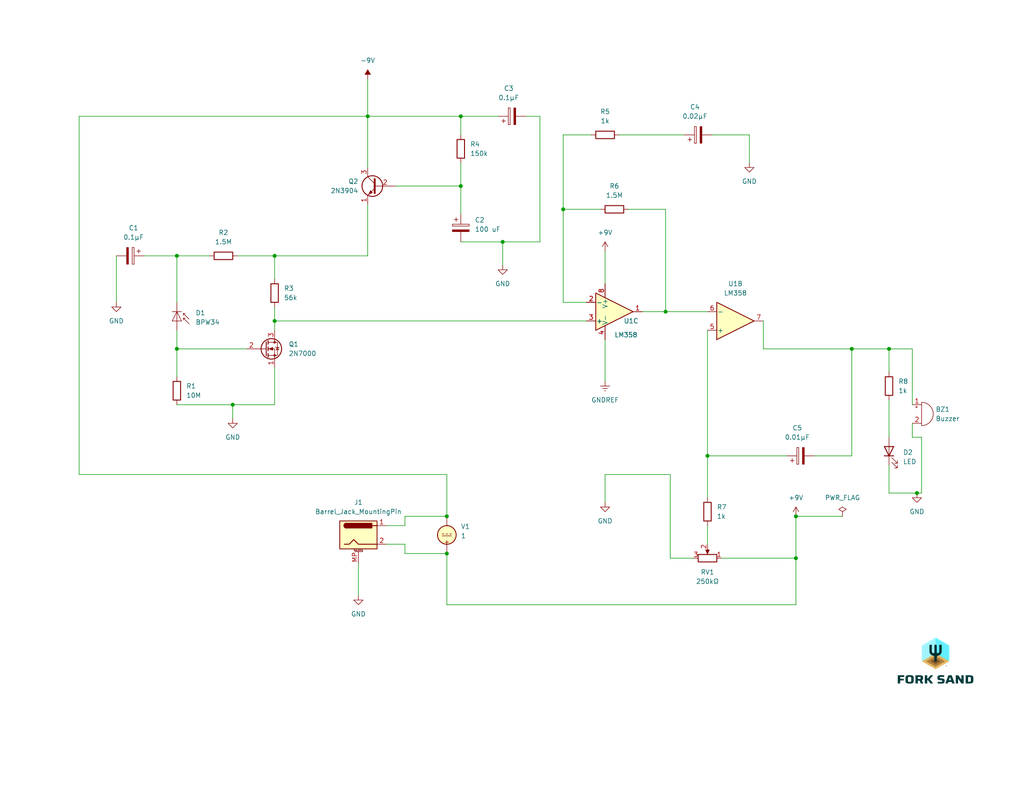
<source format=kicad_sch>
(kicad_sch (version 20211123) (generator eeschema)

  (uuid 861f2d69-fe41-4418-b7af-dad21ccba8dd)

  (paper "USLetter")

  (title_block
    (title "gammaray2usb")
    (date "2021-12-27")
    (rev "0.3")
    (company "Fork Sand, Inc.")
  )

  

  (junction (at 121.92 151.13) (diameter 0) (color 0 0 0 0)
    (uuid 09fce188-5929-4f59-8faf-bcea76c25bff)
  )
  (junction (at 48.26 69.85) (diameter 0) (color 0 0 0 0)
    (uuid 0bc9ddab-a360-4348-b3ec-ff2764a1f5b1)
  )
  (junction (at 242.57 95.25) (diameter 0) (color 0 0 0 0)
    (uuid 1b9bf43e-97f6-46a4-9926-46cd2c293c29)
  )
  (junction (at 48.26 95.25) (diameter 0) (color 0 0 0 0)
    (uuid 2a4b6fc5-71b0-4bcf-8d96-4b85719ca6c3)
  )
  (junction (at 100.33 31.75) (diameter 0) (color 0 0 0 0)
    (uuid 424662e9-b644-409b-a1f2-43934073325c)
  )
  (junction (at 125.73 31.75) (diameter 0) (color 0 0 0 0)
    (uuid 430ddd3d-3fa9-4bf0-8075-55f6a0017a33)
  )
  (junction (at 232.41 95.25) (diameter 0) (color 0 0 0 0)
    (uuid 52830ed8-59b3-41aa-9d8a-0dd8a2eded58)
  )
  (junction (at 125.73 50.8) (diameter 0) (color 0 0 0 0)
    (uuid 5cf43895-6dba-4ed0-bcfe-073409525be1)
  )
  (junction (at 217.17 152.4) (diameter 0) (color 0 0 0 0)
    (uuid 706af5d3-b21b-4208-953f-4adb1efd9578)
  )
  (junction (at 217.17 140.97) (diameter 0) (color 0 0 0 0)
    (uuid a2276cf0-b5f2-42a7-8924-7a2263715091)
  )
  (junction (at 121.92 140.97) (diameter 0) (color 0 0 0 0)
    (uuid a7756443-845d-4c20-9e8b-748d3dc7f53d)
  )
  (junction (at 74.93 69.85) (diameter 0) (color 0 0 0 0)
    (uuid ba389667-cb7b-4f01-8223-77cf99e2bc5d)
  )
  (junction (at 181.61 85.09) (diameter 0) (color 0 0 0 0)
    (uuid bd28c6d6-c9dc-48fa-80ba-a17f5794652b)
  )
  (junction (at 137.16 66.04) (diameter 0) (color 0 0 0 0)
    (uuid c7c57f9b-871a-4100-9a6a-8d43d3efc6ce)
  )
  (junction (at 153.67 57.15) (diameter 0) (color 0 0 0 0)
    (uuid d7e358f9-f910-4022-91fd-6802a91968a6)
  )
  (junction (at 193.04 124.46) (diameter 0) (color 0 0 0 0)
    (uuid e5aa0cb5-0f85-4c39-b680-929183a53705)
  )
  (junction (at 74.93 87.63) (diameter 0) (color 0 0 0 0)
    (uuid ebf2e5f1-fd98-487a-a724-2a829ce88532)
  )
  (junction (at 63.5 110.49) (diameter 0) (color 0 0 0 0)
    (uuid ecd0c1ef-c372-4991-afa4-f46f61b65db5)
  )
  (junction (at 250.19 134.62) (diameter 0) (color 0 0 0 0)
    (uuid f97dccdf-aaa1-49b6-8b98-cbc41310a463)
  )

  (wire (pts (xy 137.16 66.04) (xy 137.16 72.39))
    (stroke (width 0) (type default) (color 0 0 0 0))
    (uuid 027f01d2-824a-48ec-8dad-01946f65eee2)
  )
  (wire (pts (xy 48.26 69.85) (xy 48.26 82.55))
    (stroke (width 0) (type default) (color 0 0 0 0))
    (uuid 05e762ce-b5fe-4577-9be7-b1760c4da2a9)
  )
  (wire (pts (xy 100.33 55.88) (xy 100.33 69.85))
    (stroke (width 0) (type default) (color 0 0 0 0))
    (uuid 0714a571-5854-4033-988e-a6b652790c03)
  )
  (wire (pts (xy 48.26 69.85) (xy 57.15 69.85))
    (stroke (width 0) (type default) (color 0 0 0 0))
    (uuid 0b1db9a5-f6e6-4f9c-8e85-b3f89676ec11)
  )
  (wire (pts (xy 143.51 31.75) (xy 147.32 31.75))
    (stroke (width 0) (type default) (color 0 0 0 0))
    (uuid 12010de5-ebdb-431b-83bf-f23d53fd8286)
  )
  (wire (pts (xy 193.04 90.17) (xy 193.04 124.46))
    (stroke (width 0) (type default) (color 0 0 0 0))
    (uuid 12ffd466-8764-4b62-87f5-75576a309b2e)
  )
  (wire (pts (xy 153.67 36.83) (xy 161.29 36.83))
    (stroke (width 0) (type default) (color 0 0 0 0))
    (uuid 1afd9b9b-0bd8-447c-a573-902508ffebae)
  )
  (wire (pts (xy 165.1 129.54) (xy 165.1 137.16))
    (stroke (width 0) (type default) (color 0 0 0 0))
    (uuid 1b4eab16-e843-4ed4-aaa6-213adb94b57e)
  )
  (wire (pts (xy 217.17 140.97) (xy 229.87 140.97))
    (stroke (width 0) (type default) (color 0 0 0 0))
    (uuid 1ced04b0-cc8e-4d5c-a428-d5393ae0773a)
  )
  (wire (pts (xy 31.75 69.85) (xy 31.75 82.55))
    (stroke (width 0) (type default) (color 0 0 0 0))
    (uuid 1d71d85e-ed9f-430e-8d56-35c547c6b1c7)
  )
  (wire (pts (xy 100.33 69.85) (xy 74.93 69.85))
    (stroke (width 0) (type default) (color 0 0 0 0))
    (uuid 2079fe13-7a82-4106-95c0-0d0a5ab835a7)
  )
  (wire (pts (xy 217.17 165.1) (xy 121.92 165.1))
    (stroke (width 0) (type default) (color 0 0 0 0))
    (uuid 21d51a66-29ad-4420-bf7e-22269d7a37c1)
  )
  (wire (pts (xy 121.92 151.13) (xy 121.92 165.1))
    (stroke (width 0) (type default) (color 0 0 0 0))
    (uuid 2767fd0e-5955-4447-b6e7-44d4a02c6fd4)
  )
  (wire (pts (xy 74.93 83.82) (xy 74.93 87.63))
    (stroke (width 0) (type default) (color 0 0 0 0))
    (uuid 2ad9e600-8da0-46a4-a711-453d9426aebc)
  )
  (wire (pts (xy 204.47 36.83) (xy 204.47 44.45))
    (stroke (width 0) (type default) (color 0 0 0 0))
    (uuid 2b4d1772-b039-4ac7-8929-fac446d04229)
  )
  (wire (pts (xy 110.49 140.97) (xy 121.92 140.97))
    (stroke (width 0) (type default) (color 0 0 0 0))
    (uuid 2bc1571b-3c62-4e9b-a897-ded4662f9fb8)
  )
  (wire (pts (xy 242.57 134.62) (xy 250.19 134.62))
    (stroke (width 0) (type default) (color 0 0 0 0))
    (uuid 30456d00-8d11-434e-8b7e-acf5db54280d)
  )
  (wire (pts (xy 100.33 21.59) (xy 100.33 31.75))
    (stroke (width 0) (type default) (color 0 0 0 0))
    (uuid 32ad8ded-9cfc-47a5-8535-7120c77eab74)
  )
  (wire (pts (xy 105.41 143.51) (xy 110.49 143.51))
    (stroke (width 0) (type default) (color 0 0 0 0))
    (uuid 349ad823-44f8-4c44-824b-01908e421062)
  )
  (wire (pts (xy 121.92 129.54) (xy 121.92 140.97))
    (stroke (width 0) (type default) (color 0 0 0 0))
    (uuid 3612adeb-bf55-450f-9997-08dc70ea35eb)
  )
  (wire (pts (xy 222.25 124.46) (xy 232.41 124.46))
    (stroke (width 0) (type default) (color 0 0 0 0))
    (uuid 3764ee8a-fef0-4e36-8a29-5a6bc2219016)
  )
  (wire (pts (xy 193.04 124.46) (xy 193.04 135.89))
    (stroke (width 0) (type default) (color 0 0 0 0))
    (uuid 377c3330-fcde-4dc6-a5e2-7a69a42f7db9)
  )
  (wire (pts (xy 181.61 57.15) (xy 181.61 85.09))
    (stroke (width 0) (type default) (color 0 0 0 0))
    (uuid 3de724cf-7f91-464b-87b1-78f011725f72)
  )
  (wire (pts (xy 242.57 95.25) (xy 232.41 95.25))
    (stroke (width 0) (type default) (color 0 0 0 0))
    (uuid 3e6c70ac-53cb-4ee0-b002-686053f8975d)
  )
  (wire (pts (xy 193.04 85.09) (xy 181.61 85.09))
    (stroke (width 0) (type default) (color 0 0 0 0))
    (uuid 41e2907a-ab1a-4c42-beb4-9afe8db4ea1c)
  )
  (wire (pts (xy 182.88 152.4) (xy 182.88 129.54))
    (stroke (width 0) (type default) (color 0 0 0 0))
    (uuid 4233a710-4cb3-4146-92ad-c534f0422dda)
  )
  (wire (pts (xy 21.59 31.75) (xy 100.33 31.75))
    (stroke (width 0) (type default) (color 0 0 0 0))
    (uuid 42ab57d5-b5eb-4799-959a-649b2ecaf81f)
  )
  (wire (pts (xy 193.04 124.46) (xy 214.63 124.46))
    (stroke (width 0) (type default) (color 0 0 0 0))
    (uuid 45a13d93-cd26-4e2a-80c0-8bb6f020a998)
  )
  (wire (pts (xy 208.28 95.25) (xy 232.41 95.25))
    (stroke (width 0) (type default) (color 0 0 0 0))
    (uuid 48a48cc4-d232-4789-9b2b-9bdc258df0b6)
  )
  (wire (pts (xy 48.26 95.25) (xy 48.26 102.87))
    (stroke (width 0) (type default) (color 0 0 0 0))
    (uuid 4aee53dd-dbe7-43a1-873e-57c5c265d300)
  )
  (wire (pts (xy 125.73 31.75) (xy 125.73 36.83))
    (stroke (width 0) (type default) (color 0 0 0 0))
    (uuid 4fe5ddb6-e58c-423d-888d-2179d8635c83)
  )
  (wire (pts (xy 105.41 148.59) (xy 110.49 148.59))
    (stroke (width 0) (type default) (color 0 0 0 0))
    (uuid 5737ae2b-7217-474c-9a5d-a8ebfe25c5fb)
  )
  (wire (pts (xy 39.37 69.85) (xy 48.26 69.85))
    (stroke (width 0) (type default) (color 0 0 0 0))
    (uuid 5745a909-7716-4861-a7b2-82f2c460d3f5)
  )
  (wire (pts (xy 137.16 66.04) (xy 147.32 66.04))
    (stroke (width 0) (type default) (color 0 0 0 0))
    (uuid 57889529-cacf-4948-9415-276b36300fc7)
  )
  (wire (pts (xy 21.59 129.54) (xy 21.59 31.75))
    (stroke (width 0) (type default) (color 0 0 0 0))
    (uuid 57e53e75-73be-40ad-a634-36a5f68162c2)
  )
  (wire (pts (xy 147.32 31.75) (xy 147.32 66.04))
    (stroke (width 0) (type default) (color 0 0 0 0))
    (uuid 57fbb7cf-709b-4cfb-9a46-6b26ac1040ed)
  )
  (wire (pts (xy 248.92 115.57) (xy 248.92 119.38))
    (stroke (width 0) (type default) (color 0 0 0 0))
    (uuid 5b991f8b-3d4d-4110-a3de-53374124f784)
  )
  (wire (pts (xy 196.85 152.4) (xy 217.17 152.4))
    (stroke (width 0) (type default) (color 0 0 0 0))
    (uuid 5cdba82f-c5c8-4631-9e7d-5eb659550ac5)
  )
  (wire (pts (xy 107.95 50.8) (xy 125.73 50.8))
    (stroke (width 0) (type default) (color 0 0 0 0))
    (uuid 5d18c12e-e912-48d1-8ed6-bc141bc202cc)
  )
  (wire (pts (xy 242.57 127) (xy 242.57 134.62))
    (stroke (width 0) (type default) (color 0 0 0 0))
    (uuid 67bea634-ee9d-4488-82fc-31242a835ed3)
  )
  (wire (pts (xy 125.73 50.8) (xy 125.73 58.42))
    (stroke (width 0) (type default) (color 0 0 0 0))
    (uuid 67c939de-54ee-44d5-a51a-0dd961f143e9)
  )
  (wire (pts (xy 168.91 36.83) (xy 186.69 36.83))
    (stroke (width 0) (type default) (color 0 0 0 0))
    (uuid 695fd45d-2642-4a07-b11f-27bf6953be04)
  )
  (wire (pts (xy 248.92 119.38) (xy 251.46 119.38))
    (stroke (width 0) (type default) (color 0 0 0 0))
    (uuid 6c57581e-8826-4738-9cbf-c8d3299ec595)
  )
  (wire (pts (xy 64.77 69.85) (xy 74.93 69.85))
    (stroke (width 0) (type default) (color 0 0 0 0))
    (uuid 6fdccdf4-aa41-4c2d-a9b7-c57664e009ff)
  )
  (wire (pts (xy 121.92 129.54) (xy 21.59 129.54))
    (stroke (width 0) (type default) (color 0 0 0 0))
    (uuid 7214636e-dfac-413b-bfdc-000a4c593253)
  )
  (wire (pts (xy 125.73 31.75) (xy 135.89 31.75))
    (stroke (width 0) (type default) (color 0 0 0 0))
    (uuid 739b7503-e5c9-4467-a6f1-78ce0f2fb5b2)
  )
  (wire (pts (xy 242.57 95.25) (xy 242.57 101.6))
    (stroke (width 0) (type default) (color 0 0 0 0))
    (uuid 7777f74f-95d2-47c2-83a8-9ef71f38e9b3)
  )
  (wire (pts (xy 217.17 140.97) (xy 217.17 152.4))
    (stroke (width 0) (type default) (color 0 0 0 0))
    (uuid 79613658-9098-4815-97bb-805acad954ce)
  )
  (wire (pts (xy 125.73 66.04) (xy 137.16 66.04))
    (stroke (width 0) (type default) (color 0 0 0 0))
    (uuid 7fefefd3-5bc3-4096-a07f-09c127329dcb)
  )
  (wire (pts (xy 153.67 57.15) (xy 163.83 57.15))
    (stroke (width 0) (type default) (color 0 0 0 0))
    (uuid 87b958da-d200-4388-b9ae-8cb44679a0d0)
  )
  (wire (pts (xy 193.04 143.51) (xy 193.04 148.59))
    (stroke (width 0) (type default) (color 0 0 0 0))
    (uuid 882d1346-2070-4e47-b662-798c64e0d877)
  )
  (wire (pts (xy 97.79 153.67) (xy 97.79 162.56))
    (stroke (width 0) (type default) (color 0 0 0 0))
    (uuid 8cc29af7-473a-47d7-aaea-d774715001f7)
  )
  (wire (pts (xy 171.45 57.15) (xy 181.61 57.15))
    (stroke (width 0) (type default) (color 0 0 0 0))
    (uuid 8e02fecc-0880-47c8-82c0-d82d27fd30de)
  )
  (wire (pts (xy 110.49 151.13) (xy 121.92 151.13))
    (stroke (width 0) (type default) (color 0 0 0 0))
    (uuid 8e1e0b28-63b5-41ef-b8d5-a1b477d4705c)
  )
  (wire (pts (xy 110.49 143.51) (xy 110.49 140.97))
    (stroke (width 0) (type default) (color 0 0 0 0))
    (uuid 931e8a40-6ec8-4280-ac88-c3c9f33ae69b)
  )
  (wire (pts (xy 248.92 110.49) (xy 248.92 95.25))
    (stroke (width 0) (type default) (color 0 0 0 0))
    (uuid 9680ed2c-086a-4c5c-ab5f-c9ad3ec3de20)
  )
  (wire (pts (xy 153.67 82.55) (xy 160.02 82.55))
    (stroke (width 0) (type default) (color 0 0 0 0))
    (uuid 9797f2c9-ec7b-4cba-8ea5-be5051f7e44a)
  )
  (wire (pts (xy 63.5 110.49) (xy 74.93 110.49))
    (stroke (width 0) (type default) (color 0 0 0 0))
    (uuid 9a10910f-fb9e-408c-9a9a-25feb7460e75)
  )
  (wire (pts (xy 74.93 100.33) (xy 74.93 110.49))
    (stroke (width 0) (type default) (color 0 0 0 0))
    (uuid a5e38210-4db2-4a61-8651-1975dc6dfad0)
  )
  (wire (pts (xy 242.57 109.22) (xy 242.57 119.38))
    (stroke (width 0) (type default) (color 0 0 0 0))
    (uuid a92a3d4d-1f9c-41fb-a0b0-e7b7a4a5b0f5)
  )
  (wire (pts (xy 208.28 87.63) (xy 208.28 95.25))
    (stroke (width 0) (type default) (color 0 0 0 0))
    (uuid af2932be-59ac-466f-bc62-6f0ab7349796)
  )
  (wire (pts (xy 175.26 85.09) (xy 181.61 85.09))
    (stroke (width 0) (type default) (color 0 0 0 0))
    (uuid b7a03179-ef32-44bd-813a-b071ce9eadee)
  )
  (wire (pts (xy 74.93 87.63) (xy 160.02 87.63))
    (stroke (width 0) (type default) (color 0 0 0 0))
    (uuid b89aeae6-25d4-48ce-aadf-7a4ba422fff8)
  )
  (wire (pts (xy 153.67 57.15) (xy 153.67 36.83))
    (stroke (width 0) (type default) (color 0 0 0 0))
    (uuid b9ee212e-9b99-484c-b87b-4dd323941e1a)
  )
  (wire (pts (xy 182.88 129.54) (xy 165.1 129.54))
    (stroke (width 0) (type default) (color 0 0 0 0))
    (uuid bc229f9f-7456-4326-aa73-29ddae23d8f0)
  )
  (wire (pts (xy 251.46 119.38) (xy 251.46 134.62))
    (stroke (width 0) (type default) (color 0 0 0 0))
    (uuid c6d5cd6c-4a44-47ba-b31b-dd7718d21b05)
  )
  (wire (pts (xy 242.57 95.25) (xy 248.92 95.25))
    (stroke (width 0) (type default) (color 0 0 0 0))
    (uuid cb1601df-b8b0-4975-91b4-7b250ec6bac2)
  )
  (wire (pts (xy 153.67 57.15) (xy 153.67 82.55))
    (stroke (width 0) (type default) (color 0 0 0 0))
    (uuid cf7d72b3-359e-4122-abe9-6063248d737f)
  )
  (wire (pts (xy 74.93 69.85) (xy 74.93 76.2))
    (stroke (width 0) (type default) (color 0 0 0 0))
    (uuid d1591f6d-486b-4987-b452-7a1cad868982)
  )
  (wire (pts (xy 165.1 68.58) (xy 165.1 77.47))
    (stroke (width 0) (type default) (color 0 0 0 0))
    (uuid d89c2bf8-d6ba-46cd-a161-97339d293eba)
  )
  (wire (pts (xy 63.5 110.49) (xy 63.5 114.3))
    (stroke (width 0) (type default) (color 0 0 0 0))
    (uuid db3c1f36-a7a5-4800-8651-92bbac0e0374)
  )
  (wire (pts (xy 48.26 90.17) (xy 48.26 95.25))
    (stroke (width 0) (type default) (color 0 0 0 0))
    (uuid ddb81492-b685-4381-8c55-883274c096c2)
  )
  (wire (pts (xy 74.93 87.63) (xy 74.93 90.17))
    (stroke (width 0) (type default) (color 0 0 0 0))
    (uuid df29515e-93c1-4218-8ac1-a9de7a7569b2)
  )
  (wire (pts (xy 194.31 36.83) (xy 204.47 36.83))
    (stroke (width 0) (type default) (color 0 0 0 0))
    (uuid e317f4e9-3719-4c07-97f6-788d468ed91f)
  )
  (wire (pts (xy 48.26 110.49) (xy 63.5 110.49))
    (stroke (width 0) (type default) (color 0 0 0 0))
    (uuid e67f64a9-87a4-42c1-9ba8-131a189d3ff7)
  )
  (wire (pts (xy 110.49 148.59) (xy 110.49 151.13))
    (stroke (width 0) (type default) (color 0 0 0 0))
    (uuid eb0859da-9516-4602-a743-51c80b8551c1)
  )
  (wire (pts (xy 232.41 95.25) (xy 232.41 124.46))
    (stroke (width 0) (type default) (color 0 0 0 0))
    (uuid ee6b2e0a-9230-4069-ba28-0bdb7d545818)
  )
  (wire (pts (xy 100.33 31.75) (xy 125.73 31.75))
    (stroke (width 0) (type default) (color 0 0 0 0))
    (uuid ef598296-cd50-4732-a8ca-44c25316e6d4)
  )
  (wire (pts (xy 165.1 92.71) (xy 165.1 104.14))
    (stroke (width 0) (type default) (color 0 0 0 0))
    (uuid f05c390f-203b-4b57-8b63-8ee09c9fba92)
  )
  (wire (pts (xy 100.33 31.75) (xy 100.33 45.72))
    (stroke (width 0) (type default) (color 0 0 0 0))
    (uuid f47fb7d9-c1ba-493a-9c2d-d9022d68de72)
  )
  (wire (pts (xy 125.73 44.45) (xy 125.73 50.8))
    (stroke (width 0) (type default) (color 0 0 0 0))
    (uuid f93d1eaa-ddbe-4b48-9c7d-dcd79be5d226)
  )
  (wire (pts (xy 251.46 134.62) (xy 250.19 134.62))
    (stroke (width 0) (type default) (color 0 0 0 0))
    (uuid fbed2d4a-08cb-4e89-89f2-d6a2f16429a8)
  )
  (wire (pts (xy 189.23 152.4) (xy 182.88 152.4))
    (stroke (width 0) (type default) (color 0 0 0 0))
    (uuid fc320e73-62e7-4e1f-820e-5a042c704259)
  )
  (wire (pts (xy 48.26 95.25) (xy 67.31 95.25))
    (stroke (width 0) (type default) (color 0 0 0 0))
    (uuid fcbafed2-0ffd-4568-aec9-6f785f9a2310)
  )
  (wire (pts (xy 217.17 152.4) (xy 217.17 165.1))
    (stroke (width 0) (type default) (color 0 0 0 0))
    (uuid feb3d8d8-8b36-491d-8598-e9a592d52365)
  )

  (image (at 255.27 180.34) (scale 0.1)
    (uuid 61013918-dad7-413e-b4cd-42864f4823fc)
    (data
      iVBORw0KGgoAAAANSUhEUgAACYMAAAXOCAYAAAA0LqD2AAAABHNCSVQICAgIfAhkiAAAAAlwSFlz
      AAA7xAAAO8QBTdCjlQAAIABJREFUeJzs3WuQ3Xd95/nv73+OLq2+qM9pqeXYJmA5JHh2WeMkXqjZ
      qnFmGSgb8sDeGmYrLnAqQbuPBksOxjyIwQfJkpqyBwi2kKObNY7kdSxTyc5ol8nGAULIDcLVgI0Z
      MJeAEZZafbp1sXXp3z5wnBjwRZfu/p3L6/WQUnW/bSzh//d8+HcKAAAAAOhR9+a89KmZ2H5sNt78
      w9n40FQjPrwvpROluwAAAABgPlSlAwAAAABgPmw+nN/9zJE4vKqKt9cixnOOieWT8dU1k/ktpdsA
      AAAAYD6k0gEAAAAAMJc2Hs7/dqge942muPi5/+z7pyK+d/qnftnDkePGHSvSowseCAAAAADzxBgM
      AAAAgJ7Qmsnjw6fjwWYtrqp+5ur1AmOwiIiTEbH1eMT79o6l6YWpBAAAAID5YwwGAAAAQFdr5VwN
      zMTWsRRrFqWoXujXvMgY7DkHU8TtU824e19KL/6rAAAAAKDDGYMBAAAA0LU2TeffHo24a7CK4Zf6
      dS8zBntWii9WEWu3NdNn5zARAAAAABaMMRgAAAAAXWf90XzFyOl4aLSK1Wdy4DqjMdhzcuzPtfiP
      Oxvpe+fTCAAAAAALzRgMAAAAgK7xoXZuzqbYM1bF1dVZ3LbOagz2rGM5x11LZuP2j42nI2cdCgAA
      AAAFVKUDAAAAAOBMTLTzhsEqDqys4pqzGYKdo2UpxXtP1OLRNQfzDZGz/1MlAAAAAB3PEQsAAACA
      jraxnd+6vIrdwylWnOvXOIc3g/20HH+ZarFueyN9+Ty+CgAAAADMK2MwAAAAADrShql86VAVH29U
      cfn5HrHOewz2rNmUYm8+Ge/ZsSodOO+vBgAAAABzzBgMAAAAgI7SynnZspn4w2YV1y+KqObia87R
      GOw5UynFxNJGfOSulJ6Zs68KAAAAAOfJGAwAAACAjjExlW8ZrcX6gRRL5vLrzvEYLCIicsS3qhS/
      t72Z9s/tVwYAAACAc2MMBgAAAEBxGw/lNw0tjl2jKS6ej68/H2Ow53k4RazbPpa+Pm/fAQAAAADO
      gDEYAAAAAMV85EBedXpJ/PFYLa5K83ipmucxWETEyYjYeqqK23Y30tS8ficAAAAAeBHGYAAAAAAs
      uFbO9YGZ2NJMsWZximq+v98CjMGeM5ki1k814+59KS3MdwQAAACAf2IMBgAAAMCC2jydf3d5xB8M
      VjG0UN9zAcdgz/lyrmLtzkb6zIJ+VwAAAAD6mjEYAAAAAAticztfOZDigdEqVi/0UarAGOxZOfZH
      PW7cMZqeKPDdAQAAAOgzxmAAAAAAzKvWdF4xFHFfsxZX13KZe1SxMdizjuccH805Nu5amWaKVQAA
      AADQ86rSAQAAAAD0rol23nBhiidXVnFNqSFYBxhIKd5bVfHYmoP5hsi5X/8+AAAAADDPHJ4AAAAA
      mHMT7Xz9cBVbh1KMlG6JKP5msJ/1+dmItbvG0t+WDgEAAACgtxiDAQAAADBnNj2df3ngRDzYqOLy
      Tjo8ddgYLCIipxR7Tp6KW3aPpx+XjgEAAACgN3TSTQ4AAACALtXKedlgO/aM1ePaWgfenDpwDPac
      oxFx56npmNh9SXq6dAwAAAAA3a0qHQAAAABAd5uYyrf8wtGYHK/HdZ04BOtwgxFxW304vvbOQ/lt
      pWMAAAAA6G6OcwAAAACck82H8tVDi+K+kSpWlm55OR38ZrCf9clIcdOOZvpq6RAAAAAAuo8xGAAA
      AABn5Y6pfEmtivsbKd5Qdcl1qYvGYBERpyJi1+nFceu9w+mp0jEAAAAAdI8uOdcBAAAAUFor5/rA
      TGxZUcWaekRVuudsdNkY7DmHU8QHLmrGllZKp0rHAAAAAND5jMEAAAAAeFmb2/mmRhWbBlIsLd1y
      Lrp0DPacb6YUN21vpk+UDgEAAACgsxmDAQAAAPCi1rfz60dS3N+oYnXplvPR5WOwZ+XYX9Vj3bbR
      9O3SKQAAAAB0JmMwAAAAAH5OayaPD5+OB5u1uKrqgQtST4zBnnUyIrYej3jf3rE0XToGAAAAgM7S
      A6c8AAAAAOZKK+dq6XTcOVbFjYtT1Er3zJUeGoM958lI0Wo3Yue+lHrrrwwAAACAc2YMBgAAAEBE
      RGyazr89GnHXYBXDpVvmWg+OwZ6V4gtVxLptzfTZ0ikAAAAAlGcMBgAAANDn1h/NV4ycjr2NKi4r
      3TJfenYM9qycIh6areI9Oxvpe6VjAAAAACjHGAwAAACgT7VyHhpsx30r6nFt1eN3oh4fgz3nWETc
      MXwsPvjhV6TjpWMAAAAAWHhV6QAAAAAAFt5EO2/4hSNxeLwe1/X6EKyPLIuI22aWxeNrDuYbImf/
      vQIAAAD0GQchAAAAgD6ysZ3furyK3cMpVpRuWUh98mawn5bjL1Mt1m1vpC+XTgEAAABgYRiDAQAA
      APSBDVP50qEqPt6o4vJ+PAj15RjsWbMpxd58Mt6zY1U6UDoGAAAAgPnVj7c/AAAAgL7RynnZspn4
      w2YV1y+KqEr3lNLHY7DnTKUUE0sb8ZG7UnqmdAwAAAAA88MYDAAAAKBHTUzlW0br8YGBiKWlW0oz
      Bvtnj6cU797eTPtLhwAAAAAw94zBAAAAAHrMxkP5TUOLY9doiotLt3QKY7Cf83CKWLd9LH29dAgA
      AAAAc8cYDAAAAKBHfORAXnV6SfzxWC2uSq4+P8UY7AWdjIitVYr3b2umdukYAAAAAM6fsyAAAABA
      l2vlXB+YiS3NFGsWp6hK93QiY7CXdChFbJhqxt37UvJ3CQAAAKCLGYMBAAAAdLHN0/l3l0f8wWAV
      Q6VbOpkx2BnI8aVci3U7G+kzpVMAAAAAODfGYAAAAABdaHM7XzmQ4oHRKlY78Lw8Y7CzkGN/1OPG
      HaPpidIpAAAAAJwdt0IAAACALtKaziuGIu5r1uLqWnbbOVPGYGfteM7x0Zxj466VaaZ0DAAAAABn
      piodAAAAAMCZmWjnDRemeHJlFdcYgjHPBlKK91ZVPLrmYL4hcvbPGwAAAEAXcMQBAAAA6HAT7Xz9
      cBUfG0qxvHRLt/JmsPP2+dmItbvG0t+WDgEAAADgxRmDAQAAAHSoW9v51WMp9jWquNwR5/wYg82J
      nFLsOXkqbtk9nn5cOgYAAACAn+eOCAAAANBhWjkvG2zHnhX1uLZyv5kTxmBz6mhE3HlqOiZ2X5Ke
      Lh0DAAAAwL+oSgcAAAAA8C8mpvItFxyNyfF6XGcIRocajIjb6svjkXceym8rHQMAAADAv3BQBAAA
      AOgAmw/lq4cWxX0jVaws3dKLvBlsXn2ySrFuWzM9UjoEAAAAoN8ZgwEAAAAUdMdUvqRWxf2NFG+o
      XGrmjTHYvDsVEbtOL45b7x1OT5WOAQAAAOhXTowAAAAABbRyrg/MxJaxKtYsiqhK9/Q6Y7AFczhF
      fOCiZmxppXSqdAwAAABAvzEGAwAAAFhgm9v5pkYVmwZSLC3d0i+MwRbcYynF721vpk+UDgEAAADo
      J8ZgAAAAAAtkfTu/fiTF/Y0qVpdu6TfGYIXk2F/VY9220fTt0ikAAAAA/cAYDAAAAGCetWby+PDp
      eLBZi6sq15gijMGKOhkRW49HvG/vWJouHQMAAADQy5wfAQAAAOZJK+dq6XTc2azFu5ZE1Ev39DNj
      sI7wZKRoXdyIHa2UZkvHAAAAAPQiYzAAAACAebCpnd8xmmLLYBXDpVswBusoKb6QI9bubKa/Lp0C
      AAAA0GuMwQAAAADm0Pqj+YqR07G3UcVlpVv4F8ZgHSeniIdmq3jPzkb6XukYAAAAgF5hDAYAAAAw
      B1o5Dw22474V9bi2cnPpOMZgHetYRNxxajomdl+Sni4dAwAAANDtqtIBAAAAAN1uop03XHQkJsfr
      cZ0hGJyVZRFxW30kvrXmYL4hcvb7BwAAAOA8OK4AAAAAnKON7fzW5VXsHk6xonQLL82bwbpEik/P
      pli3q5G+UjoFAAAAoBsZgwEAAACcpQ1T+dKhKj7eqOJyx5XuYAzWVWZTir21E3HzPRekn5SOAQAA
      AOgm7pUAAAAAZ+jenJc+NRPbm1VcvyiiKt3DmTMG60pTKcXEVCM+vC+lE6VjAAAAALqBoyUAAADA
      Gdg0nW9+5mgcXlXF2w3BYEGM5hwTyyfjkf9jMv9m6RgAAACAbuDNYAAAAAAvYeOh/KahxbFrNMXF
      pVs4d94M1hMeThHrto+lr5cOAQAAAOhUxmAAAAAAL+AjB/Kq00vij8dqcVVyQel6xmA942REbK1S
      vH9bM7VLxwAAAAB0GqdMAAAAgOdp5VwfmIktzRRrFic/DrJXGIP1nEMpYsNUM+7el5L/ZgEAAAD+
      iTEYAAAAwD/ZdDj/zmgtPjpYxVDpFuaWMViPyvGlXIt1OxvpM6VTAAAAADqBMRgAAADQ9zZP5V8b
      qOLB0SpWO5b0JmOwHpdjf9Tjxh2j6YnSKQAAAAAluW8CAAAAfas1nVcMRdzXrMXVtexO0suMwfrC
      8ZzjoznHxl0r00zpGAAAAIASqtIBAAAAACVMtPOGC1M8ubKKawzBoCcMpBTvrap4dM3BfEPk7Pc1
      AAAA0HccRAAAAIC+MtHO1w9X8bGhFMtLt7BwvBmsL31+NmLtrrH0t6VDAAAAABaKMRgAAADQF25t
      51ePpdjXqOJyB5H+YwzWt3JKsefkqbhl93j6cekYAAAAgPnm9gkAAAD0tFbOywbbsWdFPa6t3EL6
      ljFY3zsaEXcONGPzXSk9UzoGAAAAYL5UpQMAAAAA5svEVL7lgqMxOV6P6wzBoK8NRsRtxw/H1955
      KL+tdAwAAADAfHEEBQAAAHrO5kP56qFFcd9IFStLt9AZvBmMn/HJKsW6bc30SOkQAAAAgLlkDAYA
      AAD0jDum8iW1Ku5vpHhD5erB8xiD8QJORcSu04vj1nuH01OlYwAAAADmgrMoAAAA0PVaOdcHZmLL
      WBVrFkVUpXvoPMZgvITJFLH+omZsaaV0qnQMAAAAwPkwBgMAAAC62uZ2vqlRxaaBFEtLt9C5jME4
      A4/liJt2jqX/VjoEAAAA4FwZgwEAAABdaX07v34kxf2NKlaXbqHzGYNxxnLsn63H2l2j6TulUwAA
      AADOljEYAAAA0FVa03nF8Gw81KzFVZXLBmfIGIyzdCIi7jke8b69Y2m6dAwAAADAmXIyBQAAALpC
      K+dq6XTc2azFu5ZE1Ev30F2MwThHT0aK1sWN2NFKabZ0DAAAAMDLMQYDAAAAOt6mdn7HaIotg1UM
      l26hOxmDcV5SfCFHrN3ZTH9dOgUAAADgpRiDAQAAAB1r/dF8xcjp2Nuo4rLSLXQ3YzDmQE4RD6UU
      N29rpu+XjgEAAAB4IcZgAAAAQMdp5Tw02I77xupxbc39gjlgDMYcOhYRd5yajondl6SnS8cAAAAA
      PF9VOgAAAADg+SbaecNFR2JyvB7XGYIBHWhZRNxWH4nH1xzMN5SOAQAAAHg+B1UAAACgI2yYzG9p
      1OM/D1exonQLvcebwZg3KT49m2Ldrkb6SukUAAAAAGMwAAAAoKgNU/nSoSo+3qjicocK5osxGPNs
      NqXYWzsRN99zQfpJ6RgAAACgf7mxAgAAAEXcm/PSp2Zie7OK6xdFVKV76G3GYCyQqZRiYqoRH96X
      0onSMQAAAED/cWgFAAAAFtym6XzzM0fj8Koq3m4IBvSQ0ZxjYvlkPPLOyfzW0jEAAABA//FmMAAA
      AGDBbDyY3zi0JHaPpri4dAv9xZvBKOTh0xFr7x1L3ygdAgAAAPQHYzAAAABg3rVm8vjw6XhwrBZX
      JdcICjAGo6CTEbG1SvH+bc3ULh0DAAAA9DbnVwAAAGDetHKuBmZi61iKNYuSHwdJOcZgdIBDKWLD
      VDPu3peSfxoBAACAeWEMBgAAAMyLTYfz74zW4qODVQyVbgFjMDpGji9FFWt3NNNflU4BAAAAeo8x
      GAAAADCnNk/lXxuo4sHRKlY7PNApjMHoODn212vxrnsa6bulUwAAAIDe4SYLAAAAzIkPtXNzNsWe
      Zi2urmU3BzqLMRgd6njO8dEls3H7x8bTkdIxAAAAQPerSgcAAAAA3W+inTcMVXFgZRXXGIIBnLGB
      lOK9J2rx2JqD+YbI2Z+fAAAAwHlxXAAAAADO2e3t/FuNKrYOpVheugVeijeD0SU+FxFrd4ylvysd
      AgAAAHQnYzAAAADgrN3azq8eS7GvUcXljgt0A2MwukhOKfacPBW37B5PPy4dAwAAAHQX91oAAADg
      jLVyXjbYjj0r6nFt5a5AFzEGowsdjYg7B5qx+a6UnikdAwAAAHSHqnQAAAAA0B0mpvItFxyNyfF6
      XGcIBjDvBiPituOH42vvPJTfVjoGAAAA6A4OtwAAAMBL2jyV3zxcxR8NVzFeugXOlTeD0QP+IqdY
      t7OZvlY6BAAAAOhcxmAAAADAC7r9cH7lslo80EjxhsoFgS5nDEaPOBURu6pF8fvbRtLB0jEAAABA
      53HKBQAAAH5KK+f6wExsGatizaKIqnQPzAVjMHrMZIpYf1EztrRSOlU6BgAAAOgcxmAAAADAP9t0
      OK9rLIpNyyIGSrfAXDIGo0c9liNu2jmW/lvpEAAAAKAzGIMBAAAAsb6dXz+S4v5GFatLt8B8MAaj
      p+XYP1uPtbtG03dKpwAAAABlGYMBAABAH2tN5xXDs/FQsxZXVa4E9DBjMPrAiYi453jE+/aOpenS
      MQAAAEAZzrwAAADQh1o5V0un485mLd61JKJeugfmmzEYfeTJSNG6uBE7WinNlo4BAAAAFpYxGAAA
      APSZTe38jtEq7h5MMVK6BRaKMRh96B9yinU7m+mvS4cAAAAAC8cYDAAAAPrExsP5dYO1uL9RxWWl
      W2ChGYPRp3KKeCiluHlbM32/dAwAAAAw/4zBAAAAoMe1ch4abMd9Y/W4tuYWQJ8yBqPPHYuIO05N
      x8TuS9LTpWMAAACA+VOVDgAAAADmz0Q7b7joSEyO1+M6QzCAvrUsIm6rj8Tjaw7mG0rHAAAAAPPH
      ERgAAAB60IbJ/JZGPf7zcBUrSrdAJ/BmMHieFJ+eTbFuVyN9pXQKAAAAMLeMwQAAAKCHbJjKlw5V
      8fFGFZd76Id/YQwGP2c2pdhbOxE333NB+knpGAAAAGBuuAsDAABAD7g356VPzcT2ZhXXL4qoSvdA
      pzEGgxc1lVJMTDXiw/tSOlE6BgAAADg/jsMAAADQ5TZN55ufORKHV1XxdkMwAM7SaM4xsXwyHnnn
      ZH5r6RgAAADg/HgzGAAAAHSpjQfzG4eWxO7RFBeXboFO581gcMYePh2x9t6x9I3SIQAAAMDZMwYD
      AACALtOayePDp+PBsVpclTzZwxkxBoOzcjIitlYp3r+tmdqlYwAAAIAz52QMAAAAXaKVczUwE1vH
      UqxZlPw4SDgbxmBwTg6liA1Tzbh7X0p+BwEAAEAXMAYDAACALrDpcP6d0Vp8dLCKodIt0I2MweA8
      pPhiRKzb0Ux/VToFAAAAeGnGYAAAANDBNk/lXxuo4sHRKlZ7iIdzZwwGcyDH/not3nVPI323dAoA
      AADwwtyRAQAAoAN9qJ2bsyn2NGtxdS17fofzZQwGc+Z4zvHRJbNx+8fG05HSMQAAAMBPq0oHAAAA
      AD9top03DFVxYGUV1xiCAdBhBlKK956oxWNrDuYbImf/OwUAAAAdxIM6AAAAdIjb2/m3GlVsHUqx
      vHQL9BpvBoN587mIWLtjLP1d6RAAAADAGAwAAACKu7WdXz2WYl+jiss9qMP8MAaDeTWbUuzNJ+M9
      O1alA6VjAAAAoJ+5MQMAAEAhrZyXDbZjz4p6XFt5Rod5ZQwGC+JoRNw50IzNd6X0TOkYAAAA6EdV
      6QAAAADoRxNT+ZYLjsTkeD2uMwQDoEcMRsRtxybjkXceym8rHQMAAAD9yLEZAAAAFtDmqfzm4Sr+
      aLiK8dIt0E+8GQyK+IucYt3OZvpa6RAAAADoF8ZgAAAAsABuP5xfuawWDzRSvKHyNA4LzhgMijkV
      EbuqRfH720bSwdIxAAAA0OucnwEAAGAetXKuD8zElrEq1iyKqEr3QL8yBoPiJlPE+qlm3L0vJb8b
      AQAAYJ4YgwEAAMA82XQ4r2ssik3LIgZKt0C/MwaDjvFoirhp+1j6s9IhAAAA0IuMwQAAAGCObW7n
      KwdSPDBaxWoP3tAZjMGgw+TYP1uPtbtG03dKpwAAAEAvcZMGAACAOdKaziuGZ+OhZi2uqjxxQ0cx
      BoOOdCIi7pmdjVt3rUwzpWMAAACgFzhNAwAAwHlq5VwtnY47m1W8a0mKeuke4OcZg0FH+1Gk+MDF
      jdjRSmm2dAwAAAB0M2MwAAAAOA8b2/ntjSq2DKYYKd0CvDhjMOgK/5Ai1m4fS39TOgQAAAC6lTEY
      AAAAnIONh/PrBmtxf6OKy0q3AC/PGAy6Rk4RD6UUN29rpu+XjgEAAIBuYwwGAAAAZ6GV87LBduwZ
      q8e1Nc/V0DWMwaDrHI2IO09Nx8TuS9LTpWMAAACgW1SlAwAAAKBbTLTzhguPxtR4Pa4zBAOAeTUY
      EbfVR+LxNQfzDaVjAAAAoFs4XAMAAMDL2DCZ3zJaj90jVaws3QKcG28Gg+6WUnwqR6zb0UxfLd0C
      AAAAncwYDAAAAF7EHVP5knoVf9Ko4nIP0NDdjMGgJ8ymFHtrJ+Lmey5IPykdAwAAAJ3ILRsAAAB+
      xr05L31qJraPVXF9PaIq3QOcP2Mw6CmHU4oPTjXiw/tSOlE6BgAAADqJgzYAAAA8z+bD+d3PHInD
      q6p4uyEYAHSkRs4xsXwyvrpmMr+ldAwAAAB0Em8GAwAAgIjYeDC/cWhJ7B5NcXHpFmDueTMY9LSH
      T0esvXcsfaN0CAAAAJRmDAYAAEBfa83k8eHT8WCzFldVnpKhZxmDQc87GRFbqxTv39ZM7dIxAAAA
      UIozNwAAAH2plXM1MBNbx1KsWZT8OEjodcZg0DcOpYgNU824e19KftcDAADQd4zBAAAA6DubpvNv
      j0bcNVjFcOkWYGEYg0GfSfHFiFi3o5n+qnQKAAAALCRjMAAAAPrG5qn8awNVPDhaxWoPxNBfjMGg
      T+XYX6/Fu+5ppO+WTgEAAICF4PYNAABAz/tQOzdnU+wZq+LqyrMw9CVjMOhrx3KOu5bMxu0fG09H
      SscAAADAfKpKBwAAAMB8mmjnDYNVHFhZxTWGYADQl5alFO89UYtH1xzMN0TO/n0AAACAnuWhFwAA
      gJ50ezv/VqOKrUMplpduAcrzZjDgOTni71PEuh1j6e9KtwAAAMBcMwYDAACgp9zazq8eS7GvUcXl
      HnqB5xiDAT9jNqXYm0/Ge3asSgdKxwAAAMBccRcHAACgJ7RyXjbYjj0r6nGtHwcJ/CxjMOBFHImI
      /zTQjM13pfRM6RgAAAA4X1XpAAAAADhfE1P5lguOxOR4Pa4zBAMAzsJQRNx2bDIeeeeh/LbSMQAA
      AHC+HMgBAADoWpun8puHqrhvpIpVpVuAzubNYMAZ+oucYt3OZvpa6RAAAAA4F8ZgAAAAdJ3bD+dX
      LqvFA80Ub0iebIEzYAwGnIVTEbGrWhS/v20kHSwdAwAAAGfDyRwAAICu0cq5PjATW8aqWLMooird
      A3QPYzDgHEymiPVTzbh7X0r+BAEAAKArGIMBAADQFT7YzjeO1GJiWcRA6Rag+xiDAefh0RRx0/ax
      9GelQwAAAODlGIMBAADQ0Ta385UDKR4YrWK1h1jgXBmDAectx/7ZeqzdNZq+UzoFAAAAXow7OgAA
      AB2pNZ1XDM/GQ41aXFXz9AqcJ2MwYI6ciIh7Zmfj1l0r00zpGAAAAPhZzukAAAB0lFbO1dLpuLNZ
      xbuWpKiX7gF6gzEYMMd+FCk+cHEjdrRSmi0dAwAAAM8xBgMAAKBjbGzntzeq2DKYYqR0C9BbjMGA
      efIPKWLt9rH0N6VDAAAAIMIYDAAAgA6w8XB+3WAt7m9UcVnpFqA3GYMB8yiniIdSipu3NdP3S8cA
      AADQ34zBAAAAKKaV87LBduwZq8e1Nc+owDwyBgMWwNGIuPPUdEzsviQ9XToGAACA/lSVDgAAAKA/
      TbTzhguPxtR4Pa4zBAMAesBgRNxWH4nH1xzMN5SOAQAAoD85tgMAALCgNkzmt4zWY/dIFStLtwD9
      w5vBgIWWUnwqR6zb0UxfLd0CAABA/zAGAwAAYEHcMZUvqVfxJ40qLvcwCiw0YzCgkNmUYu+pRfHu
      e4fTU6VjAAAA6H3u7wAAAMyre3Ne+tRMbB+r4vp6RFW6B+hPxmBAYYdTig9ONeLD+1I6UToGAACA
      3uUIDwAAwLzZfDi/+5kjcXhVFW83BAMA+lgj55hYPhlfXTOZ31I6BgAAgN7lzWAAAADMuY0H8xuH
      lsTu0RQXl24BiPBmMKDjPBw5btyxIj1aOgQAAIDeYgwGAADAnGnN5PHh0/FgsxZXVZ44gQ5iDAZ0
      oJMRsfV4xPv2jqXp0jEAAAD0Bqd5AAAAzlsr52pgJraOpVizKPlxkEDnMQYDOtjBFHH7VDPu3peS
      P6kAAAA4L8ZgAAAAnJdN0/m3RyPuGqxiuHQLwIsxBgM6XoovVhFrtzXTZ0unAAAA0L2MwQAAADgn
      64/mK0ZOx0OjVaz2cAl0OmMwoGvk2J9r8R93NtL3SqcAAADQfdzrAQAAOCsfaufmbIo9Y1VcXXmu
      BLqEMRjQZY7lHHctmY3bPzaejpSOAQAAoHtUpQMAAADoHhPtvGGwigMrq7jGEAwAYN4sSynee6IW
      j645mG+InP17FwAAAGfEAyQAAAAv6/aZ/L83Iv5wKMXy0i0A58KbwYBuliP+vpZj7bYV6e9LtwAA
      ANDZjMEAAAB4URum8qVDVXy8UcXlHiCBbmYMBvSA2ZRibz4Z79mxKh0oHQMAAEBncssHAADg57Ry
      XjbYjj1j9bi25tkR6AHGYEAPORIR/2mgGZvvSumZ0jEAAAB0lqp0AAAAAJ1lYirfcsGRmByvx3WG
      YAAAHWfCH0RsAAAgAElEQVQoIm47NhmPvPNQflvpGAAAADqLoz4AAAAREbHxUH7TyKL4o5EqVpVu
      AZhr3gwG9LCHU8S67WPp66VDAAAAKM8YDAAAoM/dfji/clktHmimeEPylAj0KGMwoMedjIh7q0Xx
      +9tG0sHSMQAAAJTjzA8AANCnWjnXB2ZiSzPFmsUpqtI9APPJGAzoE5MpYv1UM+7el5I/9QAAAPqQ
      MRgAAEAf+mA73zhSxcSyFAOlWwAWgjEY0GceTRE3bR9Lf1Y6BAAAgIVlDAYAANBHNrfzlQMpHhit
      YrUHQqCfGIMBfSnH/qjHjTtG0xOlUwAAAFgYbv8AAAB9oDWdVwzPxkONWlxV8yQI9CFjMKCPnYiI
      e2Zn49ZdK9NM6RgAAADml48AAAAAelgr52rpdNzZrOJdS1LUS/cAlGIMBhA/ihQfuLgRO1opzZaO
      AQAAYH4YgwEAAPSoiXa+friKrUMpRkq3AJRmDAbwzz4/G7F211j629IhAAAAzD1jMAAAgB6z8XB+
      3WAt7h+t4jIPfQDPMgYD+Ck5RTx0KuLd946lH5SOAQAAYO74XAAAAKBHtHJeNtiOPWP1uLbmeQ/g
      pxiDAbygoxFx56npmNh9SXq6dAwAAADnryodAAAAwPmbaOcNFx6NqfF6XGcIBgDAGRqMiNvqI/HN
      NQfzDaVjAAAAOH8+IAAAAOhimw/lq4cWxX0jVaws3QLQybwZDOCMfDJS3LSjmb5aOgQAAIBzYwwG
      AADQhe6YypfUq/iTRhWXe7ADeHnGYABnbDal2HtqUbz73uH0VOkYAAAAzo7PDAAAALpIK+f6wExs
      WVHFmnpEVboHoFsYgwGctcMp4gMXNWNLK6VTpWMAAAA4M8ZgAAAAXWLz4fzuRj1uH0ixtHQLQLcx
      BgM4Z9+MFL+3o5n+39IhAAAAvDxjMAAAgA73wWP5DUtOxd5GFatLtwB0K2MwgPOUY39Vj3XbRtO3
      S6cAAADw4ozBAAAAOlRrJo8Pn44Hm7W4qvL0BnBejMEA5sTJiNh6POJ9e8fSdOkYAAAAfp6PEwAA
      ADpMK+dq6XTcOVbFjYtT1Er3APQCYzCAOfVkpGi1G7FzX0r+dAUAAOggxmAAAAAdZNN0/u3RiLsG
      qxgu3QLQS4zBAOZBii9WEWu3NdNnS6cAAADwLGMwAACADrD+aL5i5HTsbVRxWekWgF5kDAYwb3KK
      eGi2ivfsbKTvlY4BAADod8ZgAAAABbVyHhpsx30r6nFt5RkNYN4YgwHMu2MRccfwsfjgh1+RjpeO
      AQAA6FdV6QAAAIB+NdHOG37hSBwer8d1hmAAAHS5ZRFx28yyeHzNwXxD5OzfbwEAAArwMAYAALDA
      NrbzW5dXsXs4xYrSLQD9wpvBABZYjr9MtVi3vZG+XDoFAACgnxiDAQAALJANU/nSoSo+3qjicg9j
      AAvLGAygiNmUYm8+Ge/ZsSodKB0DAADQD3z+AAAAMM9aOS9bNhN/2Kzi+kURVekegH5kDAZQ1FRK
      MbG0ER+5K6VnSscAAAD0MmMwAACAeTQxlW8ZrcX6gRRLSrcA9DNjMIDycsS3qhS/t72Z9pduAQAA
      6FXGYAAAAPNg46H8pqHFsWs0xcWlWwAwBgPoMA+niHXbx9LXS4cAAAD0GmMwAACAOfSRA3nV6SXx
      x2O1uCp54gLoGMZgAB3nZERsPVXFbbsbaap0DAAAQK/w0QQAAMAcaOVcH5iJLc0UaxanqEr3APDT
      jMEAOtZkilg/1Yy796XkT2oAAIDzZAwGAABwnjZP599dHvEHg1UMlW4B4IUZgwF0vC/nKtbubKTP
      lA4BAADoZsZgAAAA52hzO185kOKB0SpWe7gC6GzGYABdIsf+qMeNO0bTE6VTAAAAupHPKwAAAM5S
      azqvGIq4r1mLq2vZcxVANzAGA+gqx3OOj+YcG3etTDOlYwAAALpJVToAAACgm0y084YLUzy5sopr
      DMEAAGBeDKQU762qeGzNwXxD5OzfuwEAAM6QBygAAIAzMNHO1w9XsXUoxUjpFgDOnjeDAXS1z89G
      rN01lv62dAgAAECnMwYDAAB4CZuezr88cCIebFRxuQcogO5lDAbQ9XJKsefkqbhl93j6cekYAACA
      TuWzDAAAgBfQynnZYDv2jNXj2ppnJ4CuZwwG0DOORsSdp6ZjYvcl6enSMQAAAJ2mKh0AAADQaSam
      8i2/cDQmx+txnSEYAAB0lMGIuK2+PB5556H8ttIxAAAAncaHGgAAAP9k86F89dCiuG+kipWlWwCY
      W94MBtCzPlmlWLetmR4pHQIAANAJjMEAAIC+d8dUvqRWxf2NFG+oPCUB9CRjMICedioidp1eHLfe
      O5yeKh0DAABQko85AACAvtXKuT4wE1tWVLGmHlGV7gFg/hiDAfSFwyniAxc1Y0srpVOlYwAAAEow
      BgMAAPrS5na+qVHFpoEUS0u3ADD/jMEA+spjKcXvbW+mT5QOAQAAWGjGYAAAQF9Z386vH0lxf6OK
      1aVbAFg4xmAAfSjH/qoe67aNpm+XTgEAAFgoxmAAAEBfaM3k8eHT8WCzFldVnoQA+o4xGEDfOhkR
      W49HvG/vWJouHQMAADDffAQCAAD0tFbO1dLpuLNZi3ctiaiX7gGgDGMwgL73ZKRoXdyIHa2UZkvH
      AAAAzBdjMAAAoGdtaud3jKbYMljFcOkWAMoyBgMgIiJSfKGKWLetmT5bOgUAAGA+GIMBAAA9Z/3R
      fMXI6djbqOKy0i0AdAZjMACeJ6eIh2areM/ORvpe6RgAAIC5ZAwGAAD0jFbOQ4PtuG9FPa6tPO8A
      8DzGYAC8gGMRccfwsfjgh1+RjpeOAQAAmAtV6QAAAIC5MNHOGy46EpPj9bjOEAwAADgDyyLitpll
      8fiag/mGyNlzBAAA0PU82AAAAF1tYzu/dXkVu4dTrCjdAkDn8mYwAF5Wjr+crcXaXY30ldIpAAAA
      58oYDAAA6EobpvKlQ1V8vFHF5R5sAHg5xmAAnKHZlGJv7UTcfM8F6SelYwAAAM6Wz0wAAICucm/O
      S5+aie3NKq5fFFGV7gGgOxiDAXCWplKKiaWN+MhdKT1TOgYAAOBMGYMBAABdY9N0vrlZxYaBiKWl
      W4AXdurkyZh86kBMT07Gkel2zLSn4tiRmTh18mRERDzz9PGo1xdFrV6PRYsXx+LFS2JodDSGRxsx
      vHw0GitWxsDgUOG/CrrVkel2TB+ejJmpwzE9dTiOttsREXHs6JE4fDrHVE6x+J/++VoyPBJLR5sx
      sHw0BhpjsWRkecl0utiJo0fi2KGn4un2VDzdPhxPt6fi1Iln4vSJEzF7+lTMnjwZ9aUDERFRW7Qo
      Fg8Nx9KR0Vg6sjwGGmMxuGI8qkWLCv9VAC/h8ZTi3dubaX/pEAAAgDNhDAYAAHS8jYfym4YWx67R
      FBeXbgGedfrUqfjHJ74d3338sfjuNx+NH//ge/GTJ38Ykwd+HLOzs+f1tYeXj8b4RRfH+EWviFes
      /qW45Fcui1f9ymWxbGh4jurpdpNP/SSeeOwb8d3HH40ff/97ceCHP4gD//iDePr4sXP+mosGlsXI
      Ra+IkQtfEaMXvzLGXv2aWPnL/yoGV66aw3K62YkjM3HwW4/GwW89FpNPfCumf/SPMf2jH8TT7anz
      +rqpqmJo/IIYvuCiGP3FV8XYL70mVvzSa6LxqkujqtfnqB6YAw+niHXbx9LXS4cAAAC8FGMwAACg
      Y33kQF51ekn88VgtrkqeXqCo06dPx3ce/Vp84wufj2988fPx37/xSJw6cWLBvn9KKS64+Bfjsl/9
      9fgffv31cdkVvx6DwyML9v0p66knfxRf//zfxde/8Ln45le/FO3JQwv2vQdGm3HBa6+Ii3719XHh
      Ff9zjFxol9wvnpmZjie/8g/xwy99Ln70pc9H+4ffj8h5wb5/bfHiGH/Na+PCK66MC193Zax8zf8Y
      Va22YN8feEEnI2JrleL925qpXToGAADghfg4BQAA6DitnOsDM7GlmWLN4hRV6R7oV6dPn45Hv/j5
      +NynH44vfOZTcWS6cz7zTFUVv/La18Xr3/jm+PV/87/GSKNZOok59sPvfic+96k/j7//5J/Hk9//
      bumcf7b8ol+M1b/x5lj9G2+OxitXl85hjj09dTie+Own4zuf/v/ix1/7UuTzfNPhXFoysjxe9b/8
      21j9b/5d/MLrrjQMg7IOpYgNU824e19Kp0vHAAAAPJ8xGAAA0FE2Hc6/M1qLjw5WMVS6BfrV5E8O
      xKf+y8fjL/+f/3tB38B0rqqqite+/l/Hv7vuP8Rrr3xDpMqGtFudePrp+Js//0T8xZ/ui+//98dL
      57ys5qW/HP/qN/99/NIbr4n60oHSOZyjPDsbP/zC38U3/uu++MHn/rqjBmAvZqAxFq+55tp4zVv/
      Nz/KFErK8aVci3U7G+kzpVMAAACeYwwGAAB0hM3tfOVAigdGq1jtQQXK+Mcnvh1/eu+2+MJffSpm
      u2AM8UJWXfSKePPbfit+4zevi/qiRaVzOEMz7an4xAN/FJ/+r38SR2emS+ectcVDw/Gat1wX/9O/
      f0csHW2UzuEMzZ48GY994k/j63/yfz37IyC7UFWrxSv/9W/Er77j/4zGqy4tnQP9K8f+qMeNO0bT
      E6VTAAAAfMYCAAAU1ZrOK4Yi7mvW4upa9owCJfzkR//4/7N35392l/X9h9/nzAJJSCCTkJBACIQQ
      QGTfRFAQl6Ji0YpSFREhglgWUUFB1IBs34qKsli0BUFECwrWsgeiuCAQQJYQIAlZyEYSsk4yM5nt
      8/2hrdUKmJzJzD3nPtf1BzhPzuMMx/mcF/cdt113bTz8wL1VcSLOhhi+zah4/yc+FYcceVSUnRTW
      b7W1tsQ9P70p7rnlx9Hasi51To81DBgYexxzXOzxwY9Fw8BBqXN4DUV3d8x64K544kffj+aXF6XO
      2SRK5XKMO/xdsd/xp8SQ0WNS50Ctai2K+G5RxMXXbV1qTh0DAADULl+0AAAAyVy2uvh6Uzm+tFkp
      6lO3QC3q6uqKB26/JX72r9fE+tbW1Dm9YsxOO8dJ53wldtz1DalT+D+efOi3ccO3L4sVS5ekTtnk
      BmzVFG8+7ZzY8a3vSJ3C/7Fi9sz47bcvimUvPJs6pVfUNTTGXv94Quz9j5+MstMRIZWFUcR5/zos
      fhSlUpE6BgAAqD3GYAAAQJ+7bHXx0cHluGaLUmyZugVq1UuzZsS1F381FsyelTql19XV1cW7PvTR
      OOakU6O+sTF1Ts1rXr0qbvjmpTH1wQdSp/S6HQ89Ig4587zYfMutUqfUvO6Ojnjshu/FtJ//OLq7
      ulLn9LqmHcfH4edcGE07TUidArVsanfEmdcNK/0hdQgAAFBbjMEAAIA+c/7qYudhpbh1aDn28scI
      pPPwA/fGdd+4KNvTwF7LDhN2jdO//o0Yvs2o1Ck166VZM+K7538hli3O42q+DTFo+Ih4x6TLY+sJ
      TqdLpWX5srj/61+MpdOfTp3Sp+oaGuOQM8+NCe96X+oUqGVFqRQ3dXTGOT8cUXo5dQwAAFAbfP8C
      AAD0uklFMXDQ6rhpeH28v+zvEEimKIq45dor466f3Jg6JZkthzbFGRddHuPfuGfqlJrz2G+mxLUX
      fzXa29pSp/S5+sbN4rBzLnBtZAJLn58Wk7/2+WhduTx1SjJ7fvj4OPCk0yNK/i8YJLQuIi7vXBOX
      /XDHUu19EAIAAH3KEwAAAKBXXbaqOGer+rhwQMRmqVuglhVFETdf9a2472c/SZ2S3GYDBsRZl347
      dttn/9QpNWPqgw/E9y44L7pq4Hq+11Iql+Owsy+I8W9/d+qUmrFk+tNxz3mnR0fLutQpye363n+I
      Q8841yAMUivFrKKI8/5tWOnW1CkAAEC+/PUPAAD0ikuXF0du0RA3DinH1qlbgIifXnNF3P3vN6XO
      6Dc2HzAwvnD5lbHzG/dKnZK9x34zJa6ZdG5ND8H+R7muLo748qWxw6FHpE7J3tLpT8fd554WHa0t
      qVP6jT0+9PE46FNnps4A/suUcik++/2m0jOpQwAAgPwYgwEAAJvUN1YVO9aV4+ahpXhT2V8c0C88
      /MC98b0Lv5w6o98ZMrQpLvjBTdG09YjUKdlaPH9eTPrUx6PNIOdP6jcfEEdfeUMMHTsudUq2Wlcu
      j9tP/Vi0rHgldUq/c9jZk2Lndx6VOgP4L50RcV1XY5x//eDSstQxAABAPnw1AwAAbBKTiqJ+QHNc
      PawcExsiyql7gP+yYM6LceGpJ8T61tbUKf3S+DfuGedecW3UNzSkTslOW2tLXPjpE2Lh3NmpU/qd
      rcbsEEdfdWM0DBiYOiU73Z2dcefZp8SSZ59KndIv1W+2efz9d38YTTuOT50C/K+VpYgLtm2KqyeV
      Sp2pYwAAgOrnCxoAAKDHLl1dnLXN2mjephwnG4JB/1EURdzwzUsNwV7HrGlPx10//VHqjCz94vrv
      G4K9hlXz58bjN/xL6owsPfOzmwzBXkfn+rb43RUXRxRF6hTgfw0tIq5YsCKe+dSK4t2pYwAAgOrn
      SxoAAKBiF64uDrpiTfHi6Lr41oBSbJ66B/hLD02+O2Y882TqjH7vP2+6LpYveTl1RlaWLloQk2+/
      JXVGvzb9l7fE6gXzUmdkpXXl8njyp9enzuj3lj73TMx64O7UGcBf27Uo4q6JrxT/efKqYqfUMQAA
      QPUyBgMAADbapOZixDdXFb8eU46Hh5ZjXOoe4K91dXXFz35wdeqMqtDe1ha3//D7qTOycuv3r47O
      9vbUGf1ad2dnPHb9NakzsvLYD78XHS3rUmdUhanXXx3dXV2pM4BXU4qjurviuYnLi+98bHkxJHUO
      AABQfYzBAACADTapKMqXrS6+NboUC4fXx2HlUuoi4LU89YffxYqlS1JnVI2H778n1jWvSZ2RhdUr
      V8Tjv/1V6oyqMO+hX0fL8mWpM7LQvm5tvDjlntQZVWPdsiUxf+rvU2cAr60hIs4YEPH8xBXFyZOK
      wnc5AADABvMHBAAAsEEuWV18fERzrBpVF2dtFlGfugd4fQ/e+YvUCVWlo709fn/vnakzsvC7e+6I
      rs7O1BlVoburK2ZO9r7bFGbef2d0rm9LnVFVXrjb5wRUgVFRxLULVsajJ60oDkkdAwAAVAdjMAAA
      4HVduK7Y54o1xfRt6+LGQeUYnLoH+NvWt7bGM488lDqj6jzyq8mpE7Lw2IMPpE6oKnN+6/XaFOY8
      6Pd3Yy149PfR2daaOgPYEEXsVyrit59aXtxy0spibOocAACgfzMGAwAAXtWkotjiG6uK28YU8fjQ
      cuyWugfYcC8+Ny26urpSZ1SdOc9Pj/Y2Jwv1RPv69fHSrBmpM6rKitkzoqO1JXVGVetqb49lL0xP
      nVF1uru6YtkLz6bOADZcqYj4UKk7pk9cXkw6YU6xeeogAACgfzIGAwAA/splq4uvb7s2Voyojw+U
      I0qpe4CNM2va06kTqlJXZ2fMmfFc6oyqNvv5Z6OzoyN1RlXp7uqKV2YYMvXEKzOfi66O9tQZVWnJ
      dJ8XUIUGRsTX6ofEzImvFMdHUfh7DQAA+AvGYAAAwJ9cvLp471XNxbJRdXF+YykaUvcAlXl5/rzU
      CVVr0dw5qROq2svz5qZOqEqrXpqbOqGqrZo/N3VC1fLeg6q2XZTihokrY8qJK4u9UscAAAD9R33q
      AAAAIL3zVxc7N0X8oqku3uA/K4fqt3bN6tQJVWvt6lWpE6qa915l2pq9bj3R5ve2Yuu996D6FXF4
      uYjHJ75S/KC9Mc6/cUhpeeokAAAgLSeDAQAAMaQUFw8zBINsrG1ekzqhahkz9cy6tc2pE6rSeu+7
      HjFoqpz3HmSjLkrx6Yb2+EjqEAAAID1jMAAAAMjM+tbW1AlVq63Na9cT3nuV6fS+65HOtrbUCVWr
      o7UldQIAAACwiRmDAQAAAAAAAAAAZMAYDAAAAAAAAAAAIAPGYAAAAAAAAAAAABkwBgMAAAAAAAAA
      AMiAMRgAAAAAAAAAAEAGjMEAAAAAAAAAAAAyYAwGAAAAAAAAAACQAWMwAAAAAAAAAACADBiDAQAA
      AAAAAAAAZMAYDAAAAAAAAAAAIAPGYAAAAAAAAAAAABkwBgMAAAAAAAAAAMiAMRgAAAAAAAAAAEAG
      jMEAAAAAAAAAAAAyYAwGAAAAAAAAAACQAWMwAAAAAAAAAACADBiDAQAAAAAAAAAAZMAYDAAAAAAA
      AAAAIAPGYAAAAAAAAAAAABkwBgMAAAAAAAAAAMiAMRgAAAAAAAAAAEAGjMEAAAAAAAAAAAAyYAwG
      AAAAAAAAAACQAWMwAAAAAAAAAACADBiDAQAAAAAAAAAAZMAYDAAAAAAAAAAAIAPGYAAAAAAAAAAA
      ABkwBgMAAAAAAAAAAMiAMRgAAAAAAAAAAEAGjMEAAAAAAAAAAAAyYAwGAAAAAAAAAACQAWMwAAAA
      AAAAAACADBiDAQAAAAAAAAAAZMAYDAAAAAAAAAAAIAPGYAAAAAAAAAAAABkwBgMAAAAAAAAAAMiA
      MRgAAAAAAAAAAEAGjMEAAAAAAAAAAAAyYAwGAAAAAAAAAACQAWMwAAAAAAAAAACADBiDAQAAAAAA
      AAAAZMAYDAAAAAAAAAAAIAPGYAAAAAAAAAAAABkwBgMAAAAAAAAAAMiAMRgAAAAAAAAAAEAGjMEA
      AAAAAAAAAAAyYAwGAAAAAAAAAACQAWMwAAAAAAAAAACADBiDAQAAAAAAAAAAZMAYDAAAAAAAAAAA
      IAPGYAAAAAAAAAAAABkwBgMAAAAAAAAAAMiAMRgAAAAAAAAAAEAGjMEAAAAAAAAAAAAyYAwGAAAA
      AAAAAACQAWMwAAAAAAAAAACADBiDAQAAAAAAAAAAZMAYDAAAAAAAAAAAIAPGYAAAAAAAAAAAABkw
      BgMAAAAAAAAAAMiAMRgAAAAAAAAAAEAGjMEAAAAAAAAAAAAyYAwGAAAAAAAAAACQAWMwAAAAAAAA
      AACADBiDAQAAAAAAAAAAZMAYDAAAAAAAAAAAIAPGYAAAAAAAAAAAABkwBgMAAAAAAAAAAMiAMRgA
      AAAAAAAAAEAGjMEAAAAAAAAAAAAyYAwGAAAAAAAAAACQAWMwAAAAAAAAAACADBiDAQAAAAAAAAAA
      ZMAYDAAAAAAAAAAAIAPGYAAAAAAAAAAAABkwBgMAAAAAAAAAAMiAMRgAAAAAAAAAAEAGjMEAAAAA
      AAAAAAAyYAwGAAAAAAAAAACQAWMwAAAAAAAAAACADBiDAQAAAAAAAAAAZMAYDAAAAAAAAAAAIAPG
      YAAAAAAAAAAAABkwBgMAAAAAAAAAAMiAMRgAAAAAAAAAAEAGjMEAAAAAAAAAAAAyYAwGAAAAAAAA
      AACQAWMwAAAAAAAAAACADBiDAQAAAAAAAAAAZMAYDAAAAAAAAAAAIAPGYAAAAAAAAAAAABkwBgMA
      AAAAAAAAAMiAMRgAAAAAAAAAAEAGjMEAAAAAAAAAAAAyYAwGAAAAAAAAAACQAWMwAAAAAAAAAACA
      DBiDAQAAAAAAAAAAZMAYDAAAAAAAAAAAIAPGYAAAAAAAAAAAABkwBgMAAAAAAAAAAMiAMRgAAAAA
      AAAAAEAGjMEAAAAAAAAAAAAyYAwGAAAAAAAAAACQAWMwAAAAAAAAAACADBiDAQAAAAAAAAAAZMAY
      DAAAAAAAAAAAIAPGYAAAAAAAAAAAABkwBgMAAAAAAAAAAMiAMRgAAAAAAAAAAEAGjMEAAAAAAAAA
      AAAyYAwGAAAAAAAAAACQAWMwAAAAAAAAAACADBiDAQAAAAAAAAAAZMAYDAAAAAAAAAAAIAPGYAAA
      AAAAAAAAABkwBgMAAAAAAAAAAMiAMRgAAAAAAAAAAEAGjMEAAAAAAAAAAAAyYAwGAAAAAAAAAACQ
      AWMwAAAAAAAAAACADBiDAQAAAAAAAAAAZMAYDAAAAAAAAAAAIAPGYAAAAAAAAAAAABkwBgMAAAAA
      AAAAAMiAMRgAAAAAAAAAAEAGjMEAAAAAAAAAAAAyYAwGAAAAAAAAAACQAWMwAAAAAAAAAACADBiD
      AQAAAAAAAAAAZMAYDAAAAAAAAAAAIAPGYAAAAAAAAAAAABkwBgMAAAAAAAAAAMiAMRgAAAAAAAAA
      AEAGjMEAAAAAAAAAAAAyYAwGAAAAAAAAAACQAWMwAAAAAAAAAACADBiDAQAAAAAAAAAAZMAYDAAA
      AAAAAAAAIAPGYAAAAAAAAAAAABkwBgMAAAAAAAAAAMiAMRgAAAAAAAAAAEAGjMEAAAAAAAAAAAAy
      YAwGAAAAAAAAAACQAWMwAAAAAAAAAACADBiDAQAAAAAAAAAAZMAYDAAAAAAAAAAAIAPGYAAAAAAA
      AAAAABkwBgMAAAAAAAAAAMiAMRgAAAAAAAAAAEAGjMEAAAAAAAAAAAAyYAwGAAAAAAAAAACQAWMw
      AAAAAAAAAACADBiDAQAAAAAAAAAAZMAYDAAAAAAAAAAAIAPGYAAAAAAAAAAAABkwBgMAAAAAAAAA
      AMiAMRgAAAAAAAAAAEAGjMEAAAAAAAAAAAAyYAwGAAAAAAAAAACQAWMwAAAAAAAAAACADBiDAQAA
      AAAAAAAAZMAYDAAAAAAAAAAAIAPGYAAAAAAAAAAAABkwBgMAAAAAAAAAAMiAMRgAAAAAAAAAAEAG
      jMEAAAAAAAAAAAAyYAwGAAAAAAAAAACQAWMwAAAAAAAAAACADBiDAQAAAAAAAAAAZMAYDAAAAAAA
      AAAAIAPGYAAAAAAAAAAAABkwBgMAAAAAAAAAAMiAMRgAAAAAAAAAAEAGjMEAAAAAAAAAAAAyYAwG
      AAAAAAAAAACQAWMwAAAAAAAAAACADBiDAQAAAAAAAAAAZMAYDAAAAAAAAAAAIAPGYAAAAAAAAAAA
      ABkwBgMAAAAAAAAAAMiAMRgAAAAAAAAAAEAGjMEAAAAAAAAAAAAyYAwGAAAAuSmK1AUAVAGfFgAA
      AP4VlMkAACAASURBVJAfYzAAAADITGEMRiLlurrUCVWpXF+fOoFa5fMCAAAAsmMMBgAAAJnp7u5O
      nUCNqjdqqki5zutGGoXPCwAAAMiOMRgAAABkxpf7pFJnDFaRkteNVJwMBgAAANkxBgMAAIDMuCaS
      VFwTWRmvG6kUhfEwAAAA5MYYDAAAADLT7ct9Eqlz3WFFXBNJKk6SBAAAgPwYgwEAAEBmnAxGKnVO
      uKqIk8FIxecFAAAA5McYDAAAADLjpBdSqat3wlUlyl43EvF5AQAAAPkxBgMAAIDM+HK/cl67njEG
      q0yp7GSwnnG6VaX8Ow8AAADyYwwGAAAAmen25X7F2tvaUidUNWOwyjgZrGe6OjpSJ1QtYzAAAADI
      jzEYAAAAZKYonJJTqdaWdakTqlpdnVFTJYzBeqarvT11QvXyeQEAAADZMQYDAACAzJRKpdQJVaut
      pSV1QlVzMlhlykZ0PdLVYQwGAAAA8D+MwQAAACAz5bq61AlVq63VGKwn6rz3KuJksJ5Zv2Z16oSq
      5b0HAAAA+TEGAwAAgMwYg1VuvZPBesTJYJUxyOmZtmZjsEp57wEAAEB+jMEAAAAgM3WunKvY2uY1
      qROqmjFYZUplA86eaFu5InVC1XJFKQAAAOTHGAwAAAAyU2+QU7HmVSujdd3a1BlVyxCxMk7zq1xH
      a0u0rFyeOqNqlRsaUicAAAAAm5gxGAAAAGRm4BaDUydUtZfnv5Q6oWrVGTVVxFV9lVu9YF5EUaTO
      qFqbDR6SOgEAAADYxIzBAAAAIDMDBxuD9cTil+amTqharomsjKv6Krd6/rzUCVWt0XgYAAAAsmMM
      BgAAAJlxMljPLDYuqZjrDivjZLDKrVrg97UnGgdukToBAAAA2MSMwQAAACAzg4zBeuTll4xLKuVk
      sMqUjOgqtsYYrEcaBxmDAQAAQG6MwQAAACAzWzYNS51Q1ebMeC51QtWqd91hRVwTWbllfl97ZOCw
      4akTAAAAgE3MGAwAAAAyM3TrEakTqtqyRQvjlcWLUmdUJddEVsY1kZVZt2xJrFk0P3VGVdtixDap
      EwAAAIBNzBgMAAAAMtM0YmTqhKr33JOPp06oSq6JrIwRXWUWPfVY6oSqN2i48TAAAADkxhgMAAAA
      MtPkZLAee+6PRiaVMAarjGsiK7P4Sb+nPTXQGAwAAACyYwwGAAAAmRk2YpsolUqpM6qaMVhl6o3B
      KlLyulXEyWA9UyqXY9DWTpIEAACA3BiDAQAAQGYaN988hjodrEdWLF0SC+fOTp1RdZxwVZmyMdhG
      WzV/bqxdsjh1RlUbtPXIqG/cLHUGAAAAsIkZgwEAAECGRo0Zmzqh6j18/z2pE6qOayIrY0S38V58
      4O7UCVVvy+18TgAAAECOjMEAAAAgQ6O23yF1QtV7aPLdURRF6oyqUldXlzqhKjkZbCMVRcz6lbFm
      T21lDAYAAABZMgYDAACADG2zvS/5e+qVlxfHjKf/mDqjqjgZrDKlskd0G2PJ9KejefHC1BlVb0sn
      SAIAAECWPGkCAACADI3ZaefUCVl4yFWRG8UYrDJ19Q2pE6rKrCmuiNwUmnb0OQEAAAA5MgYDAACA
      DI0dPyFKpVLqjKr36JTJ0dbakjqjatSVXRNZiZLrNTdYZ1trzP71fakzql6pXI5hO01InQEAAAD0
      AmMwAAAAyNCAQVvEiNHbpc6oei1rm+NXv7wtdUbVcDJYZcpetw32/F23x/rmNakzqt6Q0WOiYeCg
      1BkAAABALzAGAwAAgEyN3XmX1AlZuPfWm6OzoyN1RlUoO+GqIuU6Y7AN0d3ZGdNuuzl1RhaG77xr
      6gQAAACglxiDAQAAQKZ22GW31AlZWLlsaTw0+e7UGVWhVCpFnUHYRiuVPaLbELOm3B1rl76cOiML
      w8cbgwEAAECuPGkCAACATI1/456pE7Jx1803RNHdnTqjKjgdbOOUymVjsA1RFPHMrT9KXZGNkbvv
      lToBAAAA6CWeNAEAAECmdtp192hobEydkYXF8+fF7+69M3VGVahz5eFGcUXkhpkx+Y5YOW926ows
      1DduFsN3dnIkAAAA5MoYDAAAADJV39gYO0zwhf+mcuu1V0brurWpM/q9unrjpo1R9nr9TR2tLfHY
      9dekzsjG1rvuHuWGhtQZAAAAQC8xBgMAAICMTdhz79QJ2Vi9ckX8503Xp87o9+qNmzaKMdjf9uRP
      rouW5ctSZ2RjxBtcEQkAAAA5MwYDAACAjO22936pE7Jy789+EksWzk+d0a91dHSkTqgqXV6v19W8
      eGFMu+3m1BlZGb2XzwUAAADImTEYAAAAZGyXvfaN+sbG1BnZ6Gxvjx995xtRFEXqlH6pKIpobVmX
      OqOqdLa1RndXV+qM/qko4qGr/zm62ttTl2SjrqExRu6xT+oMAAAAoBcZgwEAAEDGGjffPCbs4arI
      TemZRx6KX/3yttQZ/VJby7oourtTZ1SdDgO6V/XcnbfF/Ed/nzojK9vsuW/UN26WOgMAAADoRcZg
      AAAAkLk37n9Q6oTs/OSab8fi+fNSZ/Q7yxYvSp1QldYuWZw6od9pXrwwHv3Bd1JnZGe7fX0eAAAA
      QO6MwQAAACBzexx4cOqE7LS3tcUPLvladLne7y/MeeG51AlVadkLz6ZO6Fe6u7riV5edHx2tLalT
      srPt/j4PAAAAIHfGYAAAAJC5MTvtHE0jRqbOyM6L06fF7ddfmzqjX5n7wvTUCVXplZlGdH/uiRuv
      jaXPPZM6IzuDtxkdTTuOT50BAAAA9DJjMAAAAMhcqVSKfQ85LHVGlu646fp49FeTU2f0C0VRxLSp
      j6TOqEoLn3gkoihSZ/QLc377QDz50+tTZ2Rp7ME+BwAAAKAWGIMBAABADdjvLYenTshSURTxg0sn
      xZznnYj14rPPxNJFC1JnVKXmlxfFEidhxYoXZ8SD35hkGNdLxh5yeOoEAAAAoA8YgwEAAEAN2GXv
      /WKLIVumzshS+/r1ccWXPx+rXlmWOiWpP9x/T+qEqvbilLtTJyS1fs3qmHzh2dHZ1po6JUubDR4S
      I3ffO3UGAAAA0AeMwQAAAKAG1NXVxV4HH5o6I1urXlkWV3z589Hasi51ShLrmtfE7++7K3VGVZt5
      /12xfs3q1BlJdLS2xL3nnxnNixemTsnW9m96a5Tr6lJnAAAAAH3AGAwAAABqxMFv/7vUCVmb8/z0
      uPzs06OttSV1Sp+76yc3Ruu6takzqlpHy7p4+tYbU2f0uc729XHfV86Kpc9PS52StfFHHJk6AQAA
      AOgjxmAAAABQI96w/0ExeKuhqTOyNmva03HlV86Jzvb21Cl9ZvXKFXH/bbekzsjCs/9xS7SuXJ46
      o890d3TE/RecHYuffjx1StYGbNUUo/Y+IHUGAAAA0EeMwQAAAKBG1NXVxUFve2fqjOxNm/pwXDXp
      S9FRI4OwG791WU2ehtYbOtta43ffuTR1Rp/o6miPB77+xVgw9aHUKdkbd9g7XREJAAAANcQYDAAA
      AGrIm97hqsi+8Mff/yYu/8Jp2V+d+Pv77orHfjMldUZW5j3065h5/52pM3pVR2tL3PeVs2Lew79J
      nVITdnJFJAAAANQUYzAAAACoIeN33zNGjN4udUZNeP6pJ+KSM06OVctfSZ3SK5YsnB8//u7lqTOy
      9IdrLo/VC19KndErWlcujzs+NzEWPvFI6pSasOW228eIXd+YOgMAAADoQ8ZgAAAAUENKpVK89T1/
      nzqjZrw0a0Zc9E8nxoI5L6ZO2aSaV6+Kb55zZqxrXpM6JUvta5vj3i+fGW2rV6VO2aRWzpsdv/zs
      ibH8xRmpU2rGhCOPjiiVUmcAAAAAfcgYDAAAAGrMoUceFeWyRwJ9ZdniRfH1Uz8Zj0y5L3XKJtG+
      fn1857zPx5IFeZ5c1V+sWTQ/Jn/tc9HZvj51yiYx+8HJ8cszTojmxQtTp9SMcl1d7PzO96bOAAAA
      APqYJ78AAABQY4ZuPSL2OOjNqTNqSltrS1xzwXlx/Tcvia7OztQ5FWtrbYkrzj0rZk57KnVKTVgy
      /em457zTo33d2tQpFSu6u2Pqv10ZUy45LzpaW1Ln1JQxBx4aA5uGp84AAAAA+pgxGAAAANSgw95z
      dOqEmvTrX94Wl555SixdtCB1ykZbs3JFXHrGyfHs44+mTqkpLz/9RNx59inRumpF6pSNtmbRgrjj
      85+Kp/79hoiiSJ1Tcya827/nAQAAoBYZgwEAAEAN2vuQt0bTiJGpM2rSzGlPxfknfiSm/MfPo6iS
      gczs556NC049IebOeD51Sk1aPuuF+OUZJ8TS56elTtkwRRHP33lb3H7qR2PJs06RS2HwNqNj+wMP
      TZ0BAAAAJGAMBgAAADWorq4u3n70Makzatb61ta44VuXxuVnnx5LFryUOuc1FUUR9956c1x8+sR4
      ZfGi1Dk1rfnlRXHH5ybGMz//cb8+ZWvNovlxz/lnxu++c4lrIRPa7ahjolT26BcAAABqkScCAAAA
      UKMOO+r90dDYmDqjpk2b+nCcd8Kxccu1V0ZbPxvOLJw7O/75c5+Jm6/6VnR2dKTOISK6OzvjkWu/
      HXee/elYOW926py/0NHaElOvuyp+fvKxsWDqQ6lzalp942axy7vfnzoDAAAASMQYDAAAAGrU4K2G
      xpve/nepM2peZ0dH3HnzDfHF4z4YU/7j59HZ3p60p3Xd2vjpNVfEV076aEx/YmrSFl7d4qcfj9tP
      /Wg8cu23o31tc9KW7o6OeP7O2+JnJx0TT/30h9GV+P1LxE5HHBmbDR6SOgMAAABIpJQ6AAAASO+f
      1xS3jCzHh1J3AH1v3swX4qsTP5Y6gz/TtPWIeO/HTojD3tu3J7etXrE87r315pjyi59Fa8u6Pvu5
      9EzDwEGx21EfjD0++LEYMHRYn/3cro72eOHuX8RT/35DrFu2pM9+Ln9DqRT/8C8/iaYdx6cuARIo
      ijj934aXrkrdAQAApGUMBgAAGINBjfvGF06LaVMfTp3B/zFo8JA49Mij4rCj3h/b7jCuV35Gd3d3
      TH9iavxh8t3xyJT7osOpTlWrrrExxh32rhh/xJExep8Do1TunQsBVs2bHc/f/YuYef+dsX7N6l75
      GVRuzAFvjr+7+LupM4BEjMEAAICIiPrUAQAAAEBa7/3I8cZg/dC65jVx7603x7233hw77vqG2Pvg
      t8TeBx8aYyfsGqVS5f9939o1q+OFp/4Y0x9/NKY++ECsXrF8E1aTSld7e8ycfEfMnHxHDBg6LHZ8
      y9tj230PjJG77x2bb7lV5f/DRRGvvPhCzH/kd/HSH34Ty2ZM33TRbHJ7HvuJ1AkAAABAYk4GAwAA
      nAwGxKRTjo85zxt5VIMBg7aIMePGx3bjxsf24ydE04iRscXgITFoyy1j0OAhEUURbS0t0dnZEevW
      rIlXliyOpQsXxJKF82PuC8/FwrmzoyiK1P8Y9JVSKYaOHRfDd94thozeLoaMHhODR46KxsFDoq6+
      IRoGDIxSuRxtzatjffOaWN+8JtYtfTlWzJkZK+bMihWzZ0b7urWp/ynYAFvvsnscfeUNqTOAhJwM
      BgAARDgZDAAAAIiI93zk+Lj6a19KncEGaF23NmY882TMeObJ1ClUg6KIlXNfjJVzX0xdQi/b88PH
      p04AAAAA+oFy6gAAAAAgvQPeekRst+NOqTMAqMBWY8fFDoe8LXUGAAAA0A8YgwEAAABRKpfjfcef
      lDoDgArs9/GTo1T2qBcAAAAwBgMAAAD+20GHvyO2Gzc+dQYAG2Ho2HGxw6FHpM4AAAAA+gljMAAA
      ACAi/vt0sI+fmDoDgI2w7/GnOBUMAAAA+BNPCQAAAIA/cToYQPVo2mlC7HDI21JnAAAAAP2IMRgA
      AADwJ6VyOT588mmpMwDYAAeedLpTwQAAAIC/4EkBAAAA8Bf2OvjQeMO+B6TOAOB1jNpz39hu/4NT
      ZwAAAAD9jDEYAAAA8Fc+dPJpUSqVUmcA8GpKpTjgpNNTVwAAAAD9kDEYAAAA8FfG7bZ77P/WI1Jn
      APAqxh32zhix2x6pMwAAAIB+yBgMAAAAeFXHfvqMaGhsTJ0BwJ+pb9wsDjjxtNQZAAAAQD9lDAYA
      AAC8qq1HbxtHHntc6gwA/sweHz4+Bm8zOnUGAAAA0E8ZgwEAAACv6e+POzGGjdwmdQYAETFo+IjY
      68PHp84AAAAA+jFjMAAAAOA1NW6+eRwz8TOpMwCIiANP/mzUbz4gdQYAAADQjxmDAQAAAK/r4He+
      OybssXfqDICaNmrPfWOnw96ZOgMAAADo54zBAAAAgNdVKpXixC9+JeobG1OnANSkckNDHHL6lyJK
      pdQpAAAAQD9nDAYAAAD8TaPGjI33HHtc6gyAmrTXhz8RW40dlzoDAAAAqALGYAAAAMAGOfr4iTFq
      zNjUGQA1ZcjoMbH3R09MnQEAAABUCWMwAAAAYIPUNzbGx8/6YpRcUwbQN0qlOOTMc6OuwTW9AAAA
      wIYxBgMAAAA22O77HRiHHfX+1BkANWHX93wgtt3nwNQZAAAAQBUxBgMAAAA2yj9+5rMxbOQ2qTMA
      srbFyFFx0MmfTZ0BAAAAVBljMAAAAGCjDBg4KCZ+6WuuiwToLaVSvOWzX46GAQNTlwAAAABVxhgM
      AAAA2Ghv2PeAOOx9H0idAZCl3Y76YGy735tSZwAAAABVyBgMAAAAqMhHP3NWjBozNnUGQFaGjB4T
      B048I3UGAAAAUKWMwQAAAICKbDZgQHz6KxdFfUND6hSALJTr6+Nt517kekgAAACgYsZgAAAAQMV2
      2GW3+MAnT0mdAZCF/U/4TGy9y+6pMwAAAIAqZgwGAAAA9Mh7P3J87LbP/qkzAKra6H0OjD2OOS51
      BgAAAFDljMEAAACAHimVy3Hq1y6JrYYNT50CUJUGbNUUh59zQZTKHtcCAAAAPePpAgAAANBjWw5t
      ilO/enGUDRkANkqpXI7Dz70oBg7bOnUKAAAAkAFPaAEAAIBNYte994sPfPKU1BkAVWX/Ez4T2+5z
      YOoMAAAAIBPGYAAAAMAm877jPhl7HvTm1BkAVWHMQYfGXsd+InUGAAAAkBFjMAAAAGCTKZXL8emv
      XBQjt9s+dQpAv7blttvH27749YhSKXUKAAAAkBFjMAAAAGCTGjR4SJx12bdjwKAtUqcA9EsNAwbG
      OyZdHo1bDE6dAgAAAGTGGAwAAADY5EaNGRv/NOnSKJc9egD4c6VyOd527sUxdOy41CkAAABAhjyR
      BQAAAHrFHgceHB+c+JnUGQD9yv6f/KfY/k1vSZ0BAAAAZMoYDAAAAOg1R33shDji6GNSZwD0C7sc
      eXTsdewnUmcAAAAAGTMGAwAAAHrVcWd8IfY48ODUGQBJbXfAm+OQM89LnQEAAABkzhgMAAAA6FV1
      9fVx2oX/L7YfPyF1CkASTTuOjyPOuyTKdXWpUwAAAIDMGYMBAAAAvW7zAQPjc5ddEcO3GZU6BaBP
      Dd5mdBx56VXROGiL1CkAAABADTAGAwAAAPrE0K1HxDnfuia2bBqWOgWgTwzYqimOvOTKGNg0PHUK
      AAAAUCOMwQAAAIA+M3LbMXHON6+OQYOHpE4B6FWNg7aIIy+5MrbcbmzqFAAAAKCGGIMBAAD/n707
      j4/7Luz8//7OaHTf14w0unzIcRzHCXZwQoAcJI1zHwTjQAsB2mS3bNmFZR+7v7ZLC6TtFsK2BNKD
      btv0t7/QRxwgBEzAdi4njomdh00SO76wZB0eSTMajeaQRtJc3+/vjwW2QIKPyPrMV3o9/0xszeuh
      fP/RN299PgCwoDqWr9Rnv/w1lVdUmk4BgPOipKxcNzzwVTWtvMB0CgAAAAAAWGIYgwEAAAAAgAW3
      Ys1affp//JVKy8tNpwDAvCopr9CmP39IgbWXmk4BAAAAAABLEGMwAAAAAABgxIXvuEz/5cGvc0IY
      gEWjpKxcN3zxr9S2boPpFAAAAAAAsEQxBgMAAAAAAMZcsO4d+uyDXBkJwP1Kyiu06c++qvZL32k6
      BQAAAAAALGGMwQAAAAAAgFGrLr5U//lLX2UQBsC1fJVVuvEvvq62Sy4znQIAAAAAAJY4xmAAAAAA
      AMC4Cy5Zrz986BuqbWg0nQIAZ6WsplY3/eXfKLD2UtMpAAAAAAAAjMEAAAAAAEBx6LngQv3J3z6i
      1vYO0ykAcEaq/W26/aFH1Lp6rekUAAAAAAAASYzBAAAAAABAEWlpD+oPv/YPCvYsN50CAL9Rffdy
      3fbX/6S6jm7TKQAAAAAAAL/AGAwAAAAAABSVxpZW/fHD/6g1699pOgUA3lRg7aW69Sv/oKrmVtMp
      AAAAAAAAv4QxGAAAAAAAKDpVNbX6L195WNfdudl0CgD8klWbbtfNX/57ldfVm04BAAAAAAD4NYzB
      AAAAAABAUfJ6vfroZ/6bfvtTn5Xl4RUGAMMsS+s/cr+u+uyfyFNSYroGAAAAAADgTfHWAgAAAAAA
      FLUbPvAhBTq79fcP/Help1KmcwAsQb7KKl3zX7+g7iuvMZ0CAAAAAADwG/FrtQAAAAAAoOitu/xK
      PfBP/6plq9eYTgGwxDStWKX3/92/MgQDAAAAAACuwBgMAAAAAAC4QpM/oD966B/07htuNp0CYIno
      vf4W3fbQI6ppC5pOAQAAAAAAOCOMwQAAAAAAgGuUlpfr/j/+ov7DF/5SldU1pnMALFK+ikq95z/9
      ka7+r19QSWmZ6RwAAAAAAIAzxhgMAAAAAAC4zsZrrtcD//hN9a69xHQKgEWmZdUa3fm3j2r1Le83
      nQIAAAAAAHDWGIMBAAAAAABXam5r1x8+9A3d/pFPyOv1ms4B4HIer1fv+O3f020PPaK6YJfpHAAA
      AAAAgHPCGAwAAAAAALiWt6REd//eJ/WF//Wolq1eYzoHgEs1Lu/V7Q89og33/nt5GJcCAAAAAAAX
      YwwGAAAAAABcr3NFrz73t4/og//uU/KVlprOAeASnpISXbLlXt359f+t5lUMSgEAAAAAgPuVmA4A
      AAAAAACYD16vV7d8+F5tuOpaffNrX9HBfT82nQSgiHVufLeu+P3PciUkAAAAAABYVBiDAQAAAACA
      RSXQ0aXPfvlrOnzgFX3za1/RyOBJ00kAikhdsEuXffyTWnbV9aZTAAAAAAAA5h1jMAAAAAAAsChd
      tGGjvviP39TTT2zVU9/8F00lE6aTABhUXlevS+75uC66/YPy+HymcwAAAAAAAM4LxmAAAAAAAGDR
      KvH5dNOW39G1t79fz373W/rBN/9FM9NTprMALCBfRaXW3L5Zl9zzcZVWVZvOAQAAAAAAOK8YgwEA
      AAAAgEWvvKJSt3z4Xl1z213avvVRPfvkt5WeSpnOAnAeldXUas1tm7X27t9WWU2t6RwAAAAAAIAF
      wRgMAAAAAAAsGVU1tbr79z6p2z/6e3rl+ae17f/7Z42dGjKdBWAe1QTaddFdH9Lqm+5USXmF6RwA
      AAAAAIAFxRgMAAAAAAAsOb7SUr170y1612/dpFdfekEvPPWkDr3ysmzbNp0G4BxYHo86LnuXLrjp
      TnW/62pZHo/pJAAAAAAAACMYgwEAAAAAgCXL4/Fow1XXasNV1yoeHddL23+g3dt/oEho2HQagDNQ
      296pVZtuU+9v3aqq5lbTOQAAAAAAAMYxBgMAAAAAAJDU0NKq2z7yCd32kU9oZPCkXtn1jF5+ejvD
      MKDIVLcG1H3lNVp21fUKXHSJZFmmkwAAAAAAAIoGYzAAAAAAAIBfEexZrrs+dr/u+tj9/3cYtvNH
      ioycMp0GLElVLX71vPtaBmAAAAAAAACnwRgMAAAAAADgN/j5MOzOe+/T0JHXdOypf9GP9x7QUGzO
      dBqwqHU3leuSy9ap7MZPqG7NBgZgAAAAAAAAZ4AxGAAAAAAAwGlYjqPA+F69J/Ud+S6flS5fo+F4
      Vs8cS+ipw3EdOJWW45iuBNyvt7VCt1xUr+svqNPF7ZWS8pqd/aZejCS133+tbMtjOhEAAAAAAKCo
      8et0AAAAAPTllPO436PNpjsAoBjVpga0sv8x1aYG3vLPjCZzeuZYQjuPJbR3cFq5Assw4Ez4vJau
      6KnWDavrdf3qerXX+d7yz0aqOrWj+x4N1fYuYCEAuIfj6FP/1Gw9bLoDAAAAgFmMwQAAAAAwBgOA
      N1GWiWv5wHflj+yTdObjrtmcrT39KT3705SeOZ7U+FTu/EUCLtRQUaIrl9fougvqdMPqOtWUe8/q
      759oWKft3fcoUd58ngoBwJ0YgwEAAACQuCYSAAAAAADgl3gLWQVHnlP30FPy2pmz/vsVPo+u/9kp
      R3/uODo8Nqtnjif17PGk3hib4TpJLEldDaW67oJ6Xb+6Tlf0VKvEc+6/o9obP6hlyaN6pe067W6/
      WVlv+TyWAgAAAAAAuBtjMAAAAAAAgJ9pir2uVX2PqWwuNi9fz2NZuri9Uhe3V+oz17YpFM/oxf4p
      PXM8qd39U8rm7Xn5HKDYeC3pHZ1Vun51vTatrtfy5rJ5/foldk5XjmzXxdG9eq7rLh1qvkIOlyAA
      AAAAAADwhgQAAAAA10QCQPXUsHr7HlNdqm/BPjOdtfXCiZR2HkvouZ+mlJzNL9hnA+dDXUWJ3req
      VjesrtfVvbWqKvUs2GePVvVoR889CtUsX7DPBIBiwzWRAAAAACROBgMAAAAAAEuYLzet7qEfKDi6
      S5azsKd0VZV6dPNF9br5onoVHOknw9N66nBCPzqSUDiVXdAW4Fw1VZXo6pW1uuWiel3dWyef18zv
      nranB/Wxw1/SoebL9Wz3BzTtqzXSAQAAAAAAYBpjMAAAAAAAsORYTkHB0V1aNvA9eQtzpnPktaR3
      dlfrnd3V+tObOvSTUFpPHpzUU2/EFUtzYhiKS1NViW5Z26A71zVqfUeVrCK5e8CSo3UTe7V68lXt
      bb9Be4I3Km/5TGcBAAAAAAAsKMZgAAAAAABgSWmIH1Vv32OqnBkznfKmLEva0FmlDZ1V+tObJYCd
      MwAAIABJREFUOvRS/5SePDipnceSSmcKpvOwRFWVeXXD6jrdua5R71lRoxJPkSzA3kSpndFVoW26
      eGKvnut8v440bTCdBAAAAAAAsGAYgwEAAAAAgCWhYjas3r5vqXHykOmUM1bisXRNb62u6a1VOmvr
      ewcn9b9fmdDR8IzpNCwRK5rLtXl9kz68oUl1Fe56ldgwF9XdJ76hDZHV2tnzQUUqO0wnAQAAAAAA
      nHfF+yt8AAAAABbMl1PO436PNpvuAIDzoSQ/o65T29UZekaWvTiuXHxlaFqPvhLVD48klCs4pnOw
      yPi8lm5eU6+PbGzRO7urTefMC9vy6LXW92hXxx1K+2pM5wDAeeE4+tQ/NVsPm+4AAAAAYJa7fp0P
      AAAAAADgDFmOI//4Xi3v/7ZKc1Omc+bVxu5qbeyu1v+TzOkf9kT0r/ujyuQZheHtKfFaun1tgz7z
      vnZ1NZSazplXHsfW+siLWhPbrxc6btN+/7WyLY/pLAAAAAAAgHnHyWAAAAAAOBkMwKJTnziulX1b
      VZ0OmU5ZEKOMwvA2/HwE9ulr29TdWGY6Z0HEygPa0fNB9devNZ0CAPOGk8EAAAAASIzBAAAAAIgx
      GIDFozwzqWUDT8of2Ws6xYiRRFZ/tiOkHx5OmE6BS9y0pl7/fVNQHQ1LYwT2q040rNOO7i2Kl7eY
      TgGAt40xGAAAAACJayIBAAAAAMAi4C1k1Bnaqa7h7fLYOdM5xgTrS/V3W5br5YEp/clTp/TT8TnT
      SShSy5rK9fmbO3RNb63pFKN64we1InFY+/1Xa1fnncp4y00nAQAAAAAAvC2MwQAAAAAAgIs5aon+
      RCv6v6XyzKTpmKLxrmU1+uHvX6j/9eOIvrYrrNmcbToJRaLC59F/vCag+670y+fl0gBJ8jgFbQw/
      pzWxA3qh4za91voe2ZbHdBYAAAAAAMA5YQwGAAAAAABcqXZqUCv7tqo21W86pSj5vJY++d6ANl1Y
      r09/Z0gHR9Kmk2DYumCVvnp3t1Y0c/rVm6nOJXXLwKNaP75bO3q26FTNStNJAAAAAAAAZ40xGAAA
      AAAAcJWyTELdwz9Q29huWY5jOqforWgu13fvW6WvvxDW13eNqcC3bMnxWtL97/brs9e1cxrYGWhL
      D+neww/qaNN6PdP1ASXLmkwnAQAAAAAAnDHGYAAAAAAAwBUsO6/g2AtaNvA9eQtzpnNcpcRj6TPX
      tum9K2r1B4+f1FgqZzoJC6S9zqeHP7hcGzqrTKe4iiVHa2IH1Bs/pJfbN2lP+43Ke3ymswAAAAAA
      AE6LMRgAAAAAACh6TbHX1du/VeWzE6ZTXO2yrir98JMX6vcfO6m9g9Omc3CeXdZVpb+/Z7laqhkx
      nSufndVVoW26dPwlPd91pw41XyFHnK4GAAAAAACKl8d0AAAAAAAAwFupnBnTukMP6eI3/oYh2Dxp
      rCzRNz/Wq49f0Wo6BefRhy9r1mMfX8UQbJ7UZuO6o+8RfeTI/5Q/fcp0DgAAAAAAwFviZDAAAAAA
      AFB0fPm0uge3KTi6S5Zjm85ZdEo8lj5/c4eWNZXp8z8MyXYc00mYJx7L0hdu7tBHL28xnbIodad+
      qvve+DMdarpcz3R/QGlfrekkAAAAAACAX8IYDAAAAAAAFA3LKahtbI+WDT4pX45rDM+3ey9vUUNV
      iT7znUHlCwzC3K7EY+lLd3bpA5c2mU5Z1CzH0bqJvVqVOKg9bTdqX9v1Knh4zQoAAAAAAIoDbykA
      AAAAAEBRaIgf1cr+x1WVHjGdsqTcvrZB1aUe/f5jA5rLcwqbW5WWePTw5h5turDedMqSUZ6f0XWn
      ntCl0T16unuzTjSsM50EAAAAAAAgj+kAAAAAAACwtFXOjuuiI9/QJQf/miGYIe9bVaf/96MrVeHj
      VZEbVZZ69OhHVzAEM6RpLqJ7jj+s3zn612qZHTWdAwAAAAAAljje8AEAAAAAACO8dkY9Q9t02f7P
      qyV6wHTOkndFT7X+8bdXqLSE10VuUuK19HdbluvynhrTKUvesuRR3X/wAW0afExlhVnTOQAAAAAA
      YIni7R4AAAAAAFhQluMoEHlZV+z7Y/UMbpPHzptOws+8Z3mNHt7cI69lugRnwmNZ+ur7e3RNb63p
      FPyMxyloY/g5/cFrf6SN4Wflcbh6FQAAAAAALCzGYAAAAAAAYMHUpgb0jtf+UquPPSJfNmU6B29i
      04X1+uKtXaYzcAb+/LZO3XZxg+kMvInKXFqbBrfqd9/4C3WnTpjOAQAAAAAAS0iJ6QAAAAAAALD4
      lWXiWj7wXfkj+yQ5pnNwGr/zzmadGJ/Vv+yLmk7BW/jdd7Xqw5c1m87AaQTSw/rokQd1omGdtnff
      o0Q5/80AAAAAAMD5xRgMAAAAAACcN95CVsGR59Q99JS8dsZ0Ds7C527q0PHxOb08MGU6Bb/iyuU1
      +qNNQdMZOAu98YNaljyqV9qu0+72m5X1lptOAgAAAAAAixTXRAIAAAAAgPOiKfa63rn/T7V84AmG
      YC5U4rH0d/csU2d9qekU/BvB+lI9vHmZSjyW6RScpRI7pytHtuuTr/+J1k28LItTEgEAAAAAwHnA
      GAwAAAAAAMyr6qlhveO1B3XxG3+j8rmY6Ry8DQ0VJXpo8zJ52R0VhRKPpYc396ipisP+3awmm9Ad
      fY/oE4f+hzqmTprOAQAAAAAAiwxjMAAAAAAAMC98ubRW9j2mDa/+heqSJ0znYJ5s6KzSJ98bMJ0B
      Sf/hqoDWd1abzsA8aU8P6mOHv6Q7+v5Z1bmU6RwAAAAAALBI8GuEAAAAAADgbbGcgoKju9Qz8H2V
      FGZN5+A8+PT72vRif0qvj8yYTlmy1rZV6j9ezShvsbHkaN3EXq2efFV722/QnuCNyls+01kAAAAA
      AMDFOBkMAAAAAACcs4b4Ub1z/xe1sm8rQ7BFrMRj6St39aiE+yKN8HktffXubr7/i1ipndFVoW36
      d699QWtiB0znAAAAAAAAF2MMBgAAAAAAzlrFbFjrDn1dlxz8a1XOjJnOwQJY1VquT1zRajpjSfrd
      d7Wqt7XCdAYWQGNmXHef+IY+cuSv1DozYjoHAAAAAAC4EGMwAAAAAABwxkryM1o+8IQ27v+iGicP
      mc7BAvv0tW0K1JaazlhSWqp9+hTXQy45Paljuu/QA7pl4FFV5aZM5wAAAAAAABdhDAYAAAAAAE7L
      chwFIi/r8lc+p67h7bLsvOkkGFBV6tEf3dBuOmNJ+dxNHaou85rOgAEex9b6yIv65Ouf08bws/I4
      tukkAAAAAADgAozBAAAAAADAb1SfOK4NBx7Q6mOPyMcJNUve7Rc3ak2AKwsXwkVtFbp9bYPpDBhW
      np/RpsGt+vcHP68ViTdM5wAAAAAAgCLHGAwAAAAAALyp8sykLjz2z7r09f+p6nTIdA6KhGVJ//k6
      TgdbCJ99X7ssy3QFikXTbFgfPvY13XP8YTXMRU3nAAAAAACAIlViOgAAAAAAABQXbyGjztBOdQ1v
      l8fOmc5BEfqtC+p0abBSr43MmE5ZtNYFq/S+VXWmM1CEeuMHtSJxWPv9V2tX553KeMtNJwEAAAAA
      gCLCyWAAAAAAAOBnHLVED2jj/j9Vz+A2hmD4jf7gmjbTCYvap68JcCoY3pLHKWhj+Dl98rXPaX3k
      RVmOYzoJAAAAAAAUCU4GAwAAAAAAqpkaUm/fY6pN9ZtOgUtct6pWXQ2lGo5nTacsOt0Npbp2Va3p
      DLhAdS6pWwYe1frx3drRs0WnalaaTgIAAAAAAIZxMhgAAAAAAEtYWSahVSce1fpX/4IhGM6YXXAU
      GZnQ9e2cRnQ+/Fa7o9HhcRXyBdMpcIm29JDuPfyg7j7xDdVlYqZzAAAAAACAQZwMBgAAAADAEmTZ
      eQXHXtCyge/JW5gznQOXcOQoHk1p5FRE+Vxe1wU9+tdjluYKjMLmS3mJpfd1eBUNxxSfSCoQbFaz
      v5ErI3FalhytiR1Qb/yQXm7fpD3BG5W3fKazAAAAAADAAmMMBgAAAADAEtMUe10r+x9XxWzUdApc
      JJ2eVWgwrJnp2V/8syqfpcsDHr0wwglW8+Vdfo8qf/bGLp/PKzQUVmwioY5uv6prqszGwRV8dlZX
      hbbp0vGX9HzXnTrUfIUcsSYEAAAAAGCpYAwGAAAAAMASUTkzppX9j6tx8rDpFLhILpvT6KlxTcaS
      0pscAHZ10MsYbB5dHfT+2j+bTc/pxJEh1dVXq6MnoNKyUgNlcJvabFx39D2iS8d/rB3dWxSp6jCd
      BAAAAAAAFgBjMAAAAAAAFjlfPq3uwW0Kju6S5dimc+AStm0rGokrMhJVofDWz80lzR7Vl0qJ7ALG
      LVJ1ZZYubva85b9PJqY1dfCkWvwN8gdb5PW+9Z8Ffq47dVz3vfGADjVdrqd7NmumpMZ0EgAAAAAA
      OI8YgwEAAAAAsEhZjq22sZe0bPBJ+XLTpnPgIsn4lEJDEWUzp194eS3pioBX24c5HeztujLglfc0
      t/nZtq3IWEyTsZTaO1rV2FwnbgDE6ViOo3UTe7UqcVB72m7UvrbrVfDwahgAAAAAgMWIn/gBAAAA
      AFiEGhLHtLJvq6rSI6ZT4CKzM3MKDYY1PTVzVn9vQ6uHMdg82NB65id95bI5DZ0c0URkUh09AVVW
      V5zHMiwW5fkZXXfqCV0a3aOnuzfrRMM600kAAAAAAGCeMQYDAAAAAGARqZwd17KB76olesB0Clwk
      n88rPBLTRCQmxzn7v39xs0c+j6WcfQ5/GZIkn8fS2sazP+IrnZ7V8SMDamyqU7DLrxIfr/twek1z
      Ed1z/GEN1F2oHT1bFK1oN50EAAAAAADmCW+HAAAAAABYBLx2Rp2ndqpr+Efy2HnTOXAJx3Y0MR7X
      2EhUhfy5n+xV7rW0ptHS6xOMwc7VRY2WykvO8b5HR5qcSCoRT6k10KxAe7MsD3dH4vSWJY/q/oMP
      aL//au3qvEMZLyfMAQAAAADgdozBAAAAAABwMctx5B/fqxUnvyNfNmU6By4ylUorNBjW3GxmXr7e
      RY0evT5hz8vXWorWNJ35FZFvxS44Co9EFY8l1d7ZqvrG2nkow2LncQraGH5Oa2P7tDt4q/b7r5Vt
      vf3nEQAAAAAAmMEYDAAAAAAAl6pNDWhl/1bVpk6aToGLZGazCg1HlEpMzevXXdXAeOTtuKB+/r5/
      mbmsBk6EVFNXpWCXXxWV5fP2tbF4VebS2jS4VZdEX9bO7i0aqu01nQQAAAAAAM4BYzAAAAAAAFym
      LJPQ8oEn5I/sk8S1fDgzhXxBkdEJjYcn5Tjz/9ysqvfIsqTz8KUXPcuSeudxDPZzU8m0jr8xoKaW
      OgU6/PL5vPP+GVh8AulhffTIgzrRsE7bu+9RorzZdBIAAAAAADgLjMEAAAAAAHAJbyGr4Mhz6h56
      Sl57fq72w+LnyFE8mtLIqYjyufx5+5zKEqm90tJImjXY2QpWWao8T2/pHMfRxHhCickpBYItavY3
      yLKs8/NhWFR64we1LHlUr7Rdp93tNyvr5YQ5AAAAAADcgDEYAAAAAAAu0BR7Xb19j6l8LmY6BS4y
      nUorNBTW7MzCjAc7qhmDnYuO6vN/xWY+X1BoKKxoJK6OHr9q66rP+2fC/UrsnK4c2a6Lo3v1XNdd
      OtR8hRwxJgQAAAAAoJgxBgMAAAAAoIhVTw2rt3+r6pInTKfARbKZvMZCEU1OJBf0c4PVHiliL+hn
      LgbBqoUb12TmMuo/Nqy6+moFe9pUVuZbsM+Ge9VkE7qj7xG9c+x57ei5R6Ga5aaTAAAAAADAW2AM
      BgAAAABAEfLl0uoe2qbg6C5ZDuManBnbthUZjSkyNiHHXvgTuhZy1LSYtBv4viUT00q93qdmf6Pa
      O5rl8XoXvAHu054e1McOf0mHmi/Xs90f0LSv1nQSAAAAAAD4FYzBAAAAAAAoIpZTUHB0l3oGvq+S
      wqzpHLiFIyXiKYWGIsplc8YyWiqMfbSrtVSYGdE5jqNoOKbEZFKBYKuaWutkcQUgTsOSo3UTe7V6
      8lXtbb9BL7XfpIKH18wAAAAAABQLfkoHAAAAAKBINMSPqrfvMVXOjJlOgYvMpGcVGowoPT1jOkX1
      ZR7TCa5UX252gJXL5nVqYFSx8Ul1dLepqoZVH06v1M7oqtA2rY3u0/Ndd+lI0wbTSQAAAAAAQIzB
      AAAAAAAwrmI2rN6+b6lx8pDpFLhILpdXODSu2HhSjhb+Ssg3U19musCdGsqK4zSumfScfnp0QPUN
      tero9stX6jOdBBdozIzr7hPf0IbIau3o2aLxyqDpJAAAAAAAljTGYAAAAAAAGFKSn1HXqe3qDD0j
      y86bzoFLOI6jiUhco6Go7ELBdM4vqfH9n0sGi2Oa5g6WpOpiekPnSInJlFKJabW2NSnQ3izLUxxj
      NRS3ntQx3XfoAb3W+h7t6rhDaV+N6SQAAAAAAJakYnrVBAAAAADAkmA5jvzje7Wi/9vy5aZM58BF
      kvEpjQyFlcnkTKe8KcuSSjyWcjZzsDNV4rFkFeHWyrZthUeimpyIqy3oV2NLnekkuIDHsbU+8qIu
      jB3Qix23ar//WtkW18cCAAAAALCQGIMBAAAAALCA6hPHtbJvq6rTIdMpcJHMXEahwYhSyWnTKafl
      8zjK2aYr3MPnKe7hXDaT19DJEcWicXX0BFRRWW46CS5QkU9r0+BWXRZ5QTu7t6iv/iLTSQAAAAAA
      LBmMwQAAAAAAWADlmUktG3hS/she0ylwkXy+oPDIhCYik3Kc4h4N/VypR5oxHeEiPm8RHgv2Jqan
      ZnT80IAammsV7PKrxMdrRZxe02xYHzr2kE40rNOO7i2Kl7eYTgIAAAAAYNHjrQ0AAAAAAOeRt5BV
      Z2iHuoa3y2MX59V+KD6O4ygWTWrsVET5fMF0zlmxLEuSO4ZrxcByychPkhw5mpxIKhmfkj/YotZA
      48/+ewO/WW/8oJYnj+hA61Xa1XmnMl5OmAMAAAAA4HxhDAYAAAAAwHnhqCX6E608+S2VzU2ajoGL
      TCWnNTIU0exsxnQK8KYKBVujwxFNjscV7Partr7GdBJcwGvntTH8nNbEDuiFjtv0aut75TAmBAAA
      AABg3jEGAwAAAABgntVMDam37zHVpvpNp8BFMnNZjZ4aV2IyZToFOCNzc1n1Hz+lmtoqdfQEVF5R
      ZjoJLlCdS+qWgUe1fny3dvRs0amalaaTAAAAAABYVBiDAQAAAAAwT8oyCXUP/0BtY7tddfUbzLIL
      jiJjE4qMTcixeW7gPlOptI69cVLNrY1qCzbLW+I1nQQXaEsP6d7DD+po03o93bVZqbJG00kAAAAA
      ACwKjMEAAAAAAHibLDuv4NgLWjbwPXkLc6Zz4BaONDmR1MipiPK5vOka4G1xbEfRcEzxiaQCwWY1
      +xvFDYA4HUuO1sQOqDd+SC+3b9Ke4I3KWz7TWQAAAAAAuBpjMAAAAAAA3oam2Ota2f+4KmajplPg
      Iun0rEKDYc1Mz5pOAeZVPp9XaCis2ERCHd0BVddUmk6CC/jsrK4KbdMl43u0q+sOHWx+l+kkAAAA
      AABcizEYAAAAAADnoHImrBX9W9U0edh0Clwkl81p9NS4JmNJiRshsYjNpud04sig6uqr1dETUGlZ
      qekkuEBddlJ39D2iS8d/rB3dWxSp6jCdBAAAAACA6zAGAwAAAADgLPjyaXUPblNwdJcsxzadA5ew
      bVvRSFyRkagKBZ4bLB3JxLSmDp5Ui79B/mCLvF6P6SS4QHfquO574wEdarpcT/ds1kxJjekkAAAA
      AABcgzEYAAAAAABnwHJstY29pGWDT8qXmzadAxdJxqcUGooom8maTgGMsG1bkbGYJmMptXe0qrG5
      TrJMV6HYWY6jdRN7tSpxUHvabtS+tutV8PA6GwAAAACA0+GnZwAAAAAATqMhcUwr+7aqKj1iOgUu
      MpueU2gorOmpGdMpQFHIZXMaOjmiicikOnoCqqyuMJ0EFyjPz+i6U0/o0ugePd39QZ1ouNh0EgAA
      AAAARY0xGAAAAAAAb6FiblzLT35XLdEDplPgIvl8XuGRmCYiMTmO6Rqg+KTTszp+ZECNTXUKdvlV
      4uMVJU6vaS6ie45/XQN1F2pHzz2KVrSZTgIAAAAAoCjxpgUAAAAAgF/hLWTUGdqpruEfyWPnTefA
      JRzb0cR4XGMjURXyBdM5QHFzpMmJpBLxlFoDzQq0N8vycHckTm9Z8qjuP/hF7fdfrV2ddyjj5YQ5
      AAAAAAD+LcZgAAAAAAD8gqNAZK+Wn/yOSrMp0zFwkalUWqHBsOZmM6ZTAFexC47CI1HFY0m1d7aq
      vrHWdBJcwOMUtDH8nNbG9ml38Fbt918r2/KYzgIAAAAAoCgwBgMAAAAAQFJtakAr+7eqNnXSdApc
      ZG4uq5GhiFKJKdMpgKtl5rIaOBFSTV2Vgt0BVVSUmU6CC1Tm0to0uFWXRF/Wju4tGq7tNZ0EAAAA
      AIBxjMEAAAAAAEtaWSah5QNPyB/ZJ8kxnQOXKBRsRUaiGg9PynF4boD5MpVM6/ihk2pqqVNbp18l
      JV7TSXCBQHpY9x55UCca1ulHPR9SsqzJdBIAAAAAAMYwBgMAAAAALEmeQk4dI8+qe+gpeW2u9sOZ
      ceQoHk1p5FRE+VzedA6wKDmOo4nxhBKTUwoEW9Tsb5BlWaaz4AK98YNaljyqV9qu0+7gLcp6OGEO
      AAAAALD0MAYDAAAAACw5TbHX1dv3mMrnYqZT4CLTUzMKDYY1OzNnOgVYEvL5gkJDYUUjcXX0+FVb
      V206CS5QYud05ch2XRzdq+e67tKh5ivkiDEhAAAAAGDpYAwGAAAAAFgyqqeH1du3VXXJE6ZT4CLZ
      TF5joYgmJ5KmU4AlKTOXUf+xYdXVVyvY06ayMp/pJLhATTahO/oe0WXhXdrRs0Uj1ctNJwEAAAAA
      sCAYgwEAAAAAFj1fLq3uoW0Kju6S5dimc+AStm0rMhpTZGxCju2YzgGWvGRiWqnX+9Tsb1R7R7M8
      Xq/pJLhAcHpAH3/jSzrUfLme7f6Apn21ppMAAAAAADivGIMBAAAAABYtyykoOLpLPQPfV0lh1nQO
      3MKREvGUQkMR5bI50zUA/g3HcRQNx5SIJRXoaFVTa50srgDEaVhytG5ir1ZPvqq97TfopfabVPDw
      ahwAAAAAsDjxEy8AAAAAYFFqiB9Vb99jqpwZM50CF5lJzyk0NKb0FONBoJjlcnmdGhhVbDyujh6/
      qqorTSfBBUrtjK4KbdPa6D4933WXjjRtMJ0EAAAAAMC8YwwGAAAAAFhUKmcjWtH/uJpih0ynwEVy
      2bzCI+OKjSfliCshAbeYSc/qp0cGVd9Qq45uv3ylPtNJcIHGzLjuPvENrY+s1s6eLRqvDJpOAgAA
      AABg3jAGAwAAAAAsCiX5GXWd2q7O0DOy7LzpHLiE4ziaiMQ1GorKLhRM5wA4F46UmEwplZhWa1uT
      Au3NsjxcHYnTW5Y6pvsOPaDXWt+j5zvu1Iyv2nQSAAAAAABvG2MwAAAAAICrWY4j//herej/tny5
      KdM5cJFkfEojQ2FlMjnTKQDmgW3bCo9ENTkRV1vQr8aWOtNJcAGPY2t95EVdGDugFztu1X7/tbIt
      j+ksAAAAAADOGWMwAAAAAIBr1SeOq7d/q6qmQ6ZT4CKZuYxCgxGlktOmUwCcB9lMXkMnRxSbSKij
      O6CKyjLTSXCBinxamwa36rLIC9rZvUV99ReZTgIAAAAA4JwwBgMAAAAAuE55ZlLLBp6UP7LXdApc
      JJ8vKDwyoYnIpBzHMZ0D4DybTqV1/NBJNTTXKtjlV4mPV6E4vabZsD507CGdaFinHd1bFC9vMZ0E
      AAAAAMBZ4Q0IAAAAAMA1vIWsOkM71DW8XR6bq/1wZhzHUSyaVDgUUS5XMJ0DYAE5cjQ5kVQyMS1/
      e7NaA42yLMt0FlygN35Qy5NHdKD1Ku3qvFMZb7npJAAAAAAAzghjMAAAAACACzhqif5EK09+S2Vz
      k6Zj4CLTqbRCQxHNzsyZTgFgUCFf0OhwRLFoXB1dAdXWV5tOggt47bw2hp/TmtgBvdBxm15tfa8c
      xoQAAAAAgCLHGAwAAAAAUNRqpoa0sm+r6lJ9plPgIpm5rEZPjSsxmTKdAqCIZGaz6j8+rJraKnX0
      BFReUWY6CS5QnUvqloFH9Y7x3drZs0WnalaaTgIAAAAA4C0xBgMAAAAAFKXSbFI9Q9vUNrZbluOY
      zoFL2AVHkbEJRcYm5Ng8NwDe3FQqrWNvnFRza6Pags3ylnhNJ8EF2tNDuvfwgzratF5Pd21WqqzR
      dBIAAAAAAL+GMRgAAAAAoKhYdl7BsRe0bOB78ha42g9nyJEmJ5IaORVRPpc3XQPABRzbUTQcU3wi
      qUCwWc3+RnEDIE7HkqM1sQPqjR/Sy+2btCd4o/KWz3QWAAAAAAC/wBgMAAAAAFA0mmKva2X/46qY
      jZpOgYvMTM8qNBRRenrGdAoAF8rn8woNhRWLJtTRE1B1TaXpJLiAz87qqtA2XTK+R7u67tDB5neZ
      TgIAAAAAQBJjMAAAAABAEaicCWtF/1Y1TR42nQIXyWVzGj01rslYUuJGSABv0+zMnE4cGVRdfbU6
      egIqLSs1nQQXqMtO6o6+R3Tp+I+1o3uLIlUdppMAAAAAAEscYzAAAAAAgDG+fFrdg9sUHN0ly7FN
      58AlbNtWNBJXeCQqu8BzA2B+JRPTmjp4Ui3+BvmDLfJ6PaaT4ALdqeO6740HdKjpcj3ds1kzJTWm
      kwAAAAAASxRjMAAAAADAgrMcW21jL2nZ4JPy5aZN58BFkvEphYbCymZyplMALGK2bSsyFtNkLKX2
      jlY1NtdJlukqFDvLcbRuYq9WJQ5qT9uN2td2vQoeXsEDAAAAABYWP4kCAAAAABZUQ+KYVvRtVXV6
      xHQKXGQ2PafQUETTU2nTKQCWkFw2p6GTI5qITKqjJ6DK6grTSXCB8vyMrjv1hC6N7tGrIeygAAAg
      AElEQVTT3R/UiYaLTScBAAAAAJYQxmAAAAAAgAVRMTeu5Se/q5boAdMpcJF8Pq/wSEwTkZgcx3QN
      gKUqnZ7VTw8PqqG5VsEuv0p8vFbF6TXNRXTP8a9roO5C7ei5R9GKNtNJAAAAAIAlgLcWAAAAAIDz
      ylvIqDO0U13DP5LHzpvOgUs4tqOJ8bjGRqIq5AumcwBAjhxNTiSVjE+pJdCkQHuzLA93R+L0liWP
      6v6DX9R+/9Xa1XmHMl5OmAMAAAAAnD+MwQAAAAAA54mjQGSvlp/8jkqzKdMxcJGpVFqhobDmZjKm
      UwDg1xQKtsIjUcVjSbV3tqq+sdZ0ElzA4xS0Mfyc1sb2aXfwVu33Xyvb8pjOAgAAAAAsQozBAAAA
      AADzrjY1oJX9W1WbOmk6BS4yN5fV6FBYycS06RQAOK3MXFYDJ0KqqatSsDugiooy00lwgcpcWpsG
      t+qS6Mva0b1Fw7W9ppMAAAAAAIsMYzAAAAAAwLwpyyS0fOAJ+SP7JDmmc+AShYKtyEhU45FJOTbP
      DQB3mUqmdfzQSTW11Kmt06+SEq/pJLhAID2se488qBMN6/Sjng8pWdZkOgkAAAAAsEgwBgMAAAAA
      vG2eQk4dI8+qe+gpeW2u9sOZceQoHk1p5FRE+VzedA4AnDPHcTQxnlBickqBYIua/Y2yLNNVcIPe
      +EEtSx7VK23XaXfwFmU9nDAHAAAAAHh7GIMBAAAAAN6Wptjr6u17TOVzMdMpcJGp1IxGhsKanZkz
      nQIA8yafLyg0FNbEeFzBbr9q66pNJ8EFSuycrhzZrouje/Vc11061HyFHLEmBAAAAACcG8ZgAAAA
      AIBzUj09rJV9W1WfPGE6BS6SzeY0dmpck7EkN4kCWLTmZjPqPzasuvpqBXvaVFbmM50EF6jJJnRH
      3yO6LLxLO3q2aKR6uekkAAAAAIALMQYDAAAAAJwVXy6t7qFtCo7ukuXYpnPgErZtKzIa0/hYTLbN
      cwNgaUgmppV6vU/N/ka1d7TI4/WYToILBKcH9PHDX9Khpsv1TPcHlPbVmk4CAAAAALgIYzAAAAAA
      wBmxnIKCo7vUM/B9lRRmTefALRwpEU9pZDiibCZnugYAFpzjOIqGY0rEkgp0tKqptU4WVwDiNCzH
      0bqJvVo9+ar2tt+gl9pvUsHD63wAAAAAwOnx0yMAAAAA4LQa4ke1sm+rqmZGTafARWbScwoNjSk9
      xXgQAHK5vE4NjCo2HldHj19V1ZWmk+ACpXZGV4W2ae3EPj3feZeONG0wnQQAAAAAKHKMwQAAAAAA
      b6lyNqIV/Y+rKXbIdApcJJfNKzwyrth4Uo4c0zkAUFRm0rP66ZFB1TfUqqPbL1+pz3QSXKBxblx3
      n/iG1kdWa2fPFo1XBk0nAQAAAACKFGMwAAAAAMCvKcnPqOvUdnWGnpFl503nwCUc29HEeFyjoajs
      QsF0DgAUL0dKTKaUSk6pNdCsQHuzLA9XR+L0lqWO6b5DD+i11vfo+Y47NeOrNp0EAAAAACgyjMEA
      AAAAAL9gOY7843u1ov/b8uWmTOfARZLxKY0MR5SZy5pOAQDXsAuOwiNRTU7E1Rb0q7GlznQSXMDj
      2FofeVEXxg7oxY5btd9/rWzLYzoLAAAAAFAkGIMBAAAAACRJ9Ynj6u3fqqrpkOkUuEhmLqPQUESp
      xLTpFABwrWwmr6GTI4pNJNTRHVBFZZnpJLhART6tTYNbtSHyonZ2f1D99ReZTgIAAAAAFAHGYAAA
      AACwxJVl4lo+8F35I/skOaZz4BKFfEFjIxOaiEzKcXhuAGA+TKfSOn7opBqaaxXs8qvEx+tbnF7z
      7Jg+fOwhnWhYpx3dWxQvbzGdBAAAAAAwiLcJAAAAALBEeQtZdYZ2qGt4uzx2znQOXMJxHMWiSYVD
      EeVyBdM5ALDoOHI0OZFUMjEtf3uzWgONsizLdBZcoDd+UMuTR3Sg9So933mnst5y00kAAAAAAAMY
      gwEAAADAkuOoJfoTrTz5bZXNxUzHwEWmU2mFhiKanZkznQIAi14hX9DocESxaFwdXQHV1lebToIL
      eO28Noaf04WTP9GLwVv1aut75TAmBAAAAIAlhTEYAAAAACwhNVNDWtm3VXWpPtMpcJHMXFajp8aV
      mEyZTgGAJSczm1X/8WHV1Fapoyeg8ooy00lwgZpsQrcMPKp3jO/Wjp57FKpZYToJAAAAALBAGIMB
      AAAAwBJQmk2qZ2ib2sZ2y3Ic0zlwCbvgKDI2ocjYhByb5wYATJpKpXXsjZNqbm1UW7BZ3hKv6SS4
      QHt6SB87/GUdbVqvp7s2K1XWaDoJAAAAAHCeMQYDAAAAgEXMcgoKju7SsoHvyVvgaj+cIUeanEhq
      5FRE+VzedA1cxHEc2QwHz4pt/5/vmcfDNW44Pcd2FA3HFJ9IKhBsVrO/UdwAiNOx5GhN7IBWxt/Q
      3vYbtCd4o/KWz3QWAAAAAOA8YQwGAAAAAItUU+x1rex7XBVzUdMpcJGZ6VmFhiJKT8+YToHLTE1l
      NBZOybarJHlM57iGbTvqOxFVa6BG9XUVpnPgEvl8XqGhsGLRhDp6AqquqTSdBBcotTO6KrRNl4zv
      0a6uO3Sw+V2mkwAAAAAA5wFjMAAAAABYZCpnwlrZ/7gaJ98wnQIXyWVzGj01rslYUuJgJ5yFubm8
      xsZSmpnJmk5xrVze1kgoqcnYjAKBWlVWcmIPzszszJxOHBlUXX21OnoCKi0rNZ0EF6jLTuqOvkd0
      yfiPtbNniyKVHaaTAAAAAADziDEYAAAAACwSJfkZ9Qx+X8HRXbIc23QOXMK2bUUjcYVHorILPDc4
      c4WCo+j4lGKTs2JBOD9mZ3MaGIiprr5CAX+1Skq8ppPgEsnEtKYOnlSLv0H+YIu8Xk7nw+n1pI7r
      vkMP6FDT5Xq6Z7NmSmpMJwEAAAAA5gFjMAAAAABwOcux1Tb2knoGv6fS3JTpHLhIMj6l0FBY2UzO
      dApcJhZLa3x8WrbNCOx8SCZmNZWcU3NLlZqbq2RZlukkuIBt24qMxRSPpdTW0arG5jqJRwenYTmO
      1k3s1arEQe1pu1H72q5XwcP/NgAAAAAAN+OnOgAAAABwsfrEMa3s26rq9IjpFLjIbHpOoaGIpqfS
      plPgMtPTGYXDU8pk8qZTFj3bcTQ+Pq1EYlat/hrV1ZabToJLZLM5DZ0c0cT4pILdAVVVV5hOgguU
      52d03akndGn0x9rZs1l99RebTgIAAAAAnCPGYAAAAADgQhVz41p+8rtqiR4wnQIXyefzCo/ENBGJ
      yeFAJ5yFbCavcGRKU1MZ0ylLTjZbUOhUQvGqUrUFalVWzus8nJn09KxOHB5UQ3Otgl1+lfh4dnB6
      TXNhfejY1zVQd6F29NyjaEWb6SQAAAAAwFniDQAAAAAAuIi3kFFnaKe6hrfLY3O1H86MYzuaGI9r
      bCSqQr5gOgcuUijYmpiYUSw2zYDQsHQ6q/6TE6qvr1Srv1olXo/pJLiAI0eTE0kl41NqCTQp0N4s
      y8PdkTi9Zcmjuv/gF7Xff7V2dd6hjJcT5gAAAADALRiDAQAAAIArOApE9mr5ye+oNJsyHQMXmUql
      FRoKa26GE51wdhLJWUXCU8rnbdMp+BnHkeLxGaVSc2ppqVJjY5Usdj04A4WCrfBIVPFYUu2drapv
      rDWdBBfwOAVtDD+ntbF92h28Vfv918q2GKICAAAAQLFjDAYAAAAARa52alAr+x9TbfKk6RS4yNxc
      VqNDYSUT06ZT4DLpdFZj4Sll5jh9sFgVCrbC4SnF47MK+GtUXVNmOgkukZnLauBESDW1VQr2BFRR
      wbOD06vMpbVpcKsuib6sHd1bNFzbazoJAAAAAPAbMAYDAAAAgCJVlklo+cAT8kf2SeJ+NpyZQsFW
      ZCSq8cikHJvnBmculysoMj6tZGLWdArOUCbz/7N3r0F23/Wd5z/n3n363Lr7nD6nL1I3tmRjhAW2
      uWRmMhAShkBMYgdjWUAgkFSSSuXBbGVqd2uqZmoYMpXamXmyM8lOQmUzecIWtkIIxksiG4NlycYy
      AYMvsmXU3VJL3X3u9/vl///vg0mySSbQp42kX/+736+nUPDG9Svh/+98/f2NtHG1qkh0QguZqAJB
      n+kkuESz0dbrr6xrNhnX/KG0/H7ODnaWaV/VL7/6n3Vp+rj+cuVjqodmTScBAAAAAP4RDIMBAAAA
      wB7jtYZa2vqGlq/+hXxWz3QOXMKRo2qxoa1reY2GI9M5cBHbdlQut1UqtmU7DBC6UavZ06VWTzPT
      YaXSUfm8vB2JnTm2o1KhplqlqcxiSsn0DM+OYixHqy9ppX5RfzX/0zq3eK8GXjbMAQAAAMBewjAY
      AAAAAOwhs+UXdXTtEU10S6ZT4CLNRkdbGzl1OwwPYnfqjZ7yuaaGQ8t0Cn5MjiOVKx3Vmz3NpSKa
      ng6bToJLjEaWNjdyKhWqWlxOKxaPmE6CCwTsgf7p1mndWTyvbx7+Rb2c/Ak5YpoQAAAAAPYChsEA
      AAAAYA+ItK7qyOojStQvmU6BiwwGQ2WvFVQp13lJFLvS6w2VzTbV6QxMp+A6Gw1tbW83VK12lcnE
      FA4HTCfBJXrdvtYuXlU8EdHSyryCIc4OdhYd1HTf6p/oHbkzenzlIW1FbjGdBAAAAAAHHsNgAAAA
      AGBQYNjW8sZjWtw+I49jm86BS9i2rfx2WYVsWbbNucH4RiNLhUJb1WrHdApusG53qMuXy4rHJpTO
      RBUI+EwnwSXqtZYaL64qmZ7RwlJKXp/XdBJcYLF1WZ+58B/18uy79eTyR9UOxEwnAQAAAMCBxTAY
      AAAAABjgcSwtbp/RyuWvym91TefALRypVm1o62peg/7QdA1cxHGkSqWtYqEly2aN3EFSb/TUbPWV
      TE5pNjklr4dn3LAzx3FUzJVVK9eVWZrT7FxcHp4AxA48jqPjpfN6c+V7Or/wAT2z8CFZXn6CAAAA
      AICbjS8xAAAAALjJpquv6cjqI5rqbJtOgYt02j1tbeTUarLRCbvTbPaVzTU0HFimU2CIbTsqFFqq
      VruaS0eUiE+aToJLDIcjXbu8rXKxqqXltKYiYdNJcIGg3dd7Nh/TW0vP66lDv6hXZ+8xnQQAAAAA
      BwrDYAAAAABwk4S7ed269qeaLb9kOgUuMhyMlNsqqFysyWGhE3ah3x8pl2+q1eybTsEeMRxa2tqs
      q1btaj4TVWgiYDoJLtFpdfWDV68oMR3T4uGMgiGulbGzmV5BD1z6vO7Ov1lPrDykQnjRdBIAAAAA
      HAh8tQMAAADADeYfdXT42mktbT4prz0ynQOXcGxHpUJV25tF2RYbnTA+y7JVLLRUqXYYIMQ/qt0e
      aHWtrHhiUpl0VH6/13QS3MCRapWGGvWm5jJJZRaS8nh5OhI7e1Pjon7t5d/R9+d+Uk8t3a9OIGI6
      CQAAAAD2NYbBAAAAAOAG8TiO0oXzunXtSwoMm6Zz4CL1alNbV/Pq9wamU+AijiPVah0V8i2NLNt0
      DlygXuuq1ewrmQxrdjYiD3M9GINtOcptFVUpVTW/mNZMKm46CS7gdWzdnT+rO8rf1dmlD+s76ffJ
      9jCICgAAAAA3AsNgAAAAAHADJOo/0NHVhzXV2jSdAhfpdwfavJpTo9YynQKXabf7ymWb6vXZPojd
      sSxb+XxL1VpPmXRU0WjIdBJcYtAfaWN9S+VSTUvLGU2GOTvY2eSorZ+98ojuyZ/VE8sntJY4ZjoJ
      AAAAAPYdhsEAAAAA4DoK9au65fKfK51/XhLvs2E81shSdqukUr4ih3f9sAuDgaVCvql6o2c6BS43
      6I909WpVkUhImUxUoRDXhhhPq9HW6y+vazoZ08LhjAIBn+kkuECym9XHL/4XXZo+rseXH1J1ImU6
      CQAAAAD2DW51AAAAAOA68FkDHdp8XIevnZbXGprOgUs4jqNysa7cZl7DoWU6By5iO47KpbaKxTYD
      hLiuWq2+Vlf7mp0Jay4dldfL25HYmSNHlVJd9VpL6YWk5jIz8vDuKMZwtPqSbqm/qu/OvUdPHbpf
      A9+E6SQAAAAAcD2GwQAAAADgx+IoVXxBR9a/pFCvbDoGLtJqtLW5kVO30zedApep1bvK51oajRgg
      xI1TrnRUq3eVSkU0OxuWxGAPdmaNLG1fzatcrGrpcEaxRMR0ElzAZ4/0rtw3dUflBZ1d/LC+N/fP
      5TBMCAAAAABvGMNgAAAAAPAGRZsbOrL6iOKNVdMpcJF+b6DtawXVKg3TKXCZbneoXK6hToftg7g5
      LMtRLtdUvd5TJhNVOBw0nQSX6HcHWnv9qqKxKS2tZDQxGTKdBBeIDmq69/IXdFfhnB5fOanN6K2m
      kwAAAADAlRgGAwAAAIBdCg7qWtl4TPPZc/LwPBvGZFuO8tmS8tmSHJtzg/ENR7by+abqta7pFBxQ
      3e5Qly9XFIlOaCETVSDoM50El2g22rr4yrqSczNaWErK6+PsYGcL7Q19+sJ/0muzd+vrhx9UIzRj
      OgkAAAAAXIVhMAAAAAAYk8extLh9Rm+6/Kh8Vs90DtzCkSqlurau5TUajkzXwEUcx1G53Fax2JbN
      ACH2gFazp0utvmZnp5RKTcnr5Rk37MyxHRVzZVVLNWUWU0qmZ8QLgNiJR47eUv6ujlRf0fmFD+jZ
      xQ9q5AmYzgIAAAAAV2AYDAAAAADGMFt+UUdWT2myVzSdAhfptLra3Mir3eqYToHLNJt9ZXMNDQeW
      6RTg73EcR6VSS/VaR3OZqBLxSdNJcInRyNLmRk7lYk1LKxlFomHTSXCBoN3XezYf09sKz+rM4fv0
      UvKfmE4CAAAAgD2PYTAAAAAA+BHCnZyOrJ3STOUV0ylwkeFwpO2reVXKdYmFTtiFXm+kXK6udnto
      OgX4kYYjW1ubdVXKHWUyMYXDbOzBeLqdni69ekXxRERLK/MKhjg72Fl8UNF9q3+itxW+pSdWHlI+
      vGQ6CQAAAAD2LIbBAAAAAOAf4R91tHLlq1rcPiOPY5vOgUvYtq1ivqrcVlG2xbnB+CzLUbHQVLnS
      FROEcJNud6jLl8uKJyaVSUfl93tNJ8El6rWWmi+tKZWeVnoxJZ+Ps4OdrTRe16+9/Dt6efbdenL5
      QbUDUdNJAAAAALDnMAwGAAAAAH+Hx7E1n31GK1ceVXDYNJ0DF6lXm9rcyGnQZ6MTdqdcbqtQaMm2
      GQKDe9VrXTXrPSVTU0omp+TxeEwnwQVs21Y+W1a13ND80pxmknGJo4MdeBxHx0vndVvtJT07/0E9
      P/9+WV5+6gAAAACAv8EXEgAAAAD8tUTtoo6sPqJIe8t0Clyk1+1rayOvRr1lOgUu02r1lc811euP
      TKcA14XtOCoUWqrXekqlI4rHJkwnwSUGg6E21rdUKVW1uJzRZJizg51NjDr6mWtf1tuL39ITKw9q
      NXGn6SQAAAAA2BMYBgMAAABw4E32Crpl/c+VKn7XdApcZDSylNsqqZQvy2GhE3Zh0B8pl2+q2eyb
      TgFuiP5gpM1rNVWngprPxBSa4AoS42k2Onr95cuaTsa0eDgtf4Czg53N9nL62MXf0+X4HTq9clKl
      yXnTSQAAAABgFF/TAAAAAA4sn9XXoc0ndPjqaXltnvbDeBzbUblUV/ZaXqORZToHLmJZtkqljsrl
      FgOEOBDa7YHW1ktKJMKaS0fk93lNJ8EFHDmqlOqqV5tKL6Y0l56Rx8vbkdjZm+qv6Tde+py+k36v
      zhy6X30fG+YAAAAAHEwMgwEAAAA4gBxl8ud1y/qfKThomI6BizQbbW1u5NTrsNEJu1Ord5XPNTUa
      2aZTgJvKcaRqtaNGo6dUakqzs2FJDPZgZ5Zla/tqXuXC/3g6Mp6ImE6CC3gdS+/KfVNvLX9b5xbv
      1XfS75PtYRAVAAAAwMHCMBgAAACAAyXWvKIjaw8rVl83nQIX6fcG2r5WUK3C8CB2p90eKJtrqt9j
      +yAONsuylcs1Va12lMnEFYkETSfBJfq9gdZfv6pobEpLyxlNhEOmk+AC4WFLP3vlEb2t+JxOr5zU
      tegR00kAAAAAcNMwDAYAAADgQAj1a7rl8peVzj8viffZMB7LslXIlpXPluTYnBuMbzS0lSs0Va91
      TacAe0q/b2ljo6JIdEILmagCQZ/pJLhEs9HWxQvrSs7NaH4pJR/PjmIMmfZVffrCf9Kl6eP6y5WP
      qR6aNZ0EAAAAADccw2AAAAAA9jWvNdTS1je0fPUv5LN6pnPgEo4cVYsNbV3LazQcmc6Bi9i2o3K5
      rVKxLdthgBD4YVrNni61epqZDmsuHZXXy9OR2JljOyrmyqqWasosppRMz8jD0cEYjlZf0kr9ov5q
      /qd1bvFeDbxsmAMAAACwfzEMBgAAAGDfmi2/qKNrj2iiWzKdAhdpt7ra2sip3WKjE3an3ugpn2tq
      OLRMpwCu4DhSudJRvdnTXCqi6emw6SS4xGhkaXMjp3KxpqWVtCLRKdNJcIGAPdA/3Tqttxaf11OH
      79fLyZ+QI6YJAQAAAOw/DIMBAAAA2HcirWs6svqwEvVLplPgIoPBUNlrBVXKdV4Sxa70ekNls011
      OgPTKYArjYa2trcbqla7ymRiCocDppPgEt1OT5de3VA8EdHSyryCIc4OdhYbVHXf6p/oHbkzenzl
      pLYibzKdBAAAAADXFcNgAAAAAPaNwKit5SuPaXH7jDyObToHLmHbtor5qvJbRVkW5wbjG40sFQpt
      Vasd0ynAvtDtDnX5clnx2ITSmagCAZ/pJLhEvdZS86U1pdLTyiym5PV5TSfBBRZbl/WZC/+HXp59
      t55c/qjagZjpJAAAAAC4LhgGAwAAAOB6HsfS4vYZrVx5TP4RQxkYX73a1OZGToP+0HQKXKZcbqtY
      aMmyWSMHXG/1Rk/NZl/J1JRmk1PyenjGDTuzbVv5bFmVUl0Lh9KaScbFC4DYicdxdLx0Xm+ufE/n
      Fz6gZxY+JMvLzyYAAAAA3I2vGgAAAACuNl19TUdWH9FUZ9t0Clyk2+lp80pOrSbDg9idZrOvXK6h
      wcAynQLsa7bjqFBoqVrtai4dUSI+aToJLjEcjrSxvqVioaKl5bSmImHTSXCBoN3XezYf01tLz+up
      Q7+oV2fvMZ0EAAAAAG8Yw2AAAAAAXCncLejWtVOaLb9kOgUuMhpZym2VVMqX5bDQCbvQ74+UyzXV
      avVNpwAHynBoaWuzrlq1q0wmqomJgOkkuESn1dUPXr2imdm4Fg+n5Q9wFY6dzfQKeuDS53V34Q49
      vvKQipMLppMAAAAAYNf4AgYAAADgKv5RR4evndbS5pPy2iPTOXAJx3ZUKlS1vVmUbbHRCeOzbFvF
      fEuVaocBQsCgdnugtbWy4olJZdJR+f1e00lwA0eqlOqqVRuayySVWUjK4+XtSOzsTfXX9Osv/Y6+
      P/fP9NTS/eoEIqaTAAAAAGBsDIMBAAAAcAWP4yhdOK9b1/9MgUHDdA5cpNloa/NKTr0uG50wPseR
      arWO8vmWLMs2nQPgr9VrXbUafSVTYc3ORuRhrgdjsC1Hua2iquW6Fg7NKTETM50EF/A6lu7On9Ud
      5e/q7NKH9Z30+2R7GEQFAAAAsPcxDAYAAABgz0vUf6Ajq48o0rpmOgUu0u8OtHk1p0atZToFLtNq
      DZTPNdTrs30Q2Iss21Y+31Kt2lMmE1UkGjKdBJfo9wa6fGlTkdiUlpbTmgxPmE6CC0yO2vrZK4/o
      nvxZPbF8QmuJY6aTAAAAAOBHYhgMAAAAwJ4V6ld1y+U/Vzr/vCTeZ8N4rJGl/HZJhVxFDu/6YRcG
      A0uFfFP1Rs90CoAx9AcjbVytKhIJKZOJKhTiqhPjaTXaev2Vy5pNxZVZSisQ8JlOggsku1l9/OJ/
      0aXp4zq9fFK1iaTpJAAAAAD4R3FDAgAAAGDP8VkDHdp8XIevnZbXGprOgUs4clQtNrR9Lafh0DKd
      AxexHUflUlulYls2A4SA67Rafa2u9jU7E9ZcOiqvl7cjsTPHcVQq1FStNDW/mFIyPS0P745iDEer
      L+mW+qv67tx79NSh+zXwsWEOAAAAwN7CMBgAAACAPcRRqviCjqx/SaFe2XQMXKTVaGtzI6dup286
      BS5Tq3eVz7U0GjFACLhdudJRrd5VKhXR7GxYEoM92Jk1srS5kVOxUNHS4YxiiYjpJLiAzx7pXblv
      6o7KCzq7+GF9b+6fy2GYEAAAAMAewTAYAAAAgD0h0ryqo6sPK95YNZ0CFxn0R8pu5lUp1U2nwGW6
      3aGy2Ya6XbYPAvuJZTnK5Zqq13vKZKIKh4Omk+AS/e5Aa69fVTwR0eJyRqEJzg52Fh3UdO/lL+iu
      wjN6fOWkNqO3mE4CAAAAAIbBAAAAAJgVHNS1svGY5rPPyOPYpnPgErblKJ8tKZ8tybF51g/jG45s
      5fNN1Wtd0ykAbqBud6jLlyuKRCe0kIkqEPSZToJL1GstNRprSs7NaGEpKa+Ps4OdLbSv6NMX/qNe
      m71bTy4/qHpwxnQSAAAAgAOMYTAAAAAARngcS4vbZ/Smy4/KZ/VM58AtHKlWbWjrak6D/sh0DVzE
      cRyVy20Vi23ZDBACB0ar2dNqu6+ZmSmlUlPyennGDTtzbEfFXFm1Sl2ZxTnNphLiBUDsxCNHbyl/
      V0eqr+j8wgf07OIHNfIETGcBAAAAOIAYBgMAAABw082WX9SR1VOa7BVNp8BFOq2uNjfyarc6plPg
      Ms1mX7lsQ4OhZToFgAG27ahUaqlW7yidjioRnzSdBJcYDka6dnlb5UJFi8sZRaJh00lwgaDd13s2
      H9Pbi8/qqUP36aXkPzGdBAAAAOCAYRgMAAAAwE0z2c3p6OopzVReMZ0CFxkOR8ptFlQu1OWIjU4Y
      X683Ui5XV7s9NJ0CYA8YDW1tbdZVKXc0Px/T5CQbezCeTrunS69dUWI6psXDaQVDnB3sLNav6L7V
      P9HbCt/SEysPKR9eMp0EAAAA4IBgGAwAAADADecfdbRy5ata3D4jj2ObzoFLOApia+gAACAASURB
      VI6jUr6q7c2CbItzg/FZlqNioalypSsxQAjgH+h2h1pfLyuemFQmHZXf7zWdBDdwpFqloUatpbn5
      WaUXZuX1cnaws5XG6/q1l39HL8++W08uP6h2IGo6CQAAAMA+xzAYAAAAgBvG49iazz6jlSuPKjhs
      ms6Bi9SrTW1u5DTos9EJu1Mut1UotGTbDIEB+NHqta6ajZ6SySklk1PyeDymk+ACtm0rt1VUpVjT
      /NKcZpJxiaODHXgcR8dL53Vb7SU9O/9BPT//fllefp4BAAAAcGPwtQEAAADghkjULurI6ilF2pum
      U+AivW5fWxt5Neot0ylwmVarr3yuqV5/ZDoFgIvYtqNCoaV6radUOqJ4bMJ0ElxiMBhqY31LlVJV
      i8sZTYY5O9jZxKijn7n2Zb29+C09sfKgVhN3mk4CAAAAsA8xDAYAAADgugr1KrrlyleUzp83nQIX
      GY0s5bZKKuXLcljohF0Y9EfK5ltqNXumUwC4WH8w0ua1mqpTQc1nYgpNcG2K8TQbHb3+8mVNJ2Na
      PJyWP8DZwc5mezl97OLv6dL0cT2+/JCqEynTSQAAAAD2Eb5MAQAAAFwXPquvQ5tP6PDV0/LaPO2H
      8Ti2o3Kpruy1vEYjy3QOXMSybJVKHZXLbTlMEAK4TtrtgdbWS0okwppLR+T3eU0nwQUcOaqU6qpX
      m0ovpjSXnpHHy9uR2NnR6ku6tXZB30m/V2cO3a++jw1zAAAAAH58DIMBAAAA+DE5ShVf0K1rf6qJ
      fsV0DFyk2Whr60pO3W7fdApcplbvKp9rajSyTacA2IccR6pWO2o0ekqlpjQ7G5bEYA92Zlm2tq/m
      VSlUtbCcUTwRMZ0EF/A6lt6V+6beUv6unl76eX1/7idlexhEBQAAAPDGMQwGAAAA4A2LNa/oyNrD
      itXXTafARfq9gbavFVSrNEynwGU6nYG2s031e2wfBHDjWZatXK6parWjTCauSCRoOgku0esNtP76
      VUVjU1pazmgiHDKdBBeIDOu69/IXdE/hrE6vnNS16BHTSQAAAABcimEwAAAAALsW6te0fPX/1Xz2
      nDw8z4YxWZatQrasfLYkx+bcYHyjoa1coal6rWs6BcAB1O9b2tioKBKd0EImqkDQZzoJLtFstHXx
      wrqSczOaX0zK5+fsYGeZ9lX98oX/rNdm79aThz+qemjWdBIAAAAAl2EYDAAAAMDYPPZIi9mn9abL
      j8pn9UznwCUcOaoWG9q6ltdoODKdAxexbUflclvFYlsOg6cADGs1e7rU6mlmOqy5dFReL09HYmeO
      7aiYK6taqiuzmFQyPSMPRwc78MjRW8rf1dHqy3pu4Wf17MIHNfIGTGcBAAAAcAmGwQAAAACMZbb8
      oo6uPaKJbsl0Clyk3epqayOndouNTtideqOnfK6p4dAynQIAf8txpHKlo3qzp7lURNPTYdNJcInR
      aKTNjZzKpZqWltOKRKdMJ8EFAvZA79l8TG8vPKOnDt+vl5M/IUdMEwIAAAD40RgGAwAAAPAjhTtZ
      HVk7pZnKBdMpcJHBYKjstYIq5brEQifsQq83VDbbVKczMJ0CAD/UaGhre7uharWrTCamcJiNPRhP
      t93TpVc3FE9EtLQyr2CIs4OdxQZV3bf6J3p74Vk9vvyQ8lOHTCcBAAAA2MMYBgMAAADwjwqM2lq+
      8pgWt8/I49imc+AStm2rmK8qv1WUZXFuML7RyFKh0Fa12jGdAgBj63aHuny5rHhsQulMVIGAz3QS
      XKJea6n50ppS6WllFlPy+rymk+ACy40f6Nde+Q96efbdenL5o2oHYqaTAAAAAOxBDIMBAAAA+Hs8
      jqX57LN605WvKDBsmc6Bi9SrTW1u5DXos9EJu1Mut1UstGTZrJED4E71Rk/NZl/J1JRmk1PyenjG
      DTuzbVv5bFmVckMLS3OaScbFC4DYicdxdLx0XrfVXtKz8x/U8/Pvl+Xlpx4AAAAA/z++EAAAAAD8
      renqazqy+oimOtumU+Ai3U5Pm1dyajXZ6ITdaTb7yuUaGgws0ykA8GOzHUeFQkvValdz6YgS8UnT
      SXCJ4WCojfUtFQsVLS2nNRUJm06CC0yMOvqZa1/WXcVn9MTyCV2aPm46CQAAAMAewTAYAAAAAEV7
      Bc/xtUc0U3nZdApcxLZtXdvIqVqoyxEbnTC+4dDS1lZd7TZb5ADsP8Ohpa3NumrVrhYX4zwdibF1
      Wl1durCh6bm4Di1n5PXydCR2NtMr6OTrv6/VxJ06d+jDE6Z7AAAAAJjH1yQAAAAAzaaePrkZOfq1
      bmjWdApcxOv1anY2rolw0HQKXCYQ8CkxPSm/nwGJ/ejIxMh0gqvcGuav137k83kUjYYUCHD9it0J
      TgQ1PR1jEAy70g7GrHYg8oX3rm38n6ZbAAAAAJjnMR0AAAAAYO/44uq3D8011s7dUji37LWGpnPg
      Eo4cVYsNbV/LaTjkuT+Mz3YclUttlYpt2Q7b5faTyz2/vlaZVHbAwN8PkwpY+rmZrm6bZBhsv5md
      CWsuHZXXy9Urxufz+zS/mFIyPS2Ph7OD8Vgev9bjb3kxG1r40Cff8UDWdA8AAACAvYGvSgAAAAD/
      k1Nrz967VHr54cXSCxHx/B/GZI0s5bdLKuQqchjswS4MBpYK+abqjZ7pFFxHjiN9vx3UX1Yn1ba4
      gvobk15bP53o6ydifVb27zORSEiZTFShkN90ClzE4/FoNhVXZinNk6LYlc3Irfkr0aMnPnH3A2dN
      twAAAADYW7iJAwAAAPBD/flr3/ivRwvP/Fa0tcnv1RhbvzvQ5tWcGrWW6RS4TKs1UD7XUK/PpqT9
      pGd79HQ9pG81JjQ6wHOiXkn3RAf6QKKrsO8A/4XYh0JBvzKZqCLRkOkUuEwkNqWl5bQmwxOmU+Ai
      tYlUfzVx7HMP3POJ3zXdAgAAAGBvYhgMAAAAwI906sKFYNhZf/z27JmfCg4apnPgIs1GW5tXcup1
      +6ZT4CKOI9VqHeXzLVmWbToH11F56NUTtUm90g6YTrnpbp0Y6t7ZntIBntLdT3xer5KpsGZnI+JV
      P+xGaCKohUNzSszETKfARXr+sHMpcfwrnUj05IljJwamewAAAADsXVxTAAAAABjLF1771p1L3fXT
      y/lnF7w2W3swHsd2VCpUtb1ZlG0xBIHxWbatYr6lSrUjXh3dX9Z6AX2tPKH8cP8/hzYbsPWBRFdv
      nRqaTsF1Fk9MKpOOyu9neSrG5/V5NJdJKrOQlMfL1TzGY3t8Wk/c8Vpx+tD9J+/4yA9M9wAAAADY
      +/jiBAAAALArp1579tO3VP/qD1PVC7yFhLGNRpZyWyWV8mUGe7Ar/f5IuVxTrRYb5vYTy5FeaAX1
      RG1SHWv/XU8FvdJPxnp6b7wn//77n3egTU0FlclENTFx8Dbc4cfgkWZm41o8nJY/4DddAxfZiqxU
      rsZu+5WTdz34qOkWAAAAAO7BdRQAAACAN+TLrzz5R7cXz/5qpJPluwJj63Z62rySU6vZMZ0Cl2k2
      +8rlGhoM2DC3n3Rtr75RC+n5RlD2Prim8nikt4cH+uBsTxEvz5zuJ4GAT3PpiBLxSdMpcJlwZFJL
      y2lNRcKmU+Ai1dDscD1+7Pc/8s5P/rbpFgAAAADu4/5bNgAAAADGfL7ynfjK5sbZI9mzx/0jhnsw
      vnq1qc2NnAZ9nk7D7pTLbRULLVk2K+b2k+LQq7+ohPWDrns35rxpYqR7Z7qaDzKwuJ94PR4lU1Oa
      TU7J6+EqFeMLBPxaOJTWTDLOLTzGNvAFndX48bPl5KFf+KWjP9cw3QMAAADAnfgMBQAAAPBj+39W
      z9+zVLt4ernwXNLjsAkF47FtW8V8VfmtoiyLc4PxjUaWCoW2qlWGUPebix2/vlYJqzLymk4ZW9xn
      619M9/T2yICLtn0mHptQOhNVIOAznQIX8Xq9SqWnlVlMyetzz59lMMvxeHQl9ub1q6GV+z71zo+8
      YroHAAAAgLtxRwUAAADgunnk4tP/+22l5/7DTH3NvatdcNMNBkNlrxVUKdcllj1hF3q9obLZpjqd
      gekUXEeWIz3fDOnJ2oT69t69ugp4HP3zeF/vjffl9/CH134yORlQJhNTOBwwnQKXiSciWlqZVzDE
      2cH4CuHF1kb8jn/50bsf+u+mWwAAAADsD3v3Rg0AAACAa3314umHb98+c2KiW+abA2Nrt7ra2sip
      3eqaToHL1Bs95XNNDYc8z7efNC2vvlGb0HdaQTl7aNbKI+nY1FAfmu4q4Wer4X7iD3g1l4poejps
      OgUuMxme0NJKWpHolOkUuEgrELdWp9/6x997x5Xf/Kzns/wfCgAAAIDrhh9mAAAAANwQj158YSHc
      W/3mrblzt/usnukcuIQjR9ViQ1vX8hoNR6Zz4CK27ahcbqtUbMveS5ND+LFt9X36WmVSG33zSycX
      Q5bunelqOcSfT/uJxyPNTIc1l47K6+W6FOPz+33KLKaUTM/Iw9HBmIbeoNanj53vTi3ef9+d9+VN
      9wAAAADYf/hEBQAAAHBDfeHSsx+4pfLyny2WXojwBiDGZVm2Ctmy8tmSHJtzg/GNhrZyhabqNTbM
      7SeOpAvtgP6yOqnayHvT//tjPkc/nejqHZEBAx/7TCQ6oYVMVIGgz3QKXMTj9Sg5N6P5pZR8vpv/
      ZxLcazNya/5q7NaPfOyuB79lugUAAADA/sX1FQAAAICb4s9ef+qzR/LP/ZtE8zK/tmJs/d5A29cK
      qlUaplPgMu32QNlcU/3e0HQKrqOh49HZekjn6iENnRt/reXzSO+K9vUvpnsKeRhM3U9CIZ8ymbgi
      kaDpFLhMNDalpeWMJsIh0ylwkdLkfGd9+i3/64N3nfxvplsAAAAA7H8MgwEAAAC4aU45p3zhC5NP
      3p4981PBAcM9GF+z0dbmRk69Tt90ClymVu8qn2tqNLJNp+A6qltefb0yoe+3gzds5+Sbw0PdO9PV
      jJ+zs5/4fF6lUlOanQ2Lq1HsRmgiqMXljOKJiOkUuEjXP2WvJu58tBOJnjxx7MTAdA8AAACAg4Eb
      DwAAAAA33RcvP7cyV71y5pb8uWWvzdYejMexHZVLdWWv5TUaWaZz4CKWZatU6qhcbslhudO+cq3v
      09cqYV3rX7+lk6mArXtnOjo6Obpu/5kwz+OREomw5tIR+XnWD7vg83mVXkxpLj0jj5frdIzH9vi0
      Fj/24tbUyr2//Paf3zLdAwAAAOBg4esVAAAAgDEPv3ruUyuNF/9wvvzipOkWuMdoZCm3VVIpX2aw
      B7sy6I+UyzfVbLJhbj9xHOn77aBOVybUst/4kE/Y6+h9iZ5+IjaQ94btG4MJU1NBzWdiCk34TafA
      RTzyaDoZ0+LhtPwBzg7GtxVZqWzEjn7qY3ed+JrpFgAAAAAHE8NgAAAAAIz78qtf/4Pb8s/+RrSz
      xTcKxtbr9rW1kVej3jKdApdptfrK55rq9dn8tJ8MbOlcY0Jn6xMa7WKWy+eR3hXt6/2Jnia8DIHt
      J6GgX6l0RPHYhOkUuEw0FtbickaTYc4OxlcLpQar08d+94F7PvHvTbcAAAAAONj4oQUAAADAnvBU
      4UKkm7v05NHc2XcHh03TOXCRerWpzY2cBn2eHMXulMttFQot2TYDQPtJeejVE7VJvdIO7PjvvXVi
      qA/P9jQX4OnZ/cTr8SiZmlIyOSWPh+tPjC8YDGh+aU4zyTg35xhbzz/prMXfevpyNHHit46d4J9S
      AAAAAGAcn7QAAAAA9pRTP/j229ONV7++XHgu6XFs0zlwCcdxVMpXtb1ZkG1xbjA+y3JULDRVrnQl
      ngbcV9a6fn2tOqn8wPc//WtJv6Wfm+3p9kmGSPebeGJSmXRUfv8bfzIUB4/X69Xc/KzSC7Pyejk7
      GI/j8ehK7M3r27HD9378+Ecvmu4BAAAAgL/BMBgAAACAPenh1879+tHqX/1esvpa0HQL3GM4HCm3
      WVC5UJfDYA92odcbKZerq91mOGg/sSV9txnU12uTalseTXgdvTfe1z+L9eTjVmxfmZwMKJOJKRze
      eSMc8Lc8UmI6psXDaQVDnB2MLxtZrl6N3vbrJ+4+8SXTLQAAAADwD3HtBQAAAGBP++rF0w/ftv30
      icluie8XjK3T6mpzI692q2M6BS7TbPaVzTU0HPBs4H7SsT36Xiuou6YGCvsYFN1PAn6v5jJRJeKT
      plPgMpPhCS2tZBSJhk2nwEUagYS1Pn3sj+9756d/w3QLAAAAAPww/JgCAAAAYM/7fOU78ZXNjbNH
      t88c91k90zlwC0eqVRvauprToD8yXQMXcRxH5XJbxWJbts3gELAXeb0ezcxMKZWaktfLFSfGFwj6
      lVmc02wqIQ9HB2MaeENaTdz5dG5i7v7P3PWLNdM9AAAAAPCj8LkLAAAAwDUeWXvu/QuVV//0UPH5
      hMdhQAPjsS1H+WxJ+WxJDoM92IXhyFY+31S91jWdAuDviEQntJCJKhD0mU6Bi3i8HiXnZrSwlJTX
      x9nBeBx5tBE7upmN3fLgybc9cN50DwAAAACMg2EwAAAAAK7zyMUz//b2wvl/N91c45c8jG04GGr7
      WkGVUt10Clym2x0qm22o2x2aTgEOtMnJgDKZqMLhoOkUuEw8EdHickahCc4OxlcMz7cvx97yrx68
      5+TnTbcAAAAAwG4wDAYAAADAlU45p3yTr0QfPZp/+t7Jftl0Dlyk1WhrcyOnbqdvOgUuU6t3lc+1
      NBpZplOAA8Xn8yiVimh2NiyuM7Ebocmglg5nFEtETKfARdrBmLUaP/bFaPtNn3nf+97HW+MAAAAA
      XIfbEwAAAACu9sXVbx+aa6ydu6VwbtlrsbUH43EcR+ViXbnNvIZDBnswPttxVC61VSy25fBcLXDD
      zc6ENZeOyuvlGhPj8/l9Si8kNZeZkcfD2cF4LI9f6/G3vJgNLXzok+94IGu6BwAAAADeKL6EAQAA
      AOwLp9aevXep9PLDi6UXIhIDGhiPNbKU3SqplK8w2INdGQwsFfJN1Rs90ynAvhSJhJTJRBUK+U2n
      wEU88mg6GdPC4YwCAV4Tx/g2I7fmr0SPnvjE3Q+cNd0CAAAAAD8uhsEAAAAA7Ct//to3/uvRwjO/
      FW1tek23wD363YE2r+bUqLVMp8BlWq2B8rmGen1ekQKuh1DQr0wmqkg0ZDoFLhOJTWlpOaPJMGcH
      46tNpPqriWOfe+CeT/yu6RYAAAAAuF4YBgMAAACw75y6cCEYdtYfvz175qeCg4bpHLhIvdrU1tW8
      +r2B6RS4iONItVpH+XxLlmWbzgFcyef1KpkKa3Y2Il71w24EQ37NL6Y1k4qbToGL9Pxh51Li+Fc6
      kejJE8dO8Dd+AAAAAPYVrlYAAAAA7FtfeO1bdy51108v559d8Nps7cF4HNtRqVDV9mZRtmWZzoGL
      WJatYqGlSrUjXh0FxhdPTCqTjsrvZ6knxuf1eTSXSSqzkJTHyzU3xmN7fFpP3PFacfrQ/Sfv+MgP
      TPcAAAAAwI3AVzIAAACAfe+Ri+d+5dbKd/9bqnqBd4MwtuFgpNxWQeVijcEe7Eq/P1Iu31Sr2Ted
      AuxpU1NBZTJRTUwETKfATTxSYjqmxcMZBUN+0zVwka3ISuVa7MivPnTXQ18x3QIAAAAANxLDYAAA
      AAAOjC+/8uQf3V48+6uRTpZvIYyt0+5payOnVrNjOgUu02z2lc01NBywYQ74uwIBn+bSESXik6ZT
      4DLhyKSWltOaioRNp8BFqqHZ4Xr82O9/5J2f/G3TLQAAAABwM/ADCAAAAIAD5fOV78RXNjfOHtl+
      +rjf6prOgVs4Uq3a0NbVvAb9oekauIjjSJVKW8VCS5bNijkcbF6vR8nklGaTU/J6uJbE+AIBvzJL
      c5qdi8vDlTbGNPAFndX48bPl5KFf+KWjP9cw3QMAAAAANwtfzgAAAAAOpC+8/u13Hmq++hfLheeS
      Hsc2nQOXsG1b+e2yCtmybJtzg/GNRpYKhbaqVTbM4WCKxyaUzkQVCPhMp8BFPB6PkukZLSyl5PV5
      TefAJRyPR1dib16/Glq571Pv/MgrpnsAAAAA4GZjGAwAAADAgfbI62f+9W3F85+bqa/5TbfAPQaD
      obLXCqqU6xLLnrALvd5Q2WxTnc7AdApwU0xOBpTJxBQOB0ynwGXiiYiWVuYVDHF2ML5CeLG1Eb/j
      X3707of+u+kWAAAAADCFYTAAAAAAkPTVi6cfvn37zImJbpnvJIyt2ehoayOnbqdnOgUuU2/0lM81
      NRxaplOAG8If8GouFdH0dNh0ClxmYjKkxeW0YvGI6RS4SCsQt1an3/rH33vHld/8rOezrG8FAAAA
      cKDxIwcAAAAA/LVHL76wEO6tfvPW3LnbfRbDPRiPI0fVYkNb1/IaDUemc+Aitu2oXG6rVGzLdlgx
      h/3B45FmpsNKpaPyebl6xPj8fp8yiykl0zPycHQwpqE3qPXpY+e7U4v333fnfXnTPQAAAACwF/BZ
      DQAAAAD/wMOvP/ehw7UXTy2WXojwBiDGZVm28ltFFfIVOTbnBuMbDi3lCy3Va13TKcCPJRKd0EIm
      qkDQZzoFLuLxejSbjGv+UFp+P2cH49uM3JrfiN/20Y+//SPPmG4BAAAAgL2EYTAAAAAA+CH+7PWn
      Pnsk/9y/STQv88skxtbvDbS1kVO91jKdApdptwfK5prq94amU4BdCYX8yqSjikRDplPgMtHYlJaW
      M5oIc3YwvtLkfOdy/I7/7aP3fOz/Mt0CAAAAAHsRw2AAAAAA8COcck75whcmn7w9e+angoOG6Ry4
      SLPR1uZGTr1O33QKXKZW7yqfa2o0sk2nAD+Sz+dVKjWlmZkpnvXDroQmglo4NKfETMx0Clyk6w87
      q4njX+lEoidPHDsxMN0DAAAAAHsV1zQAAAAAMIYvXn5uZa565cwt+XPLXputPRiPYzsqFarKbhZk
      WQz2YHyWZatU6qhcbsnh1VHsMR6PlEiENZeOyO/zms6Bi/h8XqUys8osJOXxcjWN8dgen9bix14s
      xg79/MfuvP+a6R4AAAAA2Ov44gYAAACAXXj41XOfWmm8+Ifz5RcnTbfAPUYjS7mtkkr5MoM92JVB
      f6Rcvqlmkw1z2BumpoKaz8QUmvCbToGLeOTRdDKmxcNp+QOcHYxvK7JSuZK4/dMff9tHHzPdAgAA
      AABuwTAYAAAAALwBX371639wW/7Z34h2tviuwti6nZ42r+TVarZNp8BlWq2+crmm+v2R6RQcUMGg
      T3PpqOKxCdMpcJmpyKQWlzOaijBHj/HVQqnB6vSx333gnk/8e9MtAAAAAOA2/GgBAAAAAG/QU4UL
      kW7u0pNHc2ffHRw2TefARerVpjY3chr0eXIUu1Mut1UotGTbrJjDzeH1eJRMTSmZnJLHw1UixhcM
      BjS/NKeZZJxbaIyt55901uJvPX05mjjxW8dOtEz3AAAAAIAb8RkOAAAAAD+mUz/49tvTjVe/vlx4
      LulxbNM5cAnbtlXMV5XbKsq2ODcYn2U5KhaaKle6khgKw40TT0wqk47I7/eZToGLeL1epdLTSi+m
      5PN5TefAJRyPR1dib17fDN/y87909/2vmu4BAAAAADdjGAwAAAAArpOHXzv360erf/V7yeprQdMt
      cI/hcKTtq3lVynXmerArvd5I2WxDnc7AdAr2mcnJgDKZmMLhgOkUuEw8EdHSyryCIc4OxpeNLFev
      Rm/79RN3n/iS6RYAAAAA2A8YBgMAAACA6+yrF08/fNv20ycmuyW+uTC2TqurzY282q2O6RS4TLPZ
      VzbX0HBgmU6BywX8Xs1lokrEJ02nwGUmwxNaWskoEg2bToGLNAIJa3362B/f985P/4bpFgAAAADY
      T/hhAgAAAABugM9XvhNf2dw4e3T7zHGf1TOdA7dwpEqprq1reY2GI9M1cBHHcVQut1UstmXbrJjD
      7ng8Hs3OTimVmpLXy3Uhxuf3+5RZTCmZnpGHo4MxDbwhrSbufDo3MXf/Z+76xZrpHgAAAADYb/hE
      BwAAAIAb6JG1596/UHn1Tw8Vn094HAY0MB7bcpTPlpTPluQw2INdGI5s5fNN1Wtd0ylwiUh0QguZ
      qAJBn+kUuIjH61FybkYLS0l5fZwdjMeRRxuxo5vZ2C0PnnzbA+dN9wAAAADAfsUwGAAAAADcBI9c
      PPNvby+c/3fTzTV+McXY+r2Btq8VVKs0TKfAZbrdoXK5hjqdoekU7FETE37Nz8cUDgdNp8BlorEp
      La1kNDEZMp0CFymG59uXY2/5Vw/ec/LzplsAAAAAYL9jGAwAAAAAbpJTzinf5CvRR4/mn753sl82
      nQMXaTXa2tzIq9vhyVHsTq3eVT7X0mhkmU7BHuHzeZRKRTQ7GxZXg9iN0GRQS4cziiUiplPgIu1g
      zFqNH/titP2mz7zvfe/jDWwAAAAAuAm48QEAAACAm+yLq98+NNdYO3dL/tyy12ZrD8bjOI7Kxbpy
      m3kNhwz2YHy246hcaqtYbMvhudoDbXYmrLl0VF4vV4IYn8/vU3ohqbnMjDwezg7GY3n8Wo+/5cVs
      aOFDn3zHA1nTPQAAAABwkPD1DgAAAACGnFp79t6l0ssPL5ZeiEgMaGA81shSdqukUr7CYA92ZTCw
      VMg3VW+wYe6giURCymSiCoX8plPgIh55NJ2MaeFwRoEAr1xjfJuRW/Mb07c89PHjJ5423QIAAAAA
      BxHDYAAAAABg2JdeffL37yg+85uR1pbXdAvco9/ra3Mjr0atZToFLtNu95XNNdXv8VrXfhcM+ZVJ
      RxWNhkynwGUisSktLWc0GebsYHy1iVR/NXHscw/c84nfNd0CAAAAAAcZw2AAAAAAsAecunAhGHbW
      H799+6mfCg6bpnPgIvVqU1tX8+r3BqZT4CKOI9VqHRXyLY0s23QOrjOfz6tkMqzZ2Yh41Q+7EQz5
      Nb+Y1kwqbjoFLtLzh51LieNf6USiJ08cO8HfkAAAAACAYVwHAQAAAMAezmAxrwAAIABJREFU8oXX
      vnXnUnf99Er+2QWPzdYejMexHZUKVW1vFmVblukcuIhl2SoWWqpUO+LV0f0hnphUJh2V38+ySYzP
      6/NoLpNUZiEpj5crY4zH9ni1nnjLa8XpQ/efvOMjPzDdAwAAAAD4H/iyBwAAAIA96JGL537l1sp3
      /iBVfTVougXuMRyMlNsqqFyoyxGTPRhfvz9SLt9Uq9k3nYI3aGoqqPlMVKGJgOkUuIlHSkzHtLSc
      ViDI2cH4tiPLlauxo7/60F0PfcV0CwAAAADg72MYDAAAAAD2sC+/8uQf3V48+6uRTpbvN4yt0+5p
      cyOrdrNrOgUu02z2lc01NBywYc4tAgGf5tIRJeKTplPgMuGpSS2tpDUVCZtOgYtUQ7PD9fix3//I
      Oz/526ZbAAAAAAD/OH5MAAAAAIA97vOV78RXNjfOHtl++rjfYrgHY3KkWrWhrat5DfpD0zVwEceR
      KpW2ioWWLJsNc3uV1+tRMjml2eSUvB6u+DC+QMCvzNKcZufi8nA9jDENvCGtJu58upw89Au/dPTn
      GqZ7AAAAAAA/HF/7AAAAAOASX3j92+881Hz1L5YLzyU9jm06By5h27by22UVsmXZNucG4xsNbRWK
      LVWrHdMp+AfisQmlM1EFAj7TKXARj8ejZHpGC0speX1e0zlwCcfj0ZXYm9evhlbu+9Q7P/KK6R4A
      AAAAwM4YBgMAAAAAl3nk9TP/+rbi+c/N1Nf8plvgHoPBUNlrBVXKdYllT9iFbneoXK6pTmdgOuXA
      m5wMKJOJKhwOmk6By8QTES2uzCsUCphOgYsUwkvttcTt/8vJu07+36ZbAAAAAADjYxgMAAAAAFzq
      qxdPP3z71lMnJnoVvu0wtmajo62NnLqdnukUuEy90VM+19RwaJlOOXD8fp/m5qY0PR02nQKXmZgM
      aXE5rVg8YjoFLtIKxKzV6Tv/+HvvuPKbn/V8lrWiAAAAAOAy/GAAAAAAAC726MUXFsK91W/ekj17
      u9/um86BSzhyVC02tHUtr9FwZDoHLmLbjsrltkrFtmyHFXM3mscjzUyHlUpH5fNyjYfx+f0+ZRZT
      SqZn5OHoYExDb0Dr0289351avP++O+/Lm+4BAAAAALwxXAUAAAAAwD7w8OvPfehw7cVTi6UXIrwB
      iHFZlq38VlGFfEWOzbnB+P4/9u49Os76vvf955kZjTTS3CSP7pIlZMsyyDaWZZ8k7W6LV9I0DRsw
      NhY2kACBhrBzLm2yurub0zZOmp2etbvWOatNSEMJu5cNsVEDAfZJak7cWLYxNuALBmwLW5IlPJJm
      dL9fZ+Y5f+ASknAZg6SfHun9+gdppHnmrbWeZXu++vI8s7NJxXvGNDw0aTplyfIHslRSFFCG1206
      BQ5iWZZW5IdUXF4oj4dzB+mL+lfFO0Jrbrtj4/bnTbcAAAAAAD4alsEAAAAAYAl5svnn31zdc/xr
      4dFL/AYYaZuamlFXR0zDQ2OmU+Aw4+Mz6o6Nanpq1nTKkpGZ6VFRYUD+QKbpFDhMIJSj0ooi+Xyc
      O0hfn6944lLo2v98W/3uh0y3AAAAAADmBstgAAAAALDENNqN7uyzvgM13U03eGdGTOfAQUZHxhXt
      iGlqgluO4uoMDU8qHhtVIpEyneJYbrdL+fk5ysvL4bZ+uCqZWV6VlBconBc0nQIHmfRk2y3hDU9P
      +AO7GmobZkz3AAAAAADmDqMlAAAAAFii9l46Vlkw2N5UFT9c4UolTOfAIeyUrb6eQXV39iqZSJrO
      gYMkkyn19U2ov39MNncdTZtlSeFwtgoK/fK4XaZz4CBut0v5RStUVBKR5WLMi/SkLLdaQ7VneoPl
      N+1ev+2y6R4AAAAAwNxjSgAAAAAAS9y+c0c+Xzly5vvF/Wd8plvgHIlEQrHOfvXF+1nswVWZmU4o
      Fh/V6ChXmPsgOTleFRUHlZXpMZ0CB7FkKTcSVOnKQnkyOHeQvk5/5UB7uOaeO66/7X+abgEAAAAA
      zB+WwQAAAABgmXjq3M/+bk386AOBiU7eCyJtk+NTinbENTY6bjoFDjM2Nq1YbFTT01yZ8Fd5vW4V
      FAYUCmaZToHD5OT4VFZZpGw/+91I31Bm/kxLbu23d9Tf+Q3TLQAAAACA+ccvAAAAAABgGTnYc9Y/
      Gbt4oDp2+GPe2VHTOXCQ4cFRRTtimpmeNZ0Ch+nvH1dPz5hSKS4x57IsRfJzFInkyLIYyyF9Gd4M
      lZQVKC8SYqKLtE15fHZraN3+S4Fww5drG8ZM9wAAAAAAFgajAwAAAABYhh5vOV5fNtS8v6LnWMSy
      U6Zz4BCpVEq98UHFOnuVSnLeIH3JpK3enlH1D0xKWp5LYaGwT0WFfnk8btMpcBCXy6X8wlwVlubL
      7XaZzoFD2Jal9uDatmh21U13bdp2znQPAAAAAGBhsQwGAAAAAMvYvvNHvrh68KXv5A82e023wDlm
      Z2bVdblHA/3Dy3WvBx/S5OSsYrFRTUzMmE5ZMD5fhoqKgsrOzjCdAocJhf0qqyySN5O/opG+bn/F
      4JuBNV9s2NTwI9MtAAAAAAAzWAYDAAAAAOjZ5v371nQdavBN9vE+EWmbGJtUtCOu8bEJ0ylwmNHR
      aXXHRjQ7kzSdMm8yPC4VFAUUDvlMp8BhfNlZKqsskj+QbToFDjKSEU625dY+esuWex4w3QIAAAAA
      MIshPwAAAABAkvSDyy/klQ92H6zuatrgTk6ZzoFT2NJA37A6L8eVmE2YroGD2Lat/v5x9faOK5Va
      OpeYsyxLK1bkKD8/Ry4Xozekz+PxqKg0okhhnixOHaRp1uXVxfCGQ7Gsgm331t06ZLoHAAAAAGAe
      YwUAAAAAwC95ovXYp0oGzv1Lee+LYcteOgsamF+ppK14d5/i3X2yl9BiD+bfbCKleHxUw0OTplM+
      Mn8gSyVFAWV43aZT4CCWy1KkIE/FpRG5PZw7SI8tSx3B6mh3sGrnrut3HDfdAwAAAABYPFgGAwAA
      AAC8qyeam/68puf413NHW/nNNNI2PTWjrss9GhoYMZ0Ch5mcnFUsNqKJiVnTKVctK8ujoqKQcnIy
      TKfAYQLBHJVVFinLl2k6BQ7Sm108fil43Vd31u962HQLAAAAAGDxYRkMAAAAAPCeGu1Gt+/1wDNr
      4k03Zk0PmM6Bg4yNjCvaEdfkBLccxdUZGp5UPDaqRCJlOuUDud2W8vP9WrEiW4zZcDUyfV6VrSxS
      MOw3nQIHGfcGky2h2r2B8Wvu3bp1K/dmBgAAAAC8K6ZUAAAAAIAPtLflpfKCkdYjVfEjFa6U867a
      AzNs21Z/77Bi0bhmZ5Omc+AgKdtWf9+4envHZS/S29WuyMtWQWFALhfjNaTP7XGrsCSigqI8WRbn
      DtKTtDxqC113pjOn8sa7N97UaboHAAAAALC4MXEAAAAAAKRt78Xnb64YeP3x0r6TXMoEaUskkop1
      9qkvPrBoF3uwOE3PJNQbH9PwyOK5wpzfn6nCooCyMj2mU+AglizlRoIqXVkoTwbnDtIX9a+Kd+RW
      3X7HhoZDplsAAAAAAM7AMhgAAAAA4Kr96NyB717b+/yD/rFOl+kWOMf01LSi7XGNDI+ZToHDjI9P
      qzs2qukpc3dF82Z6VFQYUCCQaawBzuQP5qisoki+bM4dpG8wM3+mNbz+L3ds3v0t0y0AAAAAAGdh
      GQwAAAAA8KE0nj3rzbbbnqvpOniDd3bUdA4cZHhwVJ0dMU1Pc8tRpM+2paGhCfXEx5RIphbsdd1u
      lyKRbK1Y4Rd39cPV8GZ6VFxaqLz8kOkUOMiUJ9u+GN7wdE5B1R1br9m6eC6LCAAAAABwDEZYAAAA
      AICP5LHzL6wvm2zbXxk/WmKlzF21B85i27b64oPqivYqlUyazoGDJJMp9faMqX9gUtL83nY0FPap
      qDAgj4eLICJ9LpdLBcUrVFQSkeVi/Ir0pCyX2sLXne/NLd+269rtF0z3AAAAAACci2kEAAAAAGBO
      PNF85AurBk78Xf7gOa/pFjjH7ExCsc4e9fcMy57nxR4sLdPTScViwxobm5nzY+fkeFVcFFBmVsac
      HxtLmCWFc4MqqyhUhpdzB+nr8lcMvBmsvu/2utufNt0CAAAAAHA+lsEAAAAAAHPqqdcPPFLTe+g+
      /0SM95xI28T4lKId3RofnTSdAocZHZ1Wd2xEszMf/QpzngyXCgsDCod8c1CG5SQ7x6eyykLl+LNN
      p8BBhjJXzLaGar+7fcvnvmK6BQAAAACwdDCYBwAAAADMuYcHToQqox2HV3cd2uBJstyDNNnS0OCI
      oh1xzc7Mmq6Bg9i2NDAwrp6eMaVSV3+FOZfLUiSSoxWRHLksxmVIX0aGR0VlBVpREJLFqBVpmnFl
      qiW8/lB/pPzmu6o/O2K6BwAAAACwtDChAAAAAADMm8feeGlL+ei5n1b0HItYdsp0DhwilUop3tWv
      eHef7A+x2IPlKzGbUk/vmAYHJ9J+TiiYpcKigDIy3PNYhqXGsixFCvNUUhaRy825g/TYstQeWtvW
      4Vt16931t7xqugcAAAAAsDSxDAYAAAAAmHdPvNH0p2t6j38zb7jVY7oFzjEznVB3NK6BvmHTKXCY
      yclZxWIjmph47yvMZWVlqLg4oOxs7wKWYSkIhf0qrSxWZmaG6RQ4SE922XhruOYPd9Xt+oHpFgAA
      AADA0sYyGAAAAABgwTzbvH9fTefBhqypAd6PIm1joxOKtsc0OTFlOgUOMzwypXhsVLOzybcf83jc
      KijIUW5utsEyOFFmVqbKKgsVDPlNp8BBxjKCyZbc9Y+e3tz+4B5rD5dJBQAAAADMO4bvAAAAAIAF
      9UzzqZLsqZafV3UfrvGkpk3nwCFs2RrsHVHn5bgSswnTOXCQlG2rv29c/X3jCod9yi8MyO1iJIb0
      eTxuFZXmK1KYK8vi3EF6Zl0Zastdd3wyp3TbLetviZvuAQAAAAAsH0wvAAAAAABG7Hvj2O+vHDrT
      WNp3yi/ZpnPgEMlkSvHOXvXEBmTbnDcA5o9lWVqRH1JxeaE8HrfpHDhI1L8q3hFac9sdG7c/b7oF
      AAAAALD8sAwGAAAAADDqyeaff3N1z/GvhUcv8Zt2pG1qakadHXGNDI2aTgGwBAVCOSqtKJLPl2k6
      BQ7S5yuevBS69o9vq9/9kOkWAAAAAMDyxTIYAAAAAMC4RrvRnX3Wd6Cmu+kG78yI6Rw4yOjIuKLt
      MU1NcstRAB9dZpZXJeUFCucFTafAQSY92XZLeMPTE/7ArobahhnTPQAAAACA5Y1lMAAAAADAorH3
      0rHKgsH2pqr44QpXKmE6Bw5hp2z19Qyqu7NXyUTSdA4AB3K5LRUURVRUEpHlYmSK9KQst1pDtWd6
      g+U37V6/7bLpHgAAAAAAJJbBAAAAAACL0L5zRz5fOXLm+8X9Z3ymW+AciURCsc5+9cX7ZdumawA4
      gSVLuZGgSlcWypPhMZ0DB+n0Vw60h2vuueP62/6n6RYAAAAAAN6JZTAAAAAAwKL15PkDD9fEn/+D
      wHgn71+RtsnxKUU74hobHTedAmARy8nxqayySNl+9o6RvqHMyMyF0Lq/2rnlzj2mWwAAAAAAeDcM
      0wEAAAAAi9rBnrP+ydjFA9WxQx/zzo6ZzoGDDA+OKtoR18z0jOkUAItIhjdDJWUFyouEmI4ibdMe
      n90SWrf/UiDc8OXaBv5BAgAAAABYtBh3AAAAAAAc4fGW4/VlQ837K3qORSw7ZToHDpFKpdQbH1S8
      s1fJJOcNsJy5XC7lF+aqsDRfbrfLdA4cwrYstQfXtkWzq266a9O2c6Z7AAAAAAD4ICyDAQAAAAAc
      Zd/5I19cPfjSd/IHm72mW+AcszOz6rrco4H+Yck2XQNgoYXCfpVVFsmbyV8dSF/MXzF0KVjzxV11
      O//FdAsAAAAAAOliGQwAAAAA4EjPNu/ft6brUINvso/3tkjb+Pikou0xTYxNmk4BsAB82VkqqyyS
      P5BtOgUOMpIRTrbl1j56y5Z7HjDdAgAAAADA1WJgDgAAAABwrB9cfiGvfLD7YHVX0wZ3csp0DpzC
      lgb6htV5Oa7EbMJ0DYB54PF4VFQaUaQwTxYTUKRp1uXVxfCGQ7Gsgm331t06ZLoHAAAAAIAPg1EI
      AAAAAMDxHrt49NMVQ81PlPe+GLZs7gGI9KSStuLdfYp398lOcd4AS4HlshQpyFNxaURuj9t0DhzC
      lqWOYHW0O1i1c9f1O46b7gEAAAAA4KNgGQwAAAAAsGT86I2mv1gdP/YXuaNtbAAgbdNTM+q63KOh
      gRHTKQA+gkAwR2WVRcryZZpOgYP0+kom2sNrv3rbpt3fN90CAAAAAMBcYBkMAAAAALCkNNqNbt/r
      gWfWxJtuzJoeMJ0DBxkdHlPnmz2anOCWo4CTZGV5VVpRqGA4YDoFDjLuCaZacmt/GBi/5t6tW7dy
      z2AAAAAAwJLBMhgAAAAAYEna2/JSecFI65Gq+JEKV2rWdA4cwrZt9fcOq/tyXIlE0nQOgPfhdrtU
      WJqvgqI8WRZjTqQnaXnUFrruTGdO5Y13b7yp03QPAAAAAABzjSkJAAAAAGBJ23vx+ZsrBl5/vLTv
      pN90C5wjkUgq1tmnvviAbNs2nQPgHSxZyo0EVbqyUJ4Mj+kcOEjUvyrekVt1+x0bGg6ZbgEAAAAA
      YL6wDAYAAAAAWBZ+3Hzgoeruow8GJqK8F0bapqemFW2Pa2R4zHQKAEn+QLbKKovky84ynQIHGczM
      n2kNr//LHZt3f8t0CwAAAAAA840BOAAAAABg2Wg8e9abbbc9V9N18Abv7KjpHDjI8OCoOjtimp7m
      lqOACd5Mj4pLC5WXHzKdAgeZ8mTbF8Mbns4pqLpj6zVbp0z3AAAAAACwEFgGAwAAAAAsO40XXtpY
      MHbhJ5XxoyVWKmE6Bw5h27b64oPqivYqlUyazgGWBZfLpYLiFSoqichyMcpEelKWS23h687H/aXb
      79hwW7PpHgAAAAAAFhITFAAAAADAsrXvjcP3r+47+VD+0Dmv6RY4x+xMQrHOHvX3DMuWbToHWJos
      KZwbVFlFoTK8GaZr4CBd/srBaGjN/Ts37nzKdAsAAAAAACawDAYAAAAAWPaeev3AIzW9h+7zT8R4
      n4y0TYxPKtoR0/jopOkUYEnJzvGprKJIOQGf6RQ4yFDmitnWUO13t2/53FdMtwAAAAAAYBJDbgAA
      AAAAJD08cCJUGe04vLrr0AZPkuUepMmWhgZHFO2Ia3Zm1nQN4GgZXo+KSgu0oiAki7El0jTjylRL
      eP2h/kj5zXdVf3bEdA8AAAAAAKYxVQEAAAAA4B0ee+OlLeWj535a0XMsYtkp0zlwiFQqpXhXv+Ld
      fbJT3DoSuBqWZSlSmKeSsohcbrfpHDiELUvtobVtHb5Vt95df8urpnsAAAAAAFgsWAYDAAAAAOBd
      PHm+6WtV/ce/kTfc6jHdAueYmU6oOxrXQN+w6RTAEUJhv0ori5WZmWE6BQ7Sk1023hqu+cNddbt+
      YLoFAAAAAIDFhmUwAAAAAADex7PN+/fVdB5syJoa4D000jY2OqFoe0yTE1OmU4BFKTMrU2WVhQqG
      /KZT4CBjGcFkS+76R09vbn9wj7WHy3cCAAAAAPAuGGQDAAAAAPABnmk+VZI91fLzqu7DNZ7UtOkc
      OIQtW4O9I+q8HFdiNmE6B1gUPB63ikrzFSnMlWUxmkR6Zl0Zastdd3wyp3TbLetviZvuAQAAAABg
      MWPiAgAAAABAmva9cez3Vw6daSztO+WXbNM5cIhkMqV4Z696YgOybc4bLE+WZWlFfkjF5YXyeNym
      c+AgUf+qeEdozW13bNz+vOkWAAAAAACcgGUwAAAAAACu0pPNP//m6p7jXwuPXmKjAWmbmppRZ0dc
      I0OjplOABRUI5ah0ZaF82VmmU+Agfb7iybbwdX+yc9Ou75huAQAAAADASVgGAwAAAADgQ2g8e9ab
      bbc9V9PddIN3ZsR0DhxkdGRc0faYpia55SiWtswsr0rKCxTOC5pOgYNMerLtlvCGpyf8gV0NtQ0z
      pnsAAAAAAHAalsEAAAAAAPgI9l46Vlkw2N5UFT9c4UolTOfAIeyUrb6eQXV39iqZSJrOAeaUy22p
      oCiiopKILBfjR6QnZbnVGqo90xssv2n3+m2XTfcAAAAAAOBUTGMAAAAAAJgDjeeP3rNy+PT3ivvP
      +Ey3wDkSiYRinf3qi/fLtk3XAB+RJeWtCKl0ZaE8GR7TNXCQTn/lwJvBNV/YVbfzGdMtAAAAAAA4
      HctgAAAAAADMoSfPH3i4Jv78HwTGO3nPjbRNTkwp2h7T2OiE6RTgQ8nJ8amsskjZfvZhkb6hzMjM
      hdC6v9q55c49plsAAAAAAFgqGEwDAAAAADDHDvac9U/GLh6ojh36mHd2zHQOHGR4cFTRjrhmpmdM
      pwBpyfBmqKSsQHmREJNGpG3a47NbQuv2XwqEG75c28BflAAAAAAAzCFGNAAAAAAAzJPHW47Xlw01
      76/oORax7JTpHDhEKpVSb3xQ8c5eJZOcN1icXC6X8gtzVViaL7fbZToHDmFbltqDa9ui2VU33bVp
      2znTPQAAAAAALEUsgwEAAAAAMM+euHD4S6v7Xv6byGCz13QLnGN2ZlZdl3s00D8s2aZrgF8Ihf0q
      qyySN5M/0pC+mL9i6FKw5ou76nb+i+kWAAAAAACWMpbBAAAAAABYIM8279+3putQg2+yj/fjSNv4
      +KSi7TFNjE2aTsEy58vJUllFofyBHNMpcJCxjFCyJXfdo6c3tz+4x9rD5Q4BAAAAAJhnDJ8BAAAA
      AFhAP7j8Ql75YPfB6q6mDe7klOkcOIQtW4O9I+q8HFdiNmE6B8uMx+NRUWlEkcI8WUwTkaZZl1cX
      wxsOxbIKtt1bd+uQ6R4AAAAAAJYLxjcAAAAAABjw2MWjn64Yan6ivPfFsGVzD0CkJ5W0Fe/uU7y7
      T3aK8wbzy3JZihTkqbg0IrfHbToHDmHLUkewOtrlr7x9d93OF0z3wICPfSyoRCIsl8ujVGpSgcCg
      mprYgAcAAACABcIyGAAAAAAABv3ojaa/WB0/9he5o21sWiBt01Mz6rrco6GBEdMpWKICwRyVVRQp
      KzvTdAocpNdXMtEeXvvV2zbt/r7pFiyQnTvdarvwSVnuT0n2f5CttZJyf+W7bElvStbrkn1QtvVT
      nTp13kAtAAAAACwLLIMBAAAAAGBYo93o9r0eeGZNvOnGrOkB0zlwkNHhMXV2xDU5OW06BUtEVpZX
      pRWFCoYDplPgIOOeYKolt/aHgfFr7t26dSv3sl0OPrauUImMP5R0j6Siq36+pROy7e9K7h/q5MnZ
      uc4DAAAAgOWMZTAAAAAAABaJvZeOVRYMtjdVxY9UuFL8XhTpsW1b/b3D6r4cVyKRNJ0Dh3K7XSos
      zVdBUZ4si5Eh0pOy3GoN1Z7pzKm88e6NN3Wa7sECqK/PllJ/JumPJGX94gt2mywdkm2dlmW3Snaf
      Uu6kpGy57AKl7Bq5rI/L1u9ICr7jiJck+ys6+crTC/pzAAAAAMASxmQHAAAAAIBFZu/F52+uGHj9
      8dK+k37TLXCORCKpWGef+uL9sm3TNXAKS5ZyI0GVriyUJ8NjOgcOEvWvikdD1btv37jjoOkWLJBN
      mz4uy/6hpGuuPDIhy/4HyX5UJ86cTusYq1dnKhj8rGT/J1n61NuPW3pK04n79dprg3MfDgAAAADL
      C8tgAAAAAAAsUj9uPvBQdffRBwMTUd6/I21Tk9Pq7IhrZHjMdAoWOX8gW2WVRfJlZ33wNwNXDGbm
      z7Tm1X5rx6Y7/9J0CxbQ5k0PyLa/IylDUkq2HlEi+Rd69dWeD33MTZs+Lpf9HdnafOWRdrlS/1Ev
      nzk7F8kAAAAAsFwxTAYAAAAAYBFrPHvWm223PVfTdfAG7+yo6Rw4yPDgqDo7Ypqe5paj+GVeb4aK
      ywqUFwkxHUTapjw++2L4+qdzCqru2HrN1inTPVhA9Rv/VLK+feWzqGzrDp06dWSOju5Sfd1/lvSX
      kjySBiTXZ3Xy5ItzdHwAAAAAWHYY9wAAAAAA4ACNF17aWDB24SeV8aMlViphOgcOYdu2+uKD6or2
      KJVMmc6BYS6XSwXFK1RUEpHlYiyI9KQsl9rC152P+0u337HhtmbTPVhg9XX/m6S/lSTZelm2btTp
      071z/jp1dZ+Uy/6xZAUk9cu2fkunTp2f89cBAAAAgGWAqQ8AAAAAAA6y743D96/uO/lQ/tA5r+kW
      OMfsbEKxaI/6e4Zlyzadg4VmSeHcoEpXFsqbmWG6Bg7S5a8cjIbW3L9z486nTLfAgC11n1JKz0ly
      STquqZnf1dmz83cP4i0btyilf7uyENYquep18uTwvL0eAAAAACxRLIMBAAAAAOBAT71+4JGa3kP3
      +SdivLdH2ibGJxVtj2t8bMJ0ChZIdk6WyiqKlRPwmU6BgwxlrphtDdV+d/uWz33FdAsMqavLl0uv
      SSqUdEHemU/o2NmBeX/d+us/Lbl+Ksktaa9Onr5j3l8TAAAAAJYYBsYAAAAAADjUwwMnQpXRjsOr
      uw5t8CQnTefAKWxpaHBE0Y64ZmdmTddgnmR4PSoqLdCKgpAsRoBI04wrUy3h9YdiWQXb7q27dch0
      DwzavPG/y7bulTQll/0JvfzKKwv22ps2fl2WtUeSZFuf0alTzy3YawMAAADAEsAkCAAAAAAAh3vs
      jZe2lI+e+2lFz7GIZadM58AhUklb8e4+xbv7ZKe4deRSYbksRQryVFIWkcvtNp0Dh7BlqT20tq3D
      t+rWu+tvedV0DwzbsnGjUtYpSZYs6xs6cWrPgr7+DTd4NDp8UtIGSed08vR6SfwDBwAAAADSxDIY
      AAAAAABLxJPnm75W1X/8G3nDrR7TLXCOmemEuqNxDfQNm07BRxQK+1VaUaTMLK/pFDhIj690vC10
      7R/dXn/7I6ZbsEjUb3xCshokRRUIVaupaWrBG7bUfUop/UySZGn5IF/zAAAgAElEQVSnTpz+0YI3
      AAAAAIBDsQwGAAAAAMAS82zz/n01nQcbsqYGeN+PtI2NjCvaEdPkxLTpFFylzKxMlVUUKhj2m06B
      g4xlBJMtuesfPb25/cE91h6uuoS3bNlSpFTisiSPLOsrOnHq/zHWsrnuBdn6hKSf6+TpTxrrAAAA
      AACHYSgMAAAAAMAStLflpfLIWPvPqroP13hSLPcgPbZsDfaOqPNyXInZhOkcfAC3x63i0nxFCnNl
      WYz5kJ5ZV4bactcdj3sKt39u845u0z1YZDZv+iPZ9v8taVoziWK99trgW4/X7VLKCn7g8112TCdO
      P6u6uk/Ksla94/F+nTj95K+/Xt3nlbKy3v7css7o5MkXJUn1G++WrH+UlJInWaEXX41+pJ8NAAAA
      AJYJbhsBAAAAAMAStHv1/3JZ0trG1qM3lvW9tq+075Rfsk1nYZGzZCkvP6RQrl/xrj71xAZk25w3
      i41lWVqRH1JRWaEyMtymc+AgUf+qeHuguuHOTTsOm27BImXrM1c+2v/2Ipgk2fZ/laWqNJ5/RNKz
      cuk+yd79jscTqq9fqZMnf7GAuHnDOtn6J1nv+HvG0l9LemsZLGvyKU1l/70kr5Lu35P06If/wQAA
      AABg+XCZDgAAAAAAAPOnYdVv/uQ3PvalwMlVu//rUKAyaboHzuD2uFWyslDXrl/FrQcXGX8wRzXr
      rlH5NSUsgiFtfb7iyZeKP/m//+bv/JciFsHwnm64wSPZv3nls3+b46N7ZCfv+qVHbPc97/uMo2+M
      6t8Xw2TfMMc9AAAAALBkcWUwAAAAAACWge1rt/5Z49mz38zOa3uuprvpBu/MiOkkOECmz6tVNSs1
      OjKuaHtMU5PcctSUzCyvSsoLFM774Lu0Af9u0pNtt4Q3PD3hD+xqqG2YMd2DRW5o6Bq5rRxJkpV6
      8Ze+Zrn2SamIJMl2FUj2tnd89Z9k2W/9BZFSy3se37K+IOmvJb21eDY6fMcHR1kvSvZvybbWpf+D
      AAAAAMDyxjIYAAAAAADLRENt7YykrU9eeLkqPNby86r44QpXKmE6Cw4QCOZo7boq9fUMqruzV8kE
      F5lbKC63pYKiiIpKIrJclukcOETKcqs1VHumN1h+0+712y6b7oFDeKzVb99ROmFd+KWvnTj1f779
      8aZNH5elXyyDeWe+omNnB97nyDOSvJLWqq7uEzp9+pjGhn9XUvGvfP1dpN6QLEmqvpofBQAAAACW
      M5bBAAAAAABYZnas2dImqbLx/NF7Vg6f/l5x/xmf6SYsfpbLUn5RnnIjQcU6+9UX75dtf/Dz8CFZ
      Ut6KkEpXFsqTwQgP6ev0Vw68GVzzhV11O58x3QKHSdl5sixJmtUrrwzN4ZH/WdL9kiSXda+kY5Lu
      vvK1hCy7UbZ117s+01LvlQW1HNXWenX2LFe4AwAAAIAPwCQJAAAAAIBlquHa3/xHSf/41OsHHlnT
      9/x9gfFOLjuED+TxeFRWUagV+SFF22MaG50wnbTkZPt9KqsoVI4/23QKHGQoMzLTmlf7f23fdNfX
      TbfAsf79D53xOT2qZZ2Tbb8iaaNk3676+q/LTt185as/kW3F3/O5SWtMrisfB+WX9H5XIAMAAAAA
      SG+/jQIAAAAAAMvU9nWf+oOjG/5j7tnyG1+cyfCbzoFD+LKzVH1dparWlMub+R5398JVyfBmqKKq
      VDXXXcMiGNI27fHZZ1ds+dfXKn4rn0UwfCQua+rKR1lzfmzL+ucrHwWl1FOS3roqqf324+/1vHf8
      YRicnPMuAAAAAFiCuDIYAAAAAADQA3mbhyV9/PGW4/VlQ837K3qORSw7ZToLDhDKDSgQylFvfFDx
      zl4lk5w3V8vlcim/MFdFpflyufl/N5Ee27LUHlzb9mZm5S2f37L9ddM9WBKGr/w3S5/4hE/Hjs3d
      8tVM4nFluP+b3vqdxMevPDqgkZGfKBT4jfd8nsvOvXKbyJk57QEAAACAJYxlMAAAAAAA8LY7V3/8
      pKT8Jy4c/tLqvpf/JjLYzCWf8IFcLpcKi1cod0VQ3Zd7NNA/rCu/vMcHCIX9Kqssljczw3QKHCSW
      s3KoLVzzpd0bG54w3YKlJNkmud/6cGZmtaTX5uzQr77ao011P5Ol33/7MVs/VEvLtOrr3vt5KXuN
      LEuS2uasBQAAAACWOP5XQwAAAAAA8GtuX/Pb36//ja9mnlm144kp3wrWepAWrzdDFatKtea6a5Tt
      95nOWdR8OVmqvq5CVTUrWQRD2sYyQslXCn7z7//1d5IrWATDnPPntUiafeuT5KY5P75L/+OXPrf1
      Tx/4HMu18a3/6tyc9wAAAADAEsUyGAAAAAAAeE83r/3MriPVN0eayz/zatKdZToHDpHj92lNbaUq
      qkrlyeDC9O/k8XhUVlGkmtoq+QM5pnPgELMur87lbT501v+pglu23PPAHmsP92PF3GtqmpKlE299
      Ym2d8+P7Qz/WL25FeU6nT5943++vr8+QUr8tSUpZR+a8BwAAAACWKKZxAAAAAADgfd1f/hsDkq5/
      7OLRT1cMNT9R3vti2LK5WBjenyVLefkhhfIC6unuV7y7T3Zq+Z43lstSpCBPxaURuT1u0zlwCFuW
      OoLV0S5/5e2763a+YLoHy4Ctn0n6hKSbtXp1plpapn/tezyJuFKuv3/783H3r3+P7J/L0qgkybpy
      u8mmpinV1/2pLHujZP1/b3+rpeOS/e/He/EXh7B/T5YVuPLxL74fAAAAAPC+LNMBAAAAAADAWZ58
      4+CeVfHjf5Y72sZGC9I2PTWjrss9GhoYMZ2y4ALBHJVVFCkrO9N0Chyk11cycSn32j/eWbfre6Zb
      sIxs3lAj29381if2nTr5yg+NtdRv+rFkb5N0RidPbzTWAQAAAAAOwzIYAAAAAAC4ao12o9v3euCZ
      NfGmG7OmB0znwEFGh8fU2RHX5OS7XEhmicnK8qqkokihsN90Chxk3BNMteTW/jAwfs29W7duTZju
      wTK0ue6QbP22pFevLGEt/GUdN29YJ9t9RpJLtvW/6tSphxa8AQAAAAAcimUwAAAAAADwoe29dKyy
      YLC9qSp+pMKVmjWdA4ewbVv9vcPqvhxXIpE0nTPn3G6XCkvzVVCYJ8vF+A3pSVlutYZqz3TmVN54
      98abOk33YBnbtOn3ZNn7JUm29QWdOvUPC95QX7df0u9JismbVaVjxyYXvAEAAAAAHIppFAAAAAAA
      +Mj2Xnz+5oqB1x8v7TvJJZCQtkQiqVhnn/ri/bIX/rozc86SpdxIUKUrC+XJ8JjOgYNE/avi0VD1
      7ts37jhougWQJG2uOyBbn5TUp5Su1+nTXQv22ps23inLekySZNtf1KlXHlmw1wYAAACAJYBlMAAA
      AAAAMGd+3Hzgoeruow8GJqLMHJC2qclpdXbENTI8ZjrlQwsEs1VaUSRfdpbpFDjIYGb+TGte7bd2
      bLrzL023AL9k84Ya2e5XJGVJapJcn9bJk/N/CdD6+rVS8iXJCsjSMZ04/R8kpeb9dQEAAABgCWEw
      CwAAAAAA5lTj2bPebLvtuZqugzd4Z0dN58BBhgdH1dkR0/S0c2456vVmqLisQHmREJM2pG3K47Mv
      hq9/Oqeg6o6t12ydMt0DvKv6ui9J+rsrn/2zTp6+R9L8Xcexvr5YSh2VdI2kIbmTm/TSq5fm7fUA
      AAAAYIliRAUAAAAAAOZF44WXNhaMXfhJZfxoiZVKmM6BQ9i2rb74oLqiPUolF+/FYFwulwqKV6iw
      ZIVcLpfpHDhEynKpLXzd+bi/dPsdG25rNt0DfKDNGx+WbX1RkmTrf8hy3TcvVwjbsqVKqcR+SdWS
      ZmXpFp04/a9z/joAAAAAsAywDAYAAAAAAObVvjcO37+67+RD+UPnvKZb4ByzswnFoj3q7xmWPY8X
      orlqlhTODap0ZaG8mRmma+AgXf7KwWhozf07N+58ynQLkLadO91qu/hDyWqQJFk6rNnUHTpzpnPO
      XmPTps/Isv9ZUr6kpGzrHp069dicHR8AAAAAlhmWwQAAAAAAwIJ46vUDj6ztPXRfzkSMeQTSNjE+
      qWh7XONjE6ZTlJ2TpdKKIvkD2aZT4CBDmStmW0O1392+5XNfMd0CfCg7d7rV2vKQLD1w5ZEB2daf
      6tSpH0j68JdwrK+PSKm/knSf3vpdxYQs7daJ089+9GgAAAAAWL4YvgIAAAAAgAXz8MCJUGW043B1
      V9MGd3LKdA6cwpaGBkcU7Yhrdmbu7072QTK8HhWVFmhFQUgW4zSkacaVqZbw+kOxrIJt99bdOmS6
      B/jI6jfeL1l/K8l35ZFm2dZ/UyLRqFdfHU/7OBs3VsptfUmy/5NkBd4+llwNOnnytbnOBgAAAIDl
      hukVAAAAAABYcHsvHftYSf8b/29Fz7GIZX/4i4pgeUklbcW7+xTv7pOdmv9bR1ouS5GCPJWUReRy
      u+f99bA02LLUHlrb1uFbdevd9be8aroHmFObNq2Wy/6ObH3mHY+OSdov2Qdlu04pkWjTq6/2SUpp
      9epM+f3FcttrZFufkKxPy9In9IvfTUxJ+mt5s/5Kx45NLvSPAwAAAABLEctgAAAAAADAmCfPN32t
      qvf4N/NGW9m0QdpmphPqjsY10Dc8b68RCvtVWlGkzCzvvL0Glp4eX+l4W+jaP7q9/vZHTLcA86r+
      +q2yXV+TpU/qw/2eYUzSP8jl+Wu9/PLlOa4DAAAAgGWNZTAAAAAAAGDcs837962JNt3um+43nQIH
      GRsZV7QjpsmJ6Tk7ZmZWpsoqChUM++fsmFj6xr3B5MXw+kdPb25/cI+1h8sdYvl465aPuyT9rqRP
      6Be3kHw3MUkHZVs/VSLx46u6tSQAAAAAIG0sgwEAAAAAgEVhb8tL5ZGx9p9VdR+u8aTmbrkHS5st
      W4O9I+q6HNPsbPJDH8ftcau4NF+RwlxZFiMzpGfWlaG23HXH457C7Z/bvKPbdA9g1M6dbrW3Vyg1
      UyHLtUK2bcmypiW7X0nrgk6f7jWdCAAAAADLAZMtAAAAAACwqDS2Hr2xrO+1faV9p/ySbToHDpFM
      JBXv6lNPbEC2nf55Y1mWVuSHVFRWqIwM7laK9EX9q+LtgeqGOzftOGy6BQAAAAAA4N+xDAYAAAAA
      ABalp5oPfmtVzwv/JTzazoYO0jY9OaPomzGNDI194Pf6gzkqqyiULztrAcqwVPT5iibbwrV/snPT
      ru+YbgEAAAAAAPhVLIMBAAAAAIBFq/HsWW+23fZcTXfTDd6ZEdM5cJDRkXFF22Oamvz1W45mZnlV
      Ul6gcF7QQBmcasqTbV8Mb3h6wh/Y1VDbMGO6BwAAAAAA4N2wDAYAAAAAABa9Jy+8XBUea/l5Vfxw
      hSuVMJ0Dh7BTtvp6BtUV7VUqmZTLbamgKKKikogsF2MxpCdludUaqj0T95XccuemHR2mewAAAAAA
      AN4PUy8AAAAAAOAYjeeP3rNy+PT3ivvP+Ey3wDkSswn19w5pRX5YngyP6Rw4SKe/cuDN4Jov7Krb
      +YzpFgAAAAAAgHSwDAYAAAAAABznqdcPPFLTe/g+/0Q3sw0Ac24wc8VsW966v9q+6a6vm24BAAAA
      AAC4GgxMAQAAAACAIz08cCJUHo0+Vx079DHv7JjpHABLwLTHZ7eE1u0fWFG2667qz46Y7gEAAAAA
      ALhaLIMBAAAAAABHe7zleH3ZUPP+ip5jEctOmc4B4EC2Zak9uLbtzczKWz6/ZfvrpnsAAAAAAAA+
      LJbBAAAAAADAkvDEhcNfWt338t9EBpu9plsAOEcsZ+VQW7jmS7s3NjxhugUAAAAAAOCjYhkMAAAA
      AAAsKc82799X09XUkDXZz9wDwHsaywglW3LXPXp6c/uDe6w9XFYQAAAAAAAsCQxFAQAAAADAkvOD
      yy/klQ92H6zuatrgTk6ZzgGwiMy6vLoY3nBo1K7Y3vAbnxkw3QMAAAAAADCXWAYDAAAAAABL1mMX
      j366Yqj5ifLeF8OWbZvOAWCQLUsdwepol7/y9t11O18w3QMAAAAAADAfWAYDAAAAAABL3pNvHNyz
      On7sz8Kjl9ymWwAsvD5f8URb7nV/vLNu1/dMtwAAAAAAAMwnlsEAAAAAAMCy0Gg3urPP+g7UdDfd
      4J0ZMZ0DYAFMenJSLeH1z0z4A7saahtmTPcAAAAAAADMN5bBAAAAAADAsrL30rHKgsH2pqr4kQpX
      atZ0DoB5kLLcag3VnunMqbzx7o03dZruAQAAAAAAWCgsgwEAAAAAgGVp38Xn76zsf+WR4v4zPtMt
      AOZOp79yoCNY/fnddQ0/Md0CAAAAAACw0FgGAwAAAAAAy9pT5372d2viLzwQmIgyJwEcbCgzf6Yl
      t/bbO+rv/IbpFgAAAAAAAFMYcgIAAAAAgGXvYM9Z/2Ts4oHq2OGPeWdHTecAuApTHp/dGlq3/1Ig
      3PDl2oYx0z0AAAAAAAAmsQwGAAAAAABwReOFlzYWjpz7WUXPsYhlp0znAHgftmWpPbi2rSu48sY7
      NtzWbLoHAAAAAABgMWAZDAAAAAAA4Ffse+Pw/dX9Jx6KDJ73mm4B8Ou6/RWDbwbWfLFhU8OPTLcA
      AAAAAAAsJiyDAQAAAAAAvIdnm/fvW9N1qME32ccMBVgERjLCybbc2kdv2XLPA6ZbAAAAAAAAFiMG
      mQAAAAAAAO/j4YETocpox+HqrqYN7uSU6RxgWZpxZaolvP5QLKtg2711tw6Z7gEAAAAAAFisWAYD
      AAAAAABIwxOtxz5VMnDuX8p7Xwpbdsp0DrAs2LLUEayOdgWvuW339be9aLoHAAAAAABgsWMZDAAA
      AAAA4Co80dz052t6jn89b7TVbboFWMp6fKXj7aG1X91Zv+th0y0AAAAAAABOwTIYAAAAAADAVWq0
      G92+1wPPVMcP3eib7jedAywp495gsiVUuzcwfs29W7duTZjuAQAAAAAAcBKWwQAAAAAAAD6kvS0v
      lReMtB6p6jlS4UrOms4BHC1pedQWuu5Md2bJ739u845u0z0AAAAAAABOxDIYAAAAAADAR9TYevTG
      sr7X9pX2nfJLtukcwHGi/lXx9kB1w52bdhw23QIAAAAAAOBkLIMBAAAAAADMkR+f/7e/re55/suB
      sajLdAvgBENZ+dMt4dpv7qi/89umWwAAAAAAAJYClsEAAAAAAADmUOPZs95su+25mu6mG7wzI6Zz
      gEVpypNtXwxveHrCH9jVUNswY7oHAAAAAABgqWAZDAAAAAAAYB48dv6F9WWTbfsr4kdLXKmE6Rxg
      UUhZbrWFrz3fm1u+bde12y+Y7gEAAAAAAFhqWAYDAAAAAACYR43nj95TNfjy9/MHz2aabgFM6vRX
      DrwZXPOFXXU7nzHdAgAAAAAAsFSxDAYAAAAAALAAnnr9wCM1vYfv8090M4/BsjKYuWK2LVT73e1b
      PvcV0y0AAAAAAABLHcNHAAAAAACABfLwwIlQZbTj8Oruwxs8iQnTOcC8mnF77ZbQhsP9kfKb76r+
      7IjpHgAAAAAAgOWAZTAAAAAAAIAF9njL8fqyoeb9FT3HIpadMp0DzCnbstQeXNv2ZmblLZ/fsv11
      0z0AAAAAAADLCctgAAAAAAAAhjzRfOhP1vQd+1becKvHdAswF3qyS8c6Qtf+H7dtuv2/m24BAAAA
      AABYjlgGAwAAAAAAMOzZ5v37arqaGrIm+5nVwJHGMkLJltx1j57e3P7gHmsPl7sDAAAAAAAwhAEj
      AAAAAADAIvBM86mS7KmWn6+KHalxJ6dM5wBpmXV51ZZbe3wyp3TbLetviZvuAQAAAAAAWO5YBgMA
      AAAAAFhEHrt49NNVA689Wdp3yi/ZpnOA9xT1r4q/GVy1fXfdzhdMtwAAAAAAAOAtLIMBAAAAAAAs
      Qk++cXDP6vixPwuPXnKbbgHeqc9XPNGWe90f76zb9T3TLQAAAAAAAPhlLIMBAAAAAAAsUo12ozv7
      rO9ATXfTDd6ZEdM5WOYmPTmplvD6Zyb8gV0NtQ0zpnsAAAAAAADw61gGAwAAAAAAWOT2XjpWWTDY
      3lQVP1LhSs2azsEyk7Lcag3VnunMqbzx7o03dZruAQAAAAAAwHtjGQwAAAAAAMAh9p078vnKkTPf
      L+4/4zPdguWh01850BGs/vzuuoafmG4BAAAAAADAB2MZDAAAAAAAwGGeOvezv1sTP/pAYKKT2Q7m
      xVBm/kxLbu23d9Tf+Q3TLQAAAAAAAEgfA0MAAAAAAAAHOthz1j8Zu3igOnb4Y97ZUdM5WCKmPD67
      NbRu/6VAuOHLtQ1jpnsAAAAAAABwdVgGAwAAAAAAcLDGCy9tLBw597OKnmMRy06ZzoFD2Zal9uDa
      tq7gyhvv2HBbs+keAAAAAAAAfDgsgwEAAAAAACwB+84f+WL14MvfiQye95pugbN0+ysG3wys+WLD
      poYfmW4BAAAAAADAR8MyGAAAAAAAwBLybPP+fWu6DjX4JvuY++B9jWSEk225tY/esuWeB0y3AAAA
      AAAAYG4wFAQAAAAAAFhiHh44EaqMdhyu7mra4E5Omc7BIjPjylRLeP2hWFbBtnvrbh0y3QMAAAAA
      AIC5wzIYAAAAAADAEvVE67FPlQyc+5fy3hfDlm2bzoFhtix1BKuj3cGqnbuu33HcdA8AAAAAAADm
      HstgAAAAAAAAS9wTzU1/XtNz/Ou5o61u0y0woze7ePxS8Lqv7qzf9bDpFgAAAAAAAMwflsEAAAAA
      AACWgUa70e17PfBMdfzQjb7pftM5WCDj3mCyJVS7NzB+zb1bt25NmO4BAAAAAADA/GIZDAAAAAAA
      YBnZ2/JSecFI65GqniMVruSs6RzMk6TlUVvoujPdmSW//7nNO7pN9wAAAAAAAGBhsAwGAAAAAACw
      DDW2Hr2xrO+1faV9p/ySbToHcyjqXxXvyK26/Y4NDYdMtwAAAAAAAGBhsQwGAAAAAACwjP34/L/9
      7ZqeI1/2j3W6TLfgoxnKyp9uCdd+c0f9nd823QIAAAAAAAAzWAYDAAAAAABY5hrPnvVm223P1XQd
      vME7O2o6B1dpypNtXwxveHrCH9jVUNswY7oHAAAAAAAA5rAMBgAAAAAAAEnSY+dfWF822ba/In60
      xJVKmM7BB0hZLrWFrzvfm1u+bde12y+Y7gEAAAAAAIB5LIMBAAAAAADglzzRfOQLqwZOfi9/8Gym
      6Ra8uy5/xcCbwer7bq+7/WnTLQAAAAAAAFg8WAYDAAAAAOD/Z+/e4+yu63vfv39rZnKB3ECwgiAI
      KMhIyKzfCjSltRHrXaqCichN3bq9nPZoj+62auuu7a7uc+xt9+F91+7TU3GL2Lq9tOqpVkGKCCEJ
      ilCEEES5IxdJgJBk1nf/MQEVQZNhZr5zeT4fj/VIsjKz1ivJIzPr91uf3/cLPKJPf+crf3Pk7V9/
      zaL7bnYOaZq4a/7jdmxeOvz+k1ee+ZbaLQAAAABMP07kAQAAAPCoPnLnpUsPveH6rx9x0/nLB0fv
      r50zZ20fmFc2LV3+9Tv2O/g3z3jKC+6p3QMAAADA9GQYDAAAAIBf6OzvXrLy4C1XfuGQ2y7aryn9
      2jlzRmmafG/JUZu/P//QF5+18uTv1O4BAAAAYHozDAYAAADAbvvkd897+1Nv/+af7Pujawdrt8x2
      t+110L3XLjvyd04dOfWjtVsAAAAAmBkMgwEAAACwxz531ZfOOfKm89YuuP8O55cm2NahJaOb9jnm
      bzf2vvfGdzXvsgwbAAAAALvNyToAAAAAxuWzV204cK9tm756+C0XHDkwuq12zoy3ozMvm/cZ/ub9
      ez/xJS8+5sW31u4BAAAAYOYxDAYAAADAY3LOdy96/pPu/ta5T/zhhkVJqZ0zI92w6PBbr1/61Jed
      tuLkf6vdAgAAAMDMZRgMAAAAgAnxj9/92ruOuPWiP1y25bqB2i0zxQ8XHnDfdUuf9nsva1/xgdot
      AAAAAMx8hsEAAAAAmDDnlnMH9rpi4VeOvPm81fO231M7Z9q6f3CvsmnZ8s/ct2jxqWuH126v3QMA
      AADA7GAYDAAAAIAJ94nrLjr08Xd977zDbv36IZ3+zto500a/Gci1S4e/dfuSg096xTEv+UHtHgAA
      AABmF8NgAAAAAEyac6684KxD7/nWhw+441sLa7fUduOiQ+/83rIjX3XasS/7fO0WAAAAAGYnw2AA
      AAAATLpPX/nlDz311gtfv/i+G+fc+ai75++/fdM+w+85pT39j2u3AAAAADC7zbmTbwAAAADU8bXb
      rlh0/y3XfOUpt3z9+Hk7ttTOmXTbBheWa5c+/UvXLV629reG126t3QMAAADA7GcYDAAAAIAp9fFN
      32wPuvuqLx1y20X7NaVfO2fClabJ95YctfmGvQ476YzuS66s3QMAAADA3GEYDAAAAIAqzvn3C153
      xF2XvG//u66aV7tloty86JC7vr/4qa9b2137D7VbAAAAAJh7DIMBAAAAUNXnrvrSOU+96fy1C+//
      4Yw9V3XP0LLRzfsM/+2LV77q9bVbAAAAAJi7ZuwJNgAAAABmj4/ceenSQ2+4/utPuem85QOj22rn
      7LbtnfnZtOyY829Z8PiXvHrkpXfX7gEAAABgbjMMBgAAAMC08clrL/qNA++88lMH337xsqaU2jmP
      qqTJ9UuecsPNSw5bc+qxp3yzdg8AAAAAJIbBAAAAAJiGPnnVee888rZv/tE+W64dqN3ycLfvdcC9
      1y05+q1r2lM/UrsFAAAAAH6SYTAAAAAApqVzy7kDC7+z+LNPufX8Fy584I7aObl33pLRTUuHP7H4
      3ie/+pnPfObO2j0AAAAA8HCGwQAAAACY1j6x6ZKDH3/PtRccdusFh3T6O6b8+UebwWxeevS3bp5/
      4PPP7J1y85QHAAAAAMBuMgwGAAAAwIxw7rUXvvCgH15+zhN/uGFRUqbkOW9YdPit1+9z2MtPW772
      /Cl5QgAAAAB4DAyDAQAAADCj/MOVX3n/027/tzcu2npjZzSxp6cAACAASURBVLKe4+4F+z+wadnw
      n5zSnv6eyXoOAAAAAJhohsEAAAAAmHHOveKKeXuVzf//kTd9bfW8HVsm7HG3De5Vrlm2/DP3LVp8
      6trhtdsn7IEBAAAAYAoYBgMAAABgxjr7379xzEH3b/7SobdeeGDT3znux+k3nWxedvS/377PwS85
      9WknXz2BiQAAAAAwZQyDAQAAADDjffKqC/7D4Xde+qH977py3p5+7k2LDrnz+0ue8pqXj7z8M5PR
      BgAAAABTxTAYAAAAALPGp7/zlb858vavv2bRfTf/wvNed81/3I7NS4fff/LKM98yFW0AAAAAMNkM
      gwEAAAAwq3zkzkuXHnrD9V8/4qbzlw+O3v8zv7+9Mz+blh1z/h37HfybZzzlBfdUSAQAAACASWEY
      DAAAAIBZ6ezvXrLy4C1XfuGQ2y7aryn9lKbJ95Yctfn78w998VkrT/5O7T4AAAAAAAAAAAD2wD/+
      +3nvOP8bH7zp3EvPPa12CwAAAAAAAAAAAAAAAAAAAAAAAAAAAAAAAAAAAAAAAAAAAAAAAAAAAAAA
      AAAAAAAAAAAAAAAAAAAAAAAAAAAAAAAAAAAAAAAAAAAAAAAAAAAAAAAAAAAAAAAAAAAAAAAAAAAA
      AAAAAAAAAAAAAAAAAAAAAAAAAAAAAAAAAAAAAAAAAAAAAAAAAAAAAAAAAAAAAAAAAAAAAAAAAAAA
      AAAAAAAAAAAAAAAAAAAAAAAAAAAAAAAAAAAAAAAAAAAAAAAAAAAAAAAAAAAAAAAAAAAAAAAAAAAA
      AAAAAAAAAAAAAAAAAAAAAAAAAAAAAAAAAAAAAAAAAAAAAAAAAAAAAAAAAAAAAAAAAAAAAAAAAAAA
      AAAAAAAAAAAAAAAAAAAAAAAAAAAAAAAAAAAAAAAAAAAAAAAAAAAAAAAAAAAAAAAAAAAAAAAAAAAA
      AAAAAAAAAAAAAAAAAAAAAAAAAAAAAAAAAAAAAAAAAAAAAAAAAAAAAAAAAAAAAAAAAAAAAAAAAAAA
      AAAAAAAAAAAAAAAAAAAAAAAAAAAAAAAAAAAAAAAAAAAAAAAAAAAAAAAAAAAAAAAAAAAAAAAAAAAA
      AAAAAAAAAAAAAAAAAAAAAAAAAAAAAAAAAAAAAAAAAAAAAAAAAAAAAAAAAAAAAAAAAAAAAAAAAAAA
      AAAAAAAAAAAAAAAAAAAAAAAAAAAAAAAAAAAAAAAAAAAAAAAAAAAAAAAAAAAAAAAAAAAAAAAAAAAA
      AAAAAAAAAAAAAAAAAAAAAAAAAAAAAAAAAAAAAAAAAAAAAAAAAAAAAAAAAAAAAAAAAAAAAAAAAAAA
      AAAAAAAAAAAAAAAAAAAAAAAAAAAAAAAAAAAAAAAAAAAAAAAAAAAAAAAAAAAAAAAAAAAAAAAAAAAA
      AAAAAAAAAAAAAAAAAAAAAAAAAAAAAAAAAAAAAAAAAAAAAAAAAAAAAAAAAAAAAAAAAAAAAAAAAAAA
      AAAAAAAAAAAAAAAAAAAAAAAAAAAAAAAAAAAAAAAAAAAAAAAAAAAAAAAAAAAAAAAAAAAAAAAAAAAA
      AAAAAAAAAAAAAAAAAAAAAAAAAAAAAAAAAAAAAAAAAAAAAAAAAAAAAAAAAAAAAAAAAAAAAAAAAAAA
      AAAAAAAAAAAAAAAAAAAAAAAAAAAAAAAAAAAAAAAAAAAAAAAAAAAAAAAAAAAAAAAAAAAAAAAAAAAA
      AAAAAAAAAAAAAAAAAAAAAAAAAAAAAAAAAAAAAAAAAAAAAAAAAAAAAAAAAAAAAAAAAAAAAAAAAAAA
      AAAAAAAAAAAAAAAAAAAAAAAAAAAAAAAAAAAAAAAAAAAAAAAAAAAAAAAAAAAAAAAAAAAAAAAAAAAA
      AAAAAAAAAAAAAAAAAAAAAAAAAAAAAAAAAAAAAAAAAAAAAAAAAAAAAAAAAAAAAAAAAAAAAAAAAAAA
      AAAAAAAAAAAAAAAAAAAAAAAAAAAAAAAAAAAAAAAAAAAAAAAAAAAAAAAAAAAAAAAAAAAAAAAAAAAA
      AAAAAAAAAAAAAAAAAAAAAAAAAAAAAAAAAAAAAAAAAAAAAAAAAAAAAAAAAAAAAAAAAAAAAAAAAAAA
      AAAAAAAAAAAAAAAAAAAAAAAAAAAAAAAAAAAAAAAAAAAAAAAAAAAAAAAAAAAAAAAAAAAAAAAAAAAA
      AAAAAAAAAAAAAAAAAAAAAAAAAAAAAAAAAAAAAAAAAAAAAAAAAAAAAAAAAAAAAAAAAAAAAAAAAAAA
      AAAAAAAAAAAAAAAAAAAAAAAAAAAAAAAAAAAAAAAAAAAAAAAAAAAAAAAAAAAAAAAAAAAAAAAAAAAA
      AAAAAAAAAAAAAAAAAAAAAAAAAAAAAAAAAAAAAAAAAAAAAAAAAAAAAAAAAAAAAAAAAAAAAAAAAAAA
      AAAAAAAAAAAAAAAAAAAAAAAAAAAAAAAAAAAAAAAAAAAAAAAAAAAAAAAAAAAAAAAAAAAAAAAAAAAA
      AAAAAAAAAAAAAAAAAAAAAAAAAAAAAAAAAAAAAAAAAAAAAAAAAAAAAAAAAAAAAAAAAAAAAAAAAAAA
      AAAAAAAAAAAAAAAAAAAAAAAAAAAAAAAAAAAAAAAAAAAAAAAAAAAAAAAAAAAAAAAAAAAAAAAAAAAA
      AAAAAAAAAAAAAAAAAAAAAAAAAAAAAAAAAAAAAAAAAAAAAAAAAAAAAAAAAAAAAAAAAAAAAAAAAAAA
      AAAAAAAAAAAAAAAAAAAAAAAAAAAAAAAAAAAAAAAAAAAAAAAAAAAAAAAAAAAAAAAAAAAAAAAAAAAA
      AAAAAAAAAAAAAAAAAAAAAAAAAAAAAAAAAAAAAAAAAAAAAAAAAAAAAAAAAAAAAAAAAAAAAAAAAAAA
      AAAAAAAAAAAAAAAAAAAAAAAAAAAAAAAAAAAAAAAAAAAAAAAAAAAAAAAAAAAAAAAAAAAAAAAAAAAz
      VlM7AGDOOeGExdm2bVE6nYXZuXNxkqEMDi5LKfNSyt4pZe8k89LpLEsylFIWJ1mYplmQfn9Jmmbg
      YY/YpJRlj/BMQ2maRY/a0TTb0+/f+wi/c1+a5oFHuP+eJDuS/CjJA0nuSylbk+xI09yVZEc6na1J
      7svo6ANpmruT7Mj27Vty+eV3Jyk//y8GAAAAZpDh4XnZe+/FKWVpkiUZHV2cTmdR+v3FSZalaRYn
      GUyyLEmz6xh9KP3+2DH+2DH/Tx+3dzqPdoz/sx48Jn80Y8flJaWMptO5Z9fnbEmyM8n2JPc+9HH9
      fsmD5wOa5t4k96Xf35LkRynlvnQ692b9+h/t7l8NAAAAUI9hMIDxWr16Qe6774D0+/un3983nc4+
      6ff3TdOM3UrZN8m+SfbZ9eODt6Ga2RXdleTOlHJnmubOJGM/lvLgfXellDvT6dyZfv/ONM1NTjQD
      AAAwZdasGcimTb+UwcEnppQDUsqBSfZLsl+a5nFJ9ksp+yfZP8njkuxdM7eSsYvAxn68e9fP79l1
      fH9HHn6s/+Ax/vz5d+aii+6sGQ4AAABzhWEwgEdywgmLc999B2dg4Im7Tv4+KcmBSQ5KcvCun+9f
      M3GOuDfJ91PKjWmaG5P8IMmNKeWGDAzckJ07b8zGjbdXbgQAAGAmWLVqYXbsODzJ4Snl8CSHZuwY
      /4CMHe8/IcnDV+Nm4pQkdya5PU1zW5KbU8qtaZrb0u/flOT2lHJL5s27JVu33pYrrtheNxcAAABm
      pibd7pdrR8CM1DQ3ZP36V9fO4DE45ph9MjR0ZJKj0jRHJjkyyVMzdiJ4SdU29sS2JDcm2ZTkqiRX
      pZSrU8pV2bjxprppVNW2+6WUT9TOYFbZkabZ+rD77k7TjG2DW0o/Y9vo3JOmuTdNszWl3JPkR+l0
      tmZ0dGsGBram37/Dyoc8om53eZK/qJ0x4zzwwAu9WTwDtO2fpJRVtTNmjabZnsHB1+fii2+onQLT
      UJMVKw7JwMBwkqcnOSrJ4btuB1YtY0/dkeTWlHLTrgvErn/oYrGmuT47d96Qyy67u3YkPKpe78j0
      +++vncHP0enckksvPbN2BtNIr/fe9PsjtTNmqPvSNGc55zWNdLt/n7GLHvj53pkNG75ZO6Katn1O
      Svnd2hmMQ9Nsz9iiGg/3SO9jjN1fyoP3b931cXcn2bnrPY3taZp7k9yX0dEHMji4JaXszLZtd2XJ
      kp258MItk/QnYZIMpml+o3YEzFDfrR3AbmnS7R6e5Gk/MfA1NgBmZa/ZYkF+fGL/uUmSphm7te09
      aZqr8+CQ2Nj/26uyaNFVOe+8nbWCmSI7d87P4KDXOUy+Un76103zs/f3+2P39/tjv27bBzK28sHN
      aZpb0zS3p9+/KU1z265VEn6Qprk269bdMhV/BKaJgYF90u/7urWn9t+/UzuBX6Bt35TknQ99feSx
      KinlLINgkKRt90rSTSm9NM1wkmOSHJ1kcd0wJsjjkjwuTXP0Q/f85GvtgYGkbcdWFE9uSDI2JFbK
      Del0vpd+/7ok38/69TumPh2SlPIq779Mc6UkK1f+Rdatu6x2CtNGN03zrNoRM9gHkpxRO4JdmuaE
      JIfVzpj2Svnr2glVlXKg1yuz0MPfs9idjyvlx79ummR0dOzn8+Yl27YlbZuMDZHdmeSuh26l3JWm
      Gbs9+PN+f+zHgYG7smPHXdm48YcZWymaKTRYOwBgAnXS6x2dsRPB3TTNSEpZEat8zWVLUkovSe+n
      7t2yZVu63cuTbNh1W58lS75lQAyYQvOTHJSmOSjJ2EHWw4fISnnwza1rH7o1zaY0zbXZufOabNx4
      fYVugD3T670gpfxl7YxZ5g+yYcPZtSNgyq1ZM5DNm49O0xyX5LiUcnyS4Yxd7Fo5jor2TvK0Xbcf
      v5Z+8CKMZDRte0OS69I016WUsVunc11GR6+zojiTqBMDETNDKa9MYhgMJsbp6Xa/mA0bPl47BIBJ
      sWjX7UkP3fNI72s8eN/oaNLpJG27I8mtaZofpJRbMnYxz01pmpsyOnpjmuamDA3dmIsvvmfq/iiz
      n2EwYOYaHl6UefOOT6dzQppmVUpZlVKWPvT7uzv1zFy0IE2zMsnKh+7ZsuW+dLvrkvxbmuaijI5e
      aLsJYBrYO8nyXbcfX50zdgB1V5KNSS5LKRvT6Vxm5UNgWul2l6eUc5IM1E6ZRT6c9ev/a+0ImCJN
      2vbpSU5MKSdm8+ZnJFnmWJ89NJDkkCSHpJTVScbemPjxa+ptSb6XUq5L01yTUq5O01yTgYFrcsgh
      38+nPjVasZ2ZbOXKE9PvH1Q7g91QyiuyevXvOpaGCdI0H8xxx30jl1xyXe0UAKaNoSQHpZSffn38
      4HFZkuzc+eDF8T9IclNKuSZNc81Dx2nbtm3OFVdsn+rwmcwwGDBzDA/Py7x5v5xO51lJTkxyfMa+
      eRj8YiLslab59SS/niQZGBhNt7shTfOv6fe/kgULvpGLLrq/biLAT9knY98PT3zoDa0tW+5P216e
      5Jtpmq9m587zDbYCVaxc+YT0+5+PrdomTtN8Pk9+8m9n/fraJTB52nZpkpckeUGSZybZP0ms/MUk
      WpDkqDTNUUme/1NXsG/evD1te22Sq5Nc89CbEYOD19iql19odPQsX7tmjF/KPfc8L8k/1Q6BWWJJ
      du48O6tX/7ohSwD20N5JjsrYMdqJSX48A7BgwWja9vo8eGzW6Xw3/f7YhTzr1n0vSf+RH3LuMgwG
      TG/Llz8+8+a9KKWclOTZGfsmAFNh4KHVwzqdt2X79vvTtv+aUj6XgYHPZ926W2oHAjyChUke3Drp
      TRkYGE2vtzH9/leTfC07d16Qb3/73sqNwGy3atXCbN/+2fzkkvE8Vpdk+/ZXWKGGWWl4eFEWLPjN
      JGuTPC9j22nDdDAvP7kF5YODPWNXrN+X5JoMDj7DVib8jBNOWJxt206uncEeaJqzYhgMJk7T/Eq2
      bv3DJO+qnQLArDGQ5LAkh6VpnvvQdpT9ftK2W5N8J6V8K01zWfr9b2V09Ntz/b0Qw2DA9DMycmCa
      Zm06nbUp5fiU0qmdBBkbsHhRmuZF6ff7adt1aZpPZnT0k9m48abacQCPYiCl9NI0vSS/l6GhHWnb
      85Kcm4GB/5VLLrmjch8w+zTZvv3/y9hgKhPj2uzYcdJcP4HFLNTtnpimeX2SkzJ2vAUzyV5Jjk0p
      Q7VDmIbuv/+UNI0LWmeWk3LMMfvk8svvqh0Cs0Ypf5Be78u59NILa6cAMOstSvLLaZpfTjK29WSn
      szNt+50k30wpFye5OBs2XJVkzmw3ZhgMmB7Grph7eZLTMrZNX8fWj0xjnSTHp5Tj0+n8edr2vDTN
      x7N9+ye9SQdMc0MZW2nz2Rkd/VDa9qtJPmUwDJgwvd6fppQ1tTNmkR9mdPT5+fa3b6sdAhOibfdK
      Kaenad6U5Om1cwAmxdgqU8wsCzJ//tokH6kdArPIYEo5O227IuvX/6h2DABzzmCSFUlWpGnekCRp
      2x8muSDJeSnlvGzY8J3M4u0lDYMBda1cuSKjo2/Itm2nJVlcOwfGoZPkxJRyYoaG/jLd7sdSyoey
      ceOVtcMAfoHBJM9J8pyMjn4ovd4Xk7wvl176lcyhq2OACdS2r0wp76idMYvcn1JOymWXXVM7BB6z
      tj0gyZuT/Mc0zb61cwAmzcjIIRm70JWZpt8/K4bBYKIdmuSDSU6v3AEASbJfkpcmeWmaJmnbO1LK
      l9PpfCGjo1/Kxo231w6cSLZeA2ropNs9Od3uhen3N+7aFsIgGLPB0jTNb6fTuSJt+6/pdl8U32uB
      mWEwpZyUUv4lbXtF2vaNWb7ctibA7hsZeUaS/147YxYZTXJaNmz4Zu0QeExWrFiWtn1Pkk1Jfj+J
      QTBgdhsYOCPOBc1MTbMqK1Y8pXYGzEKnpds9o3YEADyCx6VpTk0pf59O55a07cXpdt+R4457au2w
      ieCgBJg6RxwxP237f6Rtr07T/GOa5ldqJ8EkOjFN8/m07ZXpdl+X4eF5tYMAdtPTknwwQ0M3pG3/
      PMcff1DtIGCa63aPSKfz6SRe70yUUt6c9es/UzsDxm316gVp27dmYGBTkrcn2at2EsCUKMUWkTNX
      k4EB/34wGZrmA1m58rDaGQDwc3SSHJemeXdGR7+btr0sbfuHadvDa4eNl2EwYPK17VC63ddl6dJr
      knwgyYz9ognjcGSa5iNZsODqdLuvS9sO1Q4C2E3Lkrw1O3duSrf7voyMHFg7CJiGVq3aN03zT0ke
      Vztl1ijlvdmw4QO1M2Dcut212bLl6iR/Hl8bgLlkZGRVklmxisAcZmU3mBxLUsrZWb16sHYIAOym
      Y5P8lyTXpG2/lm73jKxatbB21J7wohaYXL3ey5Jclab5SJKDa+dARYfs+n9wdXq9U5M0tYMAdtP8
      XVvgXpu2/eu07QG1g4Bpom2Hsn37PyQ5snbKLPKJbNjwttoRMC4jIwembT+TpvlkHP8Dc1GnY1Wp
      me/Q9HrPqB0Bs1Ipq7JlyztrZwDAHmqSrE7TfCzbt9+Utv3rmbKNpGEwYHK0bTe93vkp5VNJLP8L
      P3ZoSvlEer0L07bH144B2AMLkrwpybXp9d6dtrXdE/ChJM+sHTGLnJcf/ejVSUrtENhDTdr2tel0
      rkjy4toxAFUcccT8JC+vncGEMNQHk+cP0ra/WjsCAMZpWZI3ZXT0qvR6X0yv9/xM48U/DIMBE6tt
      90q3+5dJLkkprqKCR1PKqiQXpW0/lLZdWjsHYA8sTCnvSHJFer3frB0DVNLr/V6S19TOmEWuyOjo
      S7Np0wO1Q2CPjIwcmF7vy0n+JmMnRQHmpmXLTkqyT+0MJkApL3PxE0yagSQfcz4cgBmuSSnPSylf
      SNuuT9uuyTScvZp2QcAM1u2emOTyNM3/lbEX9cDP1yR5Q5Ir0+u5gh6YaQ5NKZ9Nr/e5rFhxaO0Y
      YAp1uy9NKf+1dsYscmM6nefnssvurh0Ce2Rk5BnpdNanlGfVTgGYBqwmNXssTikn146AWezQjK0y
      DQCzwUiSc9O2V+waCps2K4UZBgMeu+HheWnbP0vTfCW2hITxODClfCZt+zdZvnzv2jEAe6SUkzIw
      cEV6vdfXTgGmQLfbpmnOjvMJE+We9PsvzLp1P6gdAnuk2/2ddDr/muQJtVMAqlu+/PEp5Xm1M5hA
      TWO4DybXK9LrnVk7AgAm0FFJzk23e3Ha9pm1YxInb4HHqts9IgsWfCPJf8o0mnSFGeq1GRrakF5v
      pHYIwB7aK6V8OG17rqX+YRY7/viD0jSfS2LbnImxI53OKdm48Vu1Q2C3DQ8vSrf7iTTNXyUZrJ0D
      MC0MDb0iyVDtDCbUiTn22CfWjoBZrZT3Z+VKiwsAMLs0zcokX03bfjojI4fUTDEMBoxft/vcNM0l
      SdraKTCLPDWlXJhu9/TaIQDjsCbJxrTt8bVDgAk2PLwoO3d+PsmBtVNmiZKmeW3WrftK7RDYbccd
      97jMn//VNM2ptVMApplX1g5gwg1kcPCM2hEwyy1JKWdn9WoXGAAwG700nc6Vadu3p22rXDhiGAwY
      n7Z9S5rmn5PsUzsFZqGFaZqz07Z/Ft+rgZnnyUkusG0kzCJr1gxk4cL/mWRF7ZRZo2nemUsv/fva
      GbDbjj32iRkd/fquK1wBeFDbHpPECu+zk60iYbKVsipbtvzn2hkAMEn2SvKeJJek210+1U/uDWZg
      T3XStv8tyV8kGagdA7Pcf0rbnpMjjphfOwRgDw3t2jbyT2IbaZj5Nm9+b0o5qXbGrNE0/z2XXvru
      2hmw27rdIzI4eEGSo2unAExDBoZmr6MzMtKrHQFzwDvStr9aOwIAJtGKNM26tO3bs2bNlM1XGAYD
      dl/bDqVtP5bkzbVTYA5Zk6VLv5ATTlhcOwRgHN6ZbvejlvyHGWxslb+31M6YRf45ixb9Vu0I2G1t
      e0ya5oKMrfwJwE8aeyPn9NoZTKJOx7AfTL6BJGdnxYpltUMAYBLNS/KeXHvtl7J8+eOn4gkNgwG7
      Z/XqwTTNOUlOq50Cc9CJuf/+L2V4eFHtEIA91jT/IVu2fDarVy+onQLsoV7v2SnlfbUzZo1S1mXH
      jpfnvPN21k6B3XLccU9O8i9JnlA7BWBauvbaZyc5oHYGk+oVGR6eVzsC5oBDMjDwwdoRADDpmuY3
      MjS0Ib3eCZP9VIbBgN3RyZYtf5dSTq4dAnNW0/xKFiwwEAbMVC/I1q3nWiEMZpC2PSqlnJtkqHbK
      LHFdhoZOyre/fW/tENgtbbtfRke/GINgAD/PK2sHMOn2y8KFz68dAXPEK9LrnVk7AgCmwBNTylfT
      603qKrSGwYBfrNv9YCx5DtPBCVmw4B8MUwAzUiknZcuWDyVpaqcAv8DIyP5J/jmJbTomxh0ZGHhe
      Lr741tohsFuWL987Y18DjqydAjBtte3SNM2La2cwBUox9AdTpZQPZOXKw2pnAMAUmJdS/i693rsy
      Se+ZGAYDfr62fVua5vW1M4CHPDdbtny4dgTAOL02vd6f1o4Afo7h4XnpdM5N4gT8xLg/TfPiXHLJ
      1bVDYLe07VAGBz+V5LjaKQDT3JokC2tHMCVemLbdr3YEzBGLMzp6TtrWCtUAzAVNSvmj9HofziTM
      bhkGAx5dr/eyJO+unQH8jNekbd9aOwJgXEp5R9r2tbUzgEfUZMGC/5Fkde2QWaKfUs7IpZdeWDsE
      dlvT/FWaxnZYAL/YpG7pwrQyL6W8vHYEzBlNszLJO2tnAMCUKeV16fU+mjVrBibyYQ2DAY+s1zsy
      pfyP+DoB09X/nZGRZ9SOABinv87KlcO1I4CHadt3xvbwE+l3smHDp2tHwG7r9c5MKb9VOwNg2hvb
      wuxXa2cwhZrG8B9MrXek2/212hEAMGVKeXU2b/5oJnDLSEMewM9q271SyqeSLK6dAjyqwXQ6n8jy
      5Y+vHQIwDnul3z8nq1bZVgWmi17v1CTvqp0xi/x51q9/X+0I2G0jI0enlI/UzgCYEUZHz8wEvknD
      jHBcut2n1Y6AOWQgTfOxrFixrHYIAEyhV6XX+38m6sEMgwGP5M+SHFM7AviFDszQ0N/WjgAYp6fn
      gQf+qnYEkGRkZFVK+X/jTc2J0TSfzPr1v187A3Zb2w6l0/lYEkPaAL9Yk6Y5s3YEFfh3h6l2SDqd
      D9WOAIApVcrvpm3fMhEPZRgM+GkjI89K8sbaGcBue1F6PSejgJmpaV6ftn1O7QyY01asODSdzmeS
      LKidMiuUcn7uvvuVSfq1U2APvDNJt3YEwIzQtickObx2BlWcEe+pwdRqmlPT69mmFYC55r3pdp/7
      WB/EC1fgx4aHF6XT+dtYEQBmllL+W1aufELtDIBx+qusXj1YOwLmpLZdmoGBf0pi2+mJcWV27Hhp
      Nm16oHYI7LaxLa+sZAew+wwlzF0HZ+XKE2tHwJxTyvvTtoZwAZhLBtI0n0i3e8RjeRDDYMCPLVjw
      h0kOqZ0B7LF9U8p7akcAjNPR2br1DbUjYM5Zs2YgydlJhmunzBI3p99/QS6//K7aIbBHmub9SebV
      zgCYEVavXpBkTe0MKur3rc4PU29xmuactO1Q7RAAmEL7pGnOzfDwuM/ZGAYDxoxdWfE7tTOAcSrl
      lRkZ6dXOABiXUv44q1btWzsD5pTNm9+X5EW1M2aJLel0XpCNG6+vHQJ7pNtdm8QKJwC7a+vWlyRZ
      VjuDqk7J8PCi2hEw55TSS/Kfa2cAwBQbycKFfzreTzYMBoxpmvcmmV87Axi3Tjqdv6wdATBO+2bH
      jrfVjoA5o23fnOSNtTNmiR1JXpZ16y6rHQJ7pG2H0jTjPqEIMCf1+7aIZO8sWHBK7QiYo96ebvfX
      akcAwJQq5a3p9VaP51MNgwFJ23ZTyktrZwCP2a9lZORZtSMAxqWU/+gKa5gCbfvCJH9RO2OWKCnl
      dVm//l9qh8A4vCbJU2pHAMwYbXtAmubZtTOYFgwFQh0DaZqzs2KFFRoBmEs6KeXDOeKIPV7UxzAY
      kCR/nKSpHQFMgE7nj2snAIzTsixY4KQ6TKaVK4eTjU6tQAAAIABJREFUfDzJQO2UWeKPsmHD39WO
      gD3WtkNJrMgJsGdOTzJYO4Jp4ZlZseLQ2hEwRz0pnc5Ha0cAwBQ7MkuX/t6efpJhMJjrer2RJC+q
      nQFMmBPStr9aOwJgnP7PGFCHydG2B6Tf/2KSpbVTZomPZv36/1I7Asalac5MckjtDIAZ5szaAUwb
      TQYHT68dAXNW05yStn1l7QwAmGLvSNs+aU8+wTAYzHWlvLl2AjDBmua3aycAjNNR6XafUzsCZp22
      3SulfDbJwbVTZoVSvpjFi99YOwPGqZNSfr92BMCMsnLliiTLa2cwjZRiOBDqel/a9vDaEQAwhRak
      ad61J59gGAzmspGR/ZO8vHYGMMFKOTnHHvvE2hkA4/Sq2gEwyzRJPpqmWVk7ZJZYnwceWJvzzttZ
      OwTGpdd7bpKn1s4AmFFKsQIND3dk2vb42hEwhy1O05yza/tzAJgbSjkrIyNH7+6HGwaDuazTeU2S
      BbUzgAk3lIEBJyqBmalpXpzjj19SOwNmjbZ9d5JX1M6YJa5Lp/OiXHHF1tohMG79/htqJwDMKKtX
      D6YUr6V4JM69QU2l9FLKH9XOAIApNJBO5w9294MNg8HcdlbtAGCSNM1ptRMAxmlhduw4pXYEzArd
      7quSvL12xixxR5IXZN26W2qHwLgdf/xBaZoX1s4AmFHuued5SX6pdgbT0stzxBHza0fAnNY0b8vI
      yDNqZwDAFFqbtn3S7nygYTCYq3q945I8rXYGMGmGMzJybO0IgHHpdE6vnQAzXrf7a2maD9fOmCW2
      JXlJ1q+/qnYIPCY7d65NMlA7A2BGaRoX0/Jo9s2yZS+qHQFz3EA6nY9n1ap9a4cAwBQZTPLm3flA
      w2D8b/buPDyus7z7+O85I8nyviTO4jibYyBEeNEcScaERRQSyAaBxAnZTKEU6PK+UKDA1b6lbKEU
      CqUspZACDTSrQxJIgJRVLMbImjNybFQIcZyQfU9sObYszZzn/UOOSUgsS0ejuc858/1cl644kix9
      QdFIM+ee+0GjiuM3WCcAmGKFwjnWCQCQiPcvV2fnYdYZQGatXPkcOXedJDYVTF4s5y5SFP3COgSY
      NO/ZvAkAE7Fs2XxJZ1hnIMXimGFBwN5iDQ9/0ToCAIA6erNWr55+oHdiGAxoVM7xQAaQd96fap0A
      AAkFqlZfbR0BZNLq1QtUKNwo6SDrlFzw/t0qla6xzgAmbfSIyNXWGQCQKS0t50pqtc5Aijl3qlat
      4hhRwN45CsM3WkcAAFAn8zQy8toDvRPDYEAj6uxsk7TUOgPAlFuhFSuOsI4AgEScO8U6AcicMGzW
      yMjVkp5rnZITn1K5/BnrCKAmRkbOluSsMwAgUzgiEgfWpErlXOsIAJKkL6iri/vCAIDG4P2bDvQu
      DIMBjSiOubgKNAanQuFk6wgASOhkdXc3WUcAmeL9f8j7V1hn5MQ6RdF7rSOAmnGOIyIBYCJWrnyO
      vH+hdQYygW1EQDrMVLX6DYVhs3UIAAB18AotX37IWO/AMBjQmE60DgBQJ87x/Q4gq+Zp+/YXWUcA
      mRGG75Nzb7bOyImfa/bstZJi6xCgJtrbF0niZyoATEShsFZsVMT4FNXR8QLrCACSpC4590HrCAAA
      6qCglpYzxnoHhsGAxrTaOgBA3fD9DiC7CoVXWScAmVAsvl7Sx6wzcuI3amk5Uz09Q9YhQM0UCq8Q
      jwECwEQ4SRdaRyBTOFIUSAvv36fOzpdZZwAAMOW8P3OsN/NAENBowvA4SYdaZwCom+O1cuU86wgA
      SMR7tpgAB9Le3iHnviHu39fCfapWT9WGDY9ahwA15f1LrBMAIFM6Ol4m6RjrDGSI9xdozZqCdQYA
      SVJBcfx1LVs23zoEAIAp9gq1tbXs7408WAw0Gue4qAo0lkBBsMo6AgASWqUwbLaOAFKrvX2RguA6
      STOsU3JgUM6dpk2b7rAOAaYAw2AAMDFsecJELdJtt73SOgLAPkepufkS6wgAAKbYdE2f3rm/NzbV
      swRACnjPkXHZMyRph6TtknbI+8cUBDvkfXXv23fIudE/ez8kaffe13tJj+/7KN7vVBDMlPdu72tm
      SJq2988FOTdn3/vG8Rw59+Sz2eZKmvOUl7mSZtf0fyGmVhCslvQ/1hkAkMB0xfEKSSXrECB12tpm
      KQi+K2mxdUoOjMj7cxRF/dYhQM21ty+U9DzrDEzIzqe8jD4OMHo//4m9b39cznlJu+T9HjlXlfc7
      xvh4Q5L2aPS+/Cjvn/4YgNQs52Y95e0tkmbu+3fnWhXH0/f+ebak6ZJmafQxghliKBl5EoYz5P3Z
      1hnIIOfeKB5/A9LDubNULL5J5fLXrFMAAJgycfwySeuf7U0MgwGNh2Gw9BiRdKe8v13O3SHpTjl3
      j+L4QQXBg3LuPs2c+ZB6eoaMO59pzZqC7rhjoarVQyQdriA4RN4fKu+PlnPHSnryZbptKCQxBAog
      20YHWhkGA55qzZqCbr/9cnm/wjolF5x7u6LoJusMYEo492JJ7oDvh6kUS7pf3t+h0fv990p6UN4/
      KOlhef+wnHtIIyOPaMuWxzX6xK7sWblyngqF6ZJmyPt5kmbIuemS5sr7mXJuhqTZ8n62nJsu52bt
      fSLabHk/X84tkDRf0gJJbIaFHe9ft3foEZioM7Vq1Rz19o41oAugnpz7rIrFn6tc3mqdAgDAlHDu
      ZZI+9mxvYhgMaCRhOEPSMuuMBnWPpD5Jm+XcZnm/SUuW3KF166oH+oupNNp9/96Xzft9v87OIxXH
      yyUtl7RSUqdGh8RQX10avQCUzYsKABqb9y+S9DnrDCBVbr/9X+T9GdYZueDch1QqfdU6A5hCHBFZ
      Pzvl/W/k3GY5NyDntkjapl277tbAwLB13JTbtOlxPXU7+WS0tc1Sa+sCxfF8BcECeT9fQTBfcbxA
      zs2X90//5+gA2XxJ82ry+dHYnOOISCQ1XdXqGklfsQ4BsM8sOXeZwvDFiqIR6xgAAKbAi9Td3aSe
      nsofv4FhsGSulnS7dQTMPWQdMGHeP/8pR/9hau2U9zdK+rHiuEebNt36jPeIovpX1Vtf312S7pL0
      nX2vW7nyGAXBy+XcSZLO0OjREpha89TZuXjv1wMYm/evVqHwzNustIpjt3fzwNM5N0dBMPoz78nN
      BN7P0OjxODM1uqlgtuJ4zt4jdA+VtEjSIZJa6taPA3OOzUfAU4Xh2+X9O60zcsH7ryqKPmSdAUwp
      5060TsixByX9TNLP5P1PVS7/WqNbwDBZAwNPHpN55wT/ZqCurvkaHl6gpqb58n6hvF8o5w6V94cq
      CEb/XTpc0kJJB4stZHiqFSuOkPQK6wxk2loxDAakTZec+6Ckv7cOAZAbP5G00bihIOfmPO01o5uX
      nzoHMF3et0qSnGuSNHvvy3SNXpudI4m5geybpcHBUFLvH7+BYbAkvP+qymXOfkf2BMEJ8iwGmkJe
      3t8k6VI5d4PK5V3WQam0adMdkr4m6WtavnymmprOlHNvkdRt2pV31WqbRgfzgLEVCnerr2+bdYap
      9vaFKhQO1ehFosMkHac4foGcWy5pibiDVG/PUXd3ayqPTQbqLQxPFpvyasO5myS9XWxORb45SW3W
      ETnzuKRr5NxlKpV+Joa/0ibWxo2PSHpk3H8jDA/eNzQWBIfuHRxbqNEniRym0aGxhXv/PGesD4Uc
      aGq6UNzfw2R4/xJ1dR2rjRtZJgCkiffvV2fn99XX91PrFAA54P33VC5/0jqjJtraWlQozFNz8wIF
      wQJVq6P/HN3KfKi8P0JBsEjeHy5psbhPlE7ev1QMgwENznseBJ4asaT/lnOfVBT92jomUzZvfkLS
      ZZIuU2fnixTHH5D0KuOqfHLuBEk3WWcAmdDf/5BGN4A+8zZ99erp2rPnBI0ef/tiOfcKSUfXN7Dh
      NOmJJ46XtMk6BDDV3n6CRrdUcz9+8vo1bdo5Wr+eY0KQb2F4pEY3omLy7pT3n9CcOV9hQD1nouhh
      SQ9L+s0B37e7u1VPPLFQlcqhKhQOkfcLNWPGE1PeiHriiEhMllO1epGkD1uHAHiaQHH8DS1btkJb
      tjxmHQMAqTEwMKzRrdcPjuv9V66cJ+eWqlB4jrx/jqTnSVop6XhJwZR1YmzOdT7bq3kQGWgkzrEZ
      rPa2yfs/Vbn8c+uQzOvr+6WkVysM3yjps2K6vLYYBgVqY8OG3ZKivS9fkyR1drapWj1Pzl0oBsOm
      hvfLxDAYGll7+0IFwY0aPeoWk3OHpNO0fv2gdQhQB8dbB+TAbknvl/RFlcsMkDa60UHAu8TW7Xxq
      b++QdIJ1BnJhraSPiA20QNocqZaWL0k6xzoEADJr06bHJZX2vvzBiSfO1q5d7XJulYLgVfL+JZJa
      LBIb1IpneyXTeUAjYRik1q7XyMhyBsFqLIouVRC0S9pqnZIrzvH9D0yVvr4Blcv/T0uWHCfnzpO0
      xTopd+L4BdYJgJnu7lY5d72kY61TcuBReX+qoug+6xCgThgGm5zNiuMORdFnFUUMggF5FwRsBUOt
      HKcwPNE6AsCzWqNi8U3WEQCQO+vXD6q//2cqlz+pUumVam09WN6fJeeulTRsndcAlqqtbdYfv5Jh
      MKBRhOEMScdYZ+TIpZo9e83eYw5Ra3192yS9VNL/WqfkyAmSnHUEkGvr1lVVKl2pJUvaJf1fSWyd
      qRUGWtG4nAYHvyLnXmQdkgND8v5MlcsHPgYMyA+GwZK7WcPD3erv5z4p0Aja2loknWedkWKRpH+W
      9Cmx7Wq8GC4E0sq5z2rlyudYZwBArq1fP6hy+VqVSmepUFgk594niWN6p06glpZlz3wlgMbg/fPF
      93xteP9NRdGb1NNTsU7JtSi6T3F8kqT7rVNyYrbC8EjrCKAhrFtXVRR9TlKXJIYOaoONSGhMxeIH
      JJ1vnZEDsaS1bPRFA2IYLJm71NT0Km3ZwgPVQKNobT1V0sHWGanl/cWKovcrit4j6RfWORmxRt3d
      rdYRAJ7VLAXBZQrDZusQAGgIGzc+olLpExoePk7SpyVVrZNyKQiecVQkgyFA43i+dUBO/EbTp79J
      PAuuPvr771UcnyuJwbtaGB0KBVAvUfRbtbS8WNJm65QcOEZsN0SjCcPz5dw/WmfkxN8qitZZRwAG
      GAZLwrn3qrf3AesMAHXFFqf92645c773lH+/0qwkW+Zpx47XWkcA2A/nOiV9yDoDABrKli2PKYre
      LedeKRaBTAWGwYCG5dwS64QcGJFz52j9eo79qqf+/p9J+ifrjFxwjs06QL1t2PComppOlnSfdUrG
      zdCqVYdYRwB109n5IklfEUOQtfBviqJPW0cAdTe66eAw64wMilQqXWUdAaCOuroOknSadUaKXaee
      nqF9/xbH6ySN2OVkiHMMGQLp9j51dHRbRwBAwymVeiQVJfUbl+SLcwyDAQ3LuWOsE3LgcyqVfm0d
      0aA+Luku64gcOMY6AGhIvb0PyPs3W2dkXqVyjHUCUBddXccqjq+TxLEykzV6vPu7rDMAE5XKIWKg
      dOK8v0FsAgcaS6XyBkkt1hmp5f3TN4H19z8k6Qc2MZlzsjo7GcwG0iuQ91/XsmXzrUMAoOFE0X2S
      TpbEdfda8X6Z/uhxIIbBgEbh/THWCRn3gJqaWBtsJYp2SXq/dUbmMRQK2CmXbxIPmE8Ov8ugEYTh
      XFWrN0piE97krdecORdKiq1DABPNzdyOJFEo9FgnAKgztjeN5SHNmfOjZ7zW+ysMWrKoSXF8vnUE
      gDEdqZaWL1tHAEBDiqKHFQQnSbrTOiUnZmnVqiOe+gqGwYDGcYx1QKZ5/1n19u6wzmhoS5ZcJekO
      64xMY5ACsBXH/2ydkGkMtCLvurubJF0t6QTrlBy4RYXCa592pBHQaOKYYbAk4niTdQKAOgrD4yV1
      WWek2Dr19FSe8do9e66XtKv+OZn0RusAAAd0tjo62OgPABb6+u6X9xdKqlqn5EIcH/fUf2UYDGgE
      a9YUJC22zsiw3XKOZ4dYW7euKunz1hkZd4x1ANDQ+vt/Ip7lkpxzHK+BfBsc/JxG16Njcu5XoXCK
      Nm58xDoEMBUEh1onZND9iqLt1hEA6oqtYGP54yMinzQwsFPef7vONVm1XJ2dK60jAByA9/+mlSuf
      Y50BAA2pXP65pH+yzsgF7xkGAxrO1q2LJTVbZ2SW91coih62zoCkavUrktjwkNwhCsMZ1hFAA4sl
      fcs6IrO8Z8MJ8qtYfKekt1tn5MBOeX+6Nm683ToEMBfHDINN3K3WAQDqKpB0oXVEit2lcnn9ft8a
      BBwVOV7VKkOHQPrNUhBcpjDkOhoAWJg9+2LxRPpaYBgMaDhNTcdYJ2RaEDz7s+BQf5s2PS7nfmCd
      kWFO3h9tHQE0NO+/b52QYQutA4ApUSyeLuf+xTojBypy7lyVy5F1CJAKzjFEPXH3WwcAqKPOzj+R
      dKR1RopdpdEnND273btvkvRo3WqyzLnz9x4JDyDNnOuU9GHrDABoSD09Q3LuQ9YZOcAwGNBw4vgY
      64QMe0ze91hH4Cni+DrrhEwLgmOsE4CG5tyvrBMyjIvayJ/29hVy7gpJBeuUHPgLlUrftY4AUoSf
      mxPHRnCgkbCt6UDG3vw1MDAs566pU0vWHarBwVdZRwAYl/eqo6PbOgIAGtKxx14qNnZPFsNgQANi
      E1BSzn1HUTRinYGncO4GjfXMRIyNzWCArdFjh9k6kQwXtZEvYXi4guAGSbOsU3LgI4qi/7SOAFKG
      4+EnjmEwoFG0tc2Sc6+3zkix3ymKyuN4P46KHD+GD4FsCOT9N7R69QLrEABoOOvWVeX9JdYZmeY9
      w2BAw/F+kXVCZsXxj6wT8EdGByn+1zojww63DgAanve/tk7IqIXi/gvyYvXq6ZKuE0cT1cLliqJ/
      tI4AUqjVOiCDnrAOAFAn06adLWmmdUZqjW6uPbBS6WeS7p7amNx4jVaunGcdAWBcFmtkhGEEALDQ
      3Px1SSxpSW6+li2b/+S/cDEFaATOsUkjuV7rADyrDdYBmeX9odYJALTFOiCjmhSGs60jgBoItGfP
      NyStsg7Jge9L+lNJ3rgDSKMW64DMcW7YOgFAnTh3kXVCqnl/5TjfM5Z01VSm5EirmprOtY4AME7e
      v14dHX9mnQEADae39wE5d5N1RqY1Ne3bDsYwGNAIGP5I6nGVy7dYR+BZeM8wWFLOHWadADS8IBiw
      TsispiaGwZB9YfgxOXeWdUYObFJr69kc6Q7sh/fTrBMyJ44ZBgMaQRgeJanbOiPFNimKfjvu9/ae
      oyLHK445KhLIEu8/o66u51pnAEAD+o51QKYFweJ9f7TsAFAnzjEMloT3JY0+ww1p433ZOiHDuD0A
      rMUxx2gkVanMsk4AJqVYfJOk91ln5MDvFcenaf36QesQILWcYxhsooKgYp0AoA68v1BcF9m/8R4R
      +aRyOZLEk2nHw7nVKhaXWmcAGLdZiuPLFIbN1iEA0FCc+4F1QsYtevIP3OkBGgObgJJw7jfWCdiP
      ILhVDOolxe0BYM25h6wTMiuOGQZDdhWLL5FzX7TOyIHtks5Qf/+91iFAyrVaB2SO9wXrBAB1wBGR
      Y/GqVK6e+N9iO9g4Of77AzLG+w5JH7bOAICG0te3TdI264wMO/zJPzAMBuRdW9ssSTOtMzLJud9Z
      J2A/omiXJDbrJMNmMMBaEDAMllQQcEwksqmr67ly7npJbOqZnD0KgtcqirZYhwAZ0GIdkEFsfQDy
      rlh8oaTjrTNSy/sN2rTpjgn/vTi+vPYxubVWkrOOADAh71UYvtw6AgAaivfrrRMyy3s2gwENY9o0
      tgAlx4rzNHPuVuuEjJquVavmWEcADe2xxx60Tsgs79kMhuxZvXqBqtUbJC2wTsk4L+/for6+n1qH
      ABnBZrCJa7IOADDFnFtrnZByyYa6Nm26Vd731bglr45RZ+dLrSMATEgg6Rvq6jrIOgQAGoZzm60T
      MisIGAYDGkahcIh1QmZVKgwbpVkcb7VOyCzvGRIFLG3dukfSoHVGJgUBw2DIlra2Fu3Zc62k51qn
      5MB7VS7/t3UEgFxjMxiQZ0uXTpN0rnVGilXV3HxN4r8dBBwVOV7VKkOJQPYcoUrlS9YRANBAGAZL
      is1gQAOpVjkSLpmq5s3jGMI0c46vT1KVCrcLgD2OikxmunUAMCGtrV+Scy+zzsiBzymK/sU6AsiY
      qnVABs20DgAwhebNO11sah3Lj9Xb+0Div12tXiV+9oyPc2crDGdYZwCYIOfOUhi+xToDABpCEDAM
      lhzDYEDDcI6hj2QeVE9PxToCY/D+HuuEzAoCbhcAe7usAzIpjjm+CdkRhu+X9KfWGTlwnaLondYR
      QAZxf3ainJtvnQBgCsUx25jG4tyVk/r7/f33SuI47/GZI+9fZx0BIJHPqKuLzd8AMNX6+u6X9Lh1
      RkYdtHcrMsNgQAM42Dogo+6yDsABBAGbwZI7yDoAgIatAzLJOYbBkA3F4uslXWydkQMbJV0oKbYO
      ATKI7SwT5T3DYEBetbcvlHOnWGek2LCam6+vwcfhqMjxcu4i6wQAicxUtXqF2tparEMAoAHcbh2Q
      UU6zZx8mMQwGNIJ51gEZda91AA6gWmUzWFJc5ADSgGGwZBgGQ/p1dnbKuW+I+9uT9TtJpymK2KQI
      JMNmsInifhKQX0FwvqRm64wU+542bHh00h9lePibkvZMPqchvFIrVhxhHQEgkaJaWz9sHQEAuecc
      w2BJOXe4xIPTQCNgGCwJ5xg0SrtK5T7rhAzjdgGw5hzDYMkwDIZ06+w8UnH8LUkzrFMy7gEFwSmK
      ooetQ4AMYzPYRDl3pHUCgCnDEZFj8b42G722bHlM0vdq8rHyr6Dm5gusIwAk9rcqFv/EOgIAcs37
      bdYJmeXcQRLDYED+OcczW5PhwlPabdmyXRwZlIz3DIMB1uKYYbAkOCYSaXbiibMVxzdIOtw6JeOe
      UBCcob4+HvABJmfIOiCDjpXkrCMA1FhHxwskFa0zUuwJVSo31uyj1WqwrBF4z5AikF2BnLtUq1cv
      sA4BgBxjM1hSzi2QGAYD8o9jDpLx/jHrBBxQLGm7dUQmMSQK2HOOozOSiGOGwZBOa9YUNDR0haQV
      1ikZV5F0rvr6+qxDgBzYaR2QQTO1atUh1hEAao6Bm7F9W5s3P1GzjzZt2g2SBmv28fKtTcViaB0B
      ILHFGhm5xDoCAHKLU7yS855hMKBBsAEomcetAzAufJ2S4XYBsDdiHZBJznH/Bem0bdunJJ1mnZF5
      3v+Voug71hlALjhXuwv7jaRaZXsQkCdr1hTkPUfxjaXWm7w2bNgt6bqafsw8c+6N1gkAJsH71ysM
      32KdAQC55P391gkZxjAY0CBYU5uE949aJ2Bc2OCWBBsDAXvOFawTMqpiHQA8w+gDv++wzsiBj6pc
      /rJ1BJAju6wDMsn7l1gnAKih2247SdIi64wUe0x79vxPzT8qR0VOxPlqa2uxjgAwKZ9RGB5vHQEA
      uVOtPmCdkFlsBgMaxlzrgEzynuMHs4HNYEk4x2YwwJr306wTMoqNakiXYvFVkr5onZEDX1cUfcA6
      AsgV7zkmMpkztGYNQ/tAXjh3kXVCyn1TAwPDNf+oc+b8UNKDNf+4+XSQpk8/xToCwKTMlPTfDHYC
      QI3Nm8dmsKScYxgMaACBpDnWEZkUBGycygLv+TolwzAYYI1hsKQYBkN6dHa2ybmrJDVZp2Sa9z+U
      9BZJ3joFyBmOiUzmBbrttrdbRwCogVWr5kg60zoj1eL4yin5uD09FXl/9ZR87Hxaax0AYNJCTZv2
      EesIAMiVnp4hsRQkGYbBgAawbNlc8X2eTFMTQ0ZZ4Bxfp2QYBgOsOccwWDIMgyEdli8/RHF8g9jC
      O1k3q7n5LEUR39tA7T1iHZBZzn1MYVi0zgAwSdXqGkkzrDNS7H4tXdozZR89CKZm0CyPvD9dXV0H
      WWcAmCTn3qNi8U+sMwAgZzgqMgmOiQQaQGvrfOuEzNq5k0njLGAYLKlmtbXNso4AGhzDYMkwMAJ7
      3d2tamm5XtKx1ikZd5cqldPU27vDOgTIJe8ZBktujqSbFIbLrEMATArblsZ2tdatq07ZRy+Vfinp
      jin7+PnSomr1XOsIAJMWyLmvM9wJADXk3KPWCRnFMBjQADgiMpkRDQzstI7AOMQxQ3tJNTWxyQSw
      1WodkEnODVsnoOE5DQ5+Vd6vtg7JuMfl3Km6+eZ7rEOA3AoChsEmZ6GkXoXhX0py1jEAJqir61h5
      /xLrjFSbqiMi/8BLumKKP0eeMLwI5MMRqlYvsY4AgNzwnqUgyTAMBuSe9zOtEzKKAaOsYDNYcs5x
      VAJgi81gScTxkHUCGlwYflDSedYZGbdHzr1OpdKvrUOAXHPuYeuEHJgu6QsKw1+po+M1YigMyI5q
      9SLxPTuW29Xf/6s6fB6GwcZvlcLweOsIADXxOhWLf24dAQA5wXXgZOZJcgyDAXnGMFhS/GDJCucY
      3EuquZnbB8DWwdYBGcVxcrBTLF4g6R+sMzLOy7k3qVTqsQ4Bco9jImupS95/S2F4q8LwEnV0XKSV
      K4+xjgKwX05sWTqQqzS6uWtqRdEWSVum/PPkB//dAnnh3L+qo+N51hkAkHlsBksqUFvbzCbrCgBT
      is0/yfCDJSvi+DE5nuiZCMOigJ3ly2eKo5yTYggYNjo6TpT3XxEbJibHuferVGJDBFAPQXCfqlXr
      irw5TtJx8v4tKhSkMHxUzvXL+01y7mZ5/zsVClu1cSODeIClMDxRo9+v2B/v6/n72BWSltXx82XZ
      hZL+n6TYOgTApM2U95errW21BgaGrWMAILM4ISq5GTNmMQwG5Jn3MxmUSWS7dQDGKQgG5af+iYy5
      xDAYYKep6XDrhAzjZzTqr7NzieL4OnG86+Q49wWVSp+wzgAaxsaNjygMd4kniU2lBfL+FZJese9+
      abUqheFj8n6rpNvk3FZJW+XcVhUKW9Xb+4DIyAkbAAAgAElEQVRhL9Ao2K40tv9Vuby5bp+tWr1C
      hcLF4kkV43Gk2ttfrv7+H1mHAKiJoqZP/6ik91qHAEBmOfcY14ETimM2gwE5x4O+yey2DsA4Vat7
      FHDicULcPgB2GAZLynuGwVBfK1fOUxzfKGmhdUrGfUvHHvsOlUrWHUCjuVvSc60jGtB8OdcpqXPf
      a7yXKhUpDAclbZN0l0a/PvfJ+zvl3L0KgnsUx3crivh9B0iqu7tVg4NrrDNS7sq6frZNm+5QGP5S
      0ol1/bxZFQRrJTEMBuSF9+9We/v/MOQJAIlx/zipOGYzGJBrQTCLadkEvGcYLCsKhSH+G0+IzWCA
      pUXWAZnV2spaaNRPd3eTBgevlvR865RM875PlcoFWreO8+qAenPuLnnPMFi6zJa0Yu/LqCc3usd7
      TwULwyFJ90q674/+uU3SfQqCezVz5p3q6anULxvIiJ07z5Q0zzoj1arV+g6DSaPHUjrHMNj4nKW2
      tr/SwMBO6xAANREoCC5VV9cKjhIHgES4Zp9UocAwGJBzbP5Jwrk91gkYpzge4ijUxBgGA+ywGSyZ
      EW3YwJ0/1M+OHZ+XcydZZ2TcrfL+NG3e/IR1CNCQvL/LOgGJtEpasvflmeJYGhysKAzvl/d3SrpP
      zt0t6W55f5+k0U1js2ffo56eofplAyng/UXWCanmXEmbNt1a98/r/dVy7jOSuB51YDM1ffrrJX3d
      OgRAzRyhavUSSa+3DgGADNplHZBZbAYDco9hsCS858HSrCgU9ux79jQmJggYBgPsHG8dkFEPWAeg
      gXR0/I28f5t1RsY9KOkU9fc/ZB0CNCzv7+DJM7nVJGmxnFv8tNc+9es9OCiF4cMa3Sp2l6R75f09
      CoK7972uuflebdjwaN2qganU2XmY4vhk64xU8/4Kk8/b3/+QOjp+KO9fbfL5s2etGAYD8uZ1Khbf
      qnL5y9YhAJApnOaVXBAwDAbkGsfAJeMcw2BZUakMKQisK7KKYVHAinMvsE7IqLutA9AgOjpOkfef
      tM7IuN2K4zPV33+bdQjQ0ILgFnlvXQFbB+99WS5pdFjsqf9NDA9LYbhH0qN66lGU0r1y7j45N/o6
      jqVEFsTxBWLz1FhiVSpXGX7+KyQxDDYe3r9cYXiUouhO6xQANeTcvyoMf6Yo+q11CgBkhve7eZJb
      YjO5cwTkG8NgSXjPMZFZMWPGkIaY3UuEYVHAxpo1BW3btsw6I6Pusw5AA+jsXKk4vlpSwTolw6ry
      /lz192+wDgGgW6wDkAnTNHqM+eGSwn2v9f4Pg2ODg1WF4QMa3TB2395/3rN3WOwuBcG9qlbvVhRx
      hAcscUTkWJz7hW6++R6zzz9t2nUaGvoPSdPNGrIjkPcXSvqYdQiAmpoh6TK1ta3WwMCwdQwAZAT3
      MZOK49kMgwH5xuafJNgMlh1DTIJNAsNggIWtW1+gIJhjnZFJ3ttduEC67dx5mcKwWpOPFccvljSr
      Jh+rcf21yuUbrCMASBoe/p2am70knkaLySpIWrT35Q+eHBar7v0xHIaPaXRI7G7F8b0KgrsUx/fK
      uXvk/V3y/j6OD8aUGB3oX2GdkWpWR0Q+af36QYXhDZLOMe3ICufWimEwII+Kam29WNLfWocAQCaw
      GSy5IGAzGJBzDIMlw4BRVkTRiMIwlsRZkRPH7QNgoVB4Ccc1JeQcw2B4dt6/3joB+/yToug/rCMA
      7LV58xMKw3skLbZOQcOYL2m+vH/BviMpn3zg3rnRlzAcknSPpN/Lud8rjn+vILhdzv1eIyO/17x5
      d3MkJSasWl3LRaIxjUi6xjpCo0dFMgw2Ps9TGK5SFPVahwCouXepvf0m9ff/yDoEAFLPezaDJeX9
      LIbBgDzzfhoPhCTAZrCsGRKDTRPn/TTrBKAheX+GdUJmjR5DBCCtnPtvlUp/b50B4I8492t5zzAY
      0qRV0nGSjts3LPbkkZSFgjQ4WFEY3iPv75Bzv5Fzm1Stbtbw8BYNDOy0jkcKdXc3aXDwfOuMVPP+
      hyqXH7bO0Pbt39PcuY9pdHAUB7ZWEsNgQP4ECoKvq6truTZufMQ6BgBSbdq03arwXKGE2AwG5FoQ
      tLB9JAHv91gnYEIYBksiCFqsE4CGs2zZfEnd1hmZ5dzvrRMA7IdzP9Lu3X8miTsfQPqUJb3aOgKY
      gCZJR8u5oyW9TN5LQSC1tnqF4TZ5v0nObZa0WZVKn26+me2xjW5w8FWSDrXOSLUguNI6QZK0dese
      heE3Jb3FOiUj3qClS9+lrVt5rBrIn0WqVv9T0uusQwAg5XZbB2SWc9MYBgPyzHuGPZJgM1jW8IBI
      Ms3WAUDDaW5+oyR+Nid3i3UAgGc1oErlbA0MDFuHAHhW/dYBQI04ScfJueMknSVJamrS3gGx9ZJ+
      oULhe+rru8syEibeaB2QckPy/lvWEft4f4WcYxhsfBZozpzTJF1rHQJgSpypYvGtKpe/bB0CAKlV
      qTAMlpT3LYF1A4ApxQXnJLxnGCxb+HolwTGRQH21tbXIub+yzsiwHerru986AsAz3K2mpldr06bH
      rUMA7IdzZesEYIotkXMXybkvKY7vVBgOqKPj8+roOEsnnjjbOg5TbOXKeZLOsM5INe+/oyjabp2x
      T7ncI+le64wMYdgRyDPn/lVheLx1BgCkVhSNSBqxzsioaQyDAfnGMFgSDINlDV+vZLh9AOpp+vS/
      lbTUOiOznPuddQKAZ9gu6VT19t5tHQJgDH19t0t6zDoDqKMT5P1fyftrNDT0oMLwBhWLb9Lq1Qus
      wzAFguAcSa3WGakWBFdYJ/yRWN5fZR2RGc6dovb2hdYZAKbMDEmXq62Nx+oBYP/YDpaEcwyDATnH
      L5BJBAHDRdnCMZHJcEwkUC9h+GJ5/wHrjEzznmEwIF1G5NwaRdEW6xAAB+Ql/dI6AjDSKul0OfdV
      DQ/fqzC8QWG4RmHI/eH8YGvS2AbV3Pxd64hnKBTSNqCWZs0KgvOsIwBMqXa1tl5sHQEAKcYwWBIc
      EwnkHsNgSVSrDBdlC8N7SXjP7QNQD+3tHZKuFz+TJ4dhMCBNvLx/k0qlH1iHABgn739qnQCkwDRJ
      p0u6WtId6uj4ey1ffohxEyajWFwq51ZbZ6Sa99drw4b0XTzr6+uTdKt1RoastQ4AMOXepc7OV1pH
      AEBK7bIOyKhpTdYFmeTcKSoWj7bOwCQEQVWl0lesM+qAC89JFAoMF2WJ93vknHVF9gQBtw/AVCsW
      z5Bzl0mabZ2SA7+xDgCwz9+pXL7MOgLABDj3M+sEIGUWyfuPqrn5H1QsXqampo9q48bbraMwQc6t
      lcQDQmNJ3xGRf+Dc5fL+H60zMiJUZ2eb+voGrEMATJlAcXypwnCFouhh6xgASJn0PbkhC7xvYRgs
      mXcweJBx3g9JYhgMz877inUCJsC5qnVCJrEZDJg6K1fOU6FwsaS/EBcnasO5yDoBgCTpi4qij1tH
      AJig2bMjDQ7ulDTLOgVImWly7s2qVi9UGP6n4vhi9fffax2FcXGSLrKOSLmH5f0PrSPGcIUkhsHG
      q1pdK+l91hnAXl7e/0iS5NxKSQfb5uTGIkn/KelM6xAASBmWuCTh3DSOiQTyjWGPJIIgtk7ABHjP
      1ysZbh+AWjvxxNkKw3epUNgq6S/FIFitPKoo2mYdATQ877+tJUv+j3UGgAR6eiqSOCoS2L8WSX+p
      ILhFYfgudXfzBOq06+x8qaRjrDNS7hpF0Yh1xH6VSrdI4kk/4+XchVqzpmCdAewVq1w+SeXySQqC
      8yR566Acea06Ot5mHQEAqeIc14GTaWEYDMg3hj2SqFb5oZIl/BKQFLcPQG04FYsvVBj+m4aG7pL0
      KUkHWUflivdl8cAiYK1Xzp2ndevYyApk143WAUAGzJL0KQ0OblSxGFrHYAyjW5IwliC40jphHNJ7
      jGX6LNJtt73SOgJ4hr6+H0r6rHVGrnj/aRWLz7fOAIDU8J7HI5NhMxiQcwx7JMFmsGzhl4CkuH0A
      kursPFLF4rkKwy8rDO+Qcxsk/V9Jc63Tcsm5knUC0OC2Ko7PUBTtsg4BMAlNTTeK4WpgvNrl3AYV
      i38rtv2mTxjOkHNnW2ek3D3q6/u5dcQBVSpXSuJx2PFyjiFIpNPs2e+XNGCdkSMz5NxlWrp0mnUI
      AKQC14GTamHlNZBvDHskwWawbGEzWFLcPgBjaWtr0axZhyiOj1McnyBpuaQXSHqB4nieHNeE6oZh
      MMDSQ/L+FPX3P2QdAmCSenvvVhj2SypapwAZ0SznPqGOjj9RtbqWn4Up4v3r5Nwc64yUu0pZGLK6
      +eZ7FIY/lfRy65SMOFOrVs1Rb+8O6xDgaXp6htTZeaHiuFc85lwr7Zo792JJ77EOAQBzXAdOahrD
      YEBerVlT0LZtXKlOgs1g2eJcLM8T3BPgdwDkX3d3q/bsmaFKZZ68n6HRZ9bNURzPkjRD3s+SNFfO
      HSLvD5V0uJw7XNKhkg5WpWJZjycVCr3WCUCD2iXvX6Nyeat1CIAace5aec8wGDAR3r9aQfArheFp
      iqLfWudAbEcaj2wcETnK+yvkHMNg4zND1erZkr5qHQI8Q1/fJoXhByR93DolR/5GHR3/o1LpB9Yh
      AGDK+ypPzk+EzWBAbm3bxjGwSTEMli3e8/VKhtsIPLs4vklhOGydMQ6zJDWP+brBwWf+racOjz71
      DgR3JtLqVvX23m0dATSgqpw7X1H0K+sQADVUrX5NQfBB8cQQYKKWSPqlwvAsRdFPrGMa2ooVR0h6
      hXVGym1VX1+fdcS4TZv2TQ0Pf15sExqfOF4rhsGQVlH0SXV0nCrvX2qdkhOBvP8vheEKRdHD1jEA
      YIbNYEkFPPgD5NX27YHmzrWuyKY45uzhbOGXgGSYfMH+LLYOAPbx/sfWCUCD+huVSt+yjgBQY/39
      9yoMb5D0OusUIIPmS7pJYXiuouh665iG1dR0oaSCdUbKXWEdMCEbNjyqYvEmOfca65RMcO6l6uxc
      or6+bdYpwLOIVShcoEpls0Z/bmLyFkm6VNLpkjgeBUBj4oSopAK2ggB5tXgxgx5JFQoMF2UJm8GS
      4ncAAFnA5gWg/j6uKPqcdQSAKeL9l6wTgAxrkXSVwvBM65AGdoF1QOoFwVXWCRMWBNkaYLPlFMd8
      HyC9envvlnPvtM7ImVPV0fFW6wgAMOM9S1ySYRgMyK3BQb6/k6pUGC7KEuf4JSAZbiMApJ1XofBT
      6wigwVyuKPo76wgAU6hc/oGk31pnABn25EDYadYhDadYDCUts85Iuc3q6xuwjpgw778taad1Roas
      FRv/kWal0tclXWOdkSvef1rF4vOtMwDABMNgSTEMBuTWyAh3CJNiM1i2sBksKX4HAJB2v1Ff3/3W
      EUAD+Ym2b3+zOHoCyLtY0kesI4CMGx0Ia2/vsA5pKM6ttU7IgCutAxKJol1yjuNXx2+pOjpeZB0B
      jKlQeLuke60zcmSGnLtcS5dOsw4BgLpjKUhSDIMBuTV7Nt/fSY2MMFyUJc7x9UqG2wgA6eb9jdYJ
      QAP5Xw0Pn6WtW/dYhwCogyi6UtKvrTOAjJupIPiuisWl1iENIQybJZ1nnZFyXoVCNofBRnFU5ETE
      8UXWCcCYNm58RM79qXiyUS2t1Ny5F1tHAEDdsRQkKYbBgNwaGuL7Oyk2g2ULw2BJcRsBIN2855nh
      QH0MK45P1ZYtj1mHAKibWM5xIQmYvIVy7lqF4QzrkNxz7lRJC60zUq5XGzfebh2RmPc/kPSQdUZm
      OHeuurtbrTOAMZVKP5D0eeuMnHmXOjpOso4AgLpiM1hSDIMBuVWtckxkUk1NDBdlCRPhSfE7AIA0
      u0/9/b3WEUCDaFEQvN06AkCdlUpXS+JnLTB5y+QcF7qnHkdEHli2N2tF0YikddYZGTJPO3a8xjoC
      OKCWlvdJ+o11Ro44eX+pwvBg6xAAqCOGwZIpcCEYyKuWloJ1QmZVKvxQyRaGwZJhYBRAml0vbt+B
      enqfisVzrSMA1FUs798qqWIdAmSe929Ssfin1hm5tXr1Anl/mnVGysWK42usI2og2wNt9eYcQ5JI
      vw0bdsu5CyQNW6fkyOHy/uvi8X0AjYPrBMk4hsGAvGIzWHJsBssWNoMlxe8AANLLueusE4AG4+Tc
      1xSGResQAHVULm+W9AXrDCAXnPuCisXnW2fk0p4950maZp2Ras79RP3991pnTFoUrZd0h3VGhrxK
      nZ2HWUcAB1Qq9Uv6oHVGrjh3isLwbdYZAFAXXAdOimMigdwaGeH7O6ndu711AiaAs6Ing9sJAGn0
      sHbv/ql1BNCApktap9WrF1iHAKijpqYPSLrbOgPIgRly7gp1d7dah+SOcxdZJ6Se91daJ9SIl3SV
      dUSGNCmOz7eOAMZlyZJPSPqFdUbOfErt7SdYRwDAlAsCNponwzGRQG5Nn85msKRaWxkuyhImwpPr
      7ub3AABpdLkGBjg+ALCxRMPDV2rNGo6cBxpFb+8OxfEFkrgfDEzeCg0OftA6IlfC8HhJq6wzUm5Y
      LS3XWkfUTBxzVOTEcFQksmHduqoKhbWSdlin5MgMBcFlWrqU7ZkA8o3rwEmxGQzIrUqF7++kdu/m
      h0qWOMfXK6nBQYZGAaRPEHzNOgFocCdp27aPW0cAqKP+/p/J+49YZwA58W51dLRbR+QIgy4H4v1N
      2rDhUeuMmunvv1nSr60zMmSF2ttXWEcA47Jx4+3y/h3WGTmzUnPnfsw6AgCmGNeBk3EMiwB5FccM
      eSTV0sIPlSxhGCy52bPZ+gEgbTapr2+TdQQAvUdhyJEzQCM57riPSvqJdQaQA03y/ouSeFxu8gJJ
      F1pHpJ5z+TtW0bm8HHtZH0HA0CSyo1z+LzmXn22G6fA3CsOTrSMAYAqxyTwZjokEcisIvHVCZg0P
      c9uYJd7zAGtSDz3EIB2AtPkv6wAA+1zCZhOggaxbV1VT03mSbrdOAXJglcLwPOuIzGtvf7mkI60z
      Um6Xhoa+bR1Rc85dIYnHtsfvfHV3N1lHAOPm/dsk3WedkSNO0n+pvX2hdQgATAnHgquEYv6PA/KK
      YbDkpk/ntjFLvGe7VVILFzIMBiBN9ki6zDoCwD4z5P11CsODrUMA1Elv7wOSTpWUn+PGADsfU3d3
      q3VEprHt6MCcu0EDAzutM2qur2+bnPuVdUaGHKadO9kKhOyIoofl/ZvF0GctHa5C4StiMymAPPKe
      6/bJMAwG5NaePQx5JDUywm1jljARnlxPD7cTANLkSkXRw9YRAJ7maEnXqa2txToEQJ1E0W/l/Zka
      HdIGkNzR2rHjz6wjMmv58pmSXm+dkQGXWwdMGe+vsE7IGIYnkS3l8k1y7t+tM3LF+zMUhm+3zgCA
      mnOOpSDJMAwG5FZzM0MeSbW0cNuYLXy9kuPZVwDSI44/b50A4Fm9WK2tn7COAFBH5fLP5dyFkkas
      U4BMc+69CsNm64xMamk5S9Is64yUe1yPP/4/1hFTpqnpakkV64zM8P61WrlynnUGMCHev1fSb60z
      cuZTam8/wToCAGqKzWBJMQwG5FZLC8NgSVUq3DZmCZvBkvJiGAxAevxE/f0l6wgA+/UOdXSwbQBo
      JKXSNZLOkTRsnQJk2FHy/gLriIzi944Dce46bd2a3y2Oo0cX/8g6I0NaFQTnWEcAExJFuxTHF4kn
      INTSdAXBFSoW36pi8a2S5lgHAcCksRksKYbBgNzauZMhj6QYBssW7/klIBkGRgGkh3Mftk4AcADe
      f0kdHV3WGQDqKIqul3NnShqyTgEyy7l3WCdkzooVR8j7buuM1HMuv0dE/gFHRU6EcxdZJwAT1t9f
      knMfss7ImeVy7kty7kuSDraOAYBJ4zpwUlUGHoC8YjNYck1N/FDJEu+ddUJGcRsBIC1+olKpxzoC
      wAG1yvtrtGrVodYhAOqoVPqe4vh0SY9bpwAZtVLF4gutIzKlUHijJB6bG9sDOuaYn1hHTLmmpuvE
      QPJEnKhical1BDBhxx77cXn/S+sMAEBKcUJUUpyvCeRWayuDHklVGZTNFNaDJsVtBIA0iCW9xzoC
      wLgdqUplncKw2ToEQB319/9I0mpJW61TgExy7m3WCZniHEdEHoj367RuXdU6Y8r19u6QdKN1RoY4
      toMhk9atq6pQuEjSoHUKACCF2AyWFMdEArn1+OMcE5lUczO3jVniGWxOiNsIAPacu1RRVLbOADAh
      L5H0GesIAHUWRb9VofBCST3WKUAGnaUwnGEdkQlhuErS86wzUi8IrrROqBvvOSpyYi6SxCkKyJ6+
      vm1y7p3WGQCAVGIYLBmGwYDcYjNYcmwGyxbWgybFbQQAaw/J+/daRwBI5C/V0fFn1hEA6mzjxkck
      nSzp0+LJJcBEzJZzr7WOyAi2gh3Y71UqNc5xanPmfFccVTwRx6qz86XWEUAipdJXJV1vnQEASB2u
      AyfDMBiQW7NnM+iRVFMTt43ZwtcrGW4jAFh7p6LoYesIAAl5/wUViy+0zgBQZ1E0oih6t6RXS7rf
      OgfIDO/XWCek3tKl0yS9wToj9by/So00kNvTMyTvr7XOyJRqlaFKZFccv1X8jgkAeDo2gyXDMBiQ
      W3ff3TgPCtQam8Gyhc1gSTEMBsDS1Yqiy60jAEzKNDn3TYXh4dYhAAxE0fc1MrJC0nesU4CMeKXa
      2lqsI1JtzpzTJC2wzki9Rjoi8kmFAkdFToRzZ3M0LTKrv/8hOfdnaqShVwDAgXAdOBmGwYDcmjuX
      QY+kYm4bM8V7JsKT4TYCgJU7NTz8dusIADWxSM59c+8mDwCNZvPmBxVFpysITpL0v9Y5QMrN1rRp
      L7aOSLk3WgdkwG9VKvVbR9RdX9+PJd1jnZEhcySdaR0BJFYqfVfSf1hnAABSg+vAybD9BsitJUsY
      9EiqUOC2MUvYDJYUtxEALOxWHJ+lLVsesw4BUCPer9bcuZ+zzgBgqK/vhxoaapf0HkmPW+cAqeXc
      qdYJqdXevlDOnWKdkXreN95WsFGxnFtnHZExHBWJrHuPpFusIwAAqcB14GTYfgPk1rp1sVilmwyb
      wbLFe75eyVStAwA0HC/n3qz+/pJ1CICa+3N1dLzNOgKAoYGBYUXRpyQ9R9I/S9puXASkEcNg+xME
      50lqts5IvUY8IvIPOCpyYl6p9vZF1hFAYlG0S0FwkaQR6xQAgDk2gyUzwgV0IL+8+EU5mSDgh0qW
      MAyW1LB1AICG80GVSo188QLIN+8/q46OE60zABiLoocVRe9XU9NRkt4v6X7rJCBFnq+urmOtI1KK
      LUYHVlap1LhbckqlPkm3WWdkSEHOXWAdAUxKX1+fpI9YZwAAjHnPdftk9nABHcg3hj2SYDNYtnBM
      ZFLcPgCop88qij5sHQFgSrXI+2u0YsUR1iEAUqC3d4ei6J+1ffsx8v6tco7NoIAkxfHJ1gmp09nZ
      Jim0zki9xj0i8kle0uXWEZni3ButE4BJmz37n+TcBusMAIAhrgMnNcz/cUC+MeyRRKHAbWO28PVK
      htsHAPVyiaLondYRAOriMDU1Xavu7lbrEAApsXXrHpXLl6hU6pT3KyT9m6SHrbMAM3HcZZ2QOtUq
      W8EOzMu5q6wjzHnPUZET06ZikUFLZFtPT0VxvFbSTusUAIARNoMlxWYwIOcY9kiCzWBZwy8ByXD7
      AGDqef95RdHbNPosbgCNoUs7d/67dQSAFCqXNyuK3qmhoSPk3NmSrpY0aJ0F1JVzHdYJqbJmTUHO
      XWidkQHrFUV3WkeYK5d/I6nfOiNTnGPYEtlXLm+V9DfWGQAAI2wGS4rNYEDOMeyRRBAwXJQt/CxL
      htsHAFMplvd/r3L5/4hBMKDxeP8mdXT8tXUGgJQaGBhWqfRNRdG52r59oZw7TdIlkh6wTgPq4ASF
      4QzriNS47bZXSlpknZEBbMR6EtvBJuo8hWGzdQQwaVH0n/L+29YZAAATLdYBmeQcm8GAnGPYI4k4
      nmadgAnwnl8CknCO2wcAU2VQ3p+pcvlj1iEADHn/aXV2vsw6A0DKbd26R6XSdxVFb1UULZL3qyX9
      naQfSNplXAdMhSYFwUrriNRga9F4VDQyco11RGoUCldKiq0zMmShnDvFOgKoiUrlz8WTBwCgEU23
      DsikOGYzGJBzDHsk4VyrdQImgK9XUiPWAQByaauCYLXK5RusQwCYa1YcX60wPMo6BEBmxCqXf6Uo
      +idF0ckaGpov6SWS/lHe/1DS48Z9QG3EMUdFStKqVXMknWmdkQE/1ubND1pHpEZf313y/ufWGZkS
      xwxdIh82b35Q3r9FbKAHgEbDMFgSzjEMBuQcw2BJxDHDRdnC1yuJOOb2AUBtef89tbSsUl/fgHUK
      gNQ4RNK1Wr2aB20ATNzAwLCi6BeKog+rXD5JUbRA1epz5dz5kj4t534madA6E5gw7xkGk6Rq9WxJ
      HJl5IByL+ExBwP8nE+Hc6Vq9eoF1BlAT5fKN8v7L1hkAgLriccVk9jRZFwCYUgx7JBEEDBdlC8d6
      JsExkQBqZ7uce7ei6Kvi2ZkAninUyMiXJV1kHQIg87w2bbpV0q2SnhwECNTVdbQqlefJuRMkHb/3
      5fmSDjbqBMbmHMdESqPbipyzrki7ITl3nXVE6gTBNapWPyupxTolI6ZpePgNkv7dOgSoiUrl3Wpu
      /hNJz7FOAQDUBcNgSXjPMBiQcwx7JMFmsKzh65UMtw8AauE7qlTepptvvsc6BA0sjl9UsyFn594l
      6fyafCz8gfcXqqOjrFLpX61TAOROrI0bb5d0u6SbnvaWrq6DNDJyrJw7SkFwtLw/WtLRko7a+8+D
      6l4LjFoiyamRn0jR1XWsqtWXWmdkwPcURdutI1Jn48ZHFIbfl3S6dUqGrBXDYMiLzZufUBheJOkX
      krjODQD5FojrwMk4N8wPSSDfGPZIwjk2TWULvwQkw+0DgMl4RM69S6XS161DAM2d26+enqGafKzV
      q9+i4eHnSQpr8vHwB95/Qu3tm9Xf/4/9zpEAACAASURBVCPrFAANYuPGRyQ9Iqn0rG9fvXq6RkaO
      kveL5NyRiuPFCoJFko6S90dIOkLSofULRgOZqc7OQ9XXd791iJlq9UKNDsRhLN5faZ2QYleIYbCJ
      WKWOjuepVLrFOgSoiSjqVUfHxfL+H61TAABTKAxbxf2GpBgGA3LNuWH5xn2SYWLeM1yULXy9kuCY
      SADJPCHvPyPnPqlSiWeoI382bNitMHy9pD5Jh1jn5EyTguBKrVzZqU2b7rCOAQBt2LBb0i17X57d
      0qXTtGDBIlUqi+XckZIWSTpSzi3eOzB2pEYHxgr1SEauLJHUqMNgTqNbijC2nXLuRuuI1BoZ+Zaa
      m5+QNNM6JUPWSvp76wigZmbN+qgGB18taZV1CgBgihQK01WtWldkk3McEwnkWhwPyzEsO2HOMVyU
      LWxySyKOGQYDMBHDcu4SOffRht5ggMYQRXeqs/McxfEPJDVb5+TMwSoUrlMYnqgo2mUdAwAHtHXr
      Ho0eQXn7ft+nu7tJu3cfpjge3TIWx6ODY84dIe8XS1qs0SEyfqbgD7w/TtIvrTNMdHS8SN4vtc7I
      gFsknaaQhbVjuEVS0ToiM7y/UNI/SIqtU4Ca6OmpaOXKi1Qo9IvBUADIJ+emWydk2C6GwYB84wJL
      EgyDZUd3d5MGB/lZlgy3DwDGY1jSlQqCD6mvb5t1DFA3fX0/VUfHu+T956xTcmilvP+KpPMlscYY
      QPb19FQk3b33ZX+cwvAwBcFieb9I3h8l6Qg5d4TieHRwbHRojMcjGkUcL7FOMMRWsPEJJV1tHYFc
      OUrFYrfK5R9bhwA1s2nTreroeLe8/w/rFADAFPB+hnVCZnm/kwvoQL4x7JGE92yayoqHHmpVK4+V
      J+LcE9YJAFLtfkmXqqnp8+rtHevCJpBfpdLnFYYrJL3FOiV3nHuDOjr6VSp9wjoFAOrEK4ruk3Tf
      mO+1evV0VSqHS1qyd2jscDk3+mfpcEnHSZo39bmYcs4da51goru7VYOD51hnAA3LubWSGAZDvpRK
      X1JHx2ny/gzrFABAjY2MTFcQWFdkFcNgQK4x7JEMm8GyY+bMaZwVnRi3DwCezXp5/zk5d62iaMQ6
      BjC3fftfa+7cZZJWWafkjvcfUxhuUhR93zoFAFJjw4bdkrbtfXl2YThXQbBY1eqRCoJFezeLPXkU
      5ejGMWl+XXoxGcdZB5jYseM1co6BRsDOWVq+/K+0eTOPCyJfCoX/396dh8lVlvn/fz+nujsNZEVk
      FzBsYiCk61QHIirtOO7IABpACEFldMbd0a8wOl8dZ/jN6HccxxERdXQcBRQwsjg6MjNuLRhjUnWq
      moRmkZCwhH3J0oH0Vuf5/VEdCCFbVy93Pac+r+vqK51Od/KGQHfXqfvcz/sYHl4J7G+dIiIi40jH
      RNZPm8FEMk8P6urhvYbBQjEw0E6LvpTVSZsDRWR7t5Mkr7aOEGkoq1cPcOKJ76ClpQQcaJ2TMTng
      GuJ4Pklyr3WMiEgwkmQjsBHo3en7xPHewGF4fwTOvfy5H2uvvxx4ySTVys415/cVta1EImJnKm1t
      7wCutA4RGVfLlz9GofA+vP+JdYqIiIwrHRNZL+c0DCaScRr2qI+GwULR0qK/q/ppWFREtnc8hcIb
      KJV+YR0i0lBuu+0hCoV34v2vgTbrnIzZF7iJOXMW0Nu72TpGRCQzkuRZ4K6Rlxfr6HgpudwcvD8O
      71+Jc68EYmDGJFY2u+YbyOvsPJA0fZN1hoiwGA2DSRaVSv9JHH8beJ91ioiIjBNtBqufc89oGKw+
      9wCbrCNkDJwbtE6YJBr2qIc2g4UjitpJU+uKMOkYWRHZsUsADYOJbK9UWkqh8FG8/6Z1SgYdT3v7
      fwBnA946RkSkKVQqTwDdIy9bOeL4WGpHI88H3gAcPeltzWMGCxfmWLKkah0yadL0PEDPR4hY8/51
      dHa+jGLxQesUkXHX3/8J2ttfBxxlnSIiIuPAub3wulxYl2pVm8Hq4v1HKJf/xzpDZLece0afIOvg
      3BTrBNlDaaq/q3qlqYbBROTFvH89HR0FKpWSdYpIwymVvkWhkMf791unZNA7yec/Tbn8j9YhIiJN
      zJMkW7eJfR+A+fOPoVo9DVgInGzYlkURq1fvCzxhHTKJdESkSGOISNNFwBesQ0TGXW/vZjo6FhNF
      t6ABZBGRLNBmsHpF0ebIukFEJpSOiayHVk6GI4q0xa1++vwgIjsWRZdYJ4g0rC1bPgIstc7IJOcu
      JY7fZp0hIiLbWLHijyTJv5AkC0jTOcA3gObZZDXRoqh5jors6DgRONE6Q0Seo+FMya5KZRkadhQR
      yQbvp1onBCuX0zCYSKZp80990nS6dYLsIe/3sU4ImD4/iMjOnMm8eToSSGRHensHiaJ3Ag9Zp2RQ
      BFzN/PnHWIeIiMgOVCp3kCQfxLlXAb3WOZkQRftaJ0yaKNLgiUhjeQWFwnzrCJEJdCneF60jRERk
      jLyfZZ0QrKEhDYOJZJw2/9TDOX1hCUWa6u+qXlG02TpBRBpWjlzuU9YRIg2rWHwUOB3YYp2SQTOp
      Vv+TOJ5hHSIiIjtRKq0ATgES65TgVavNsRmsq6sFOM86Q0ReREOakl1JMoRz7wJ0DVxEJGTONc8N
      NOOtrU3DYCIZp80/9dGAUThmWgcETMOiIrIri4njg6wjRBpWkpRx7sPWGRl1LPB9wFmHiIjITiTJ
      RtL0LcDD1imBa45hsM2b3wgcaJ0hItvx/lzmzGmzzhCZMElyL3CxdYaIiIyJngeuj+eww55psa4Q
      kQnknIbB6qMvLKHQFrf65XL6/CA7czber7GOGFdRlMP7mwHdRbLnpuD9x4FLrENEGlap9F3y+Q4N
      hU2IPyOf/xzl8t9Zh4iIyE5UKk8Qx58BvmedEqwommqdMEm0fUikMb2EKVNOA26wDhGZMEnyTeL4
      NOCt1ikiIlIH52bhvXVFiPpYsqSqYTCRLKtW+8jlrCtC1M6CBXuxbJmO/ml8Gtyr1/Bwn3WCNKgo
      uoNisdc6Y9wVCv+O9zr6cDSc+0vmzfsCPT0brFNEGpZzn8C5uXj/WuuUzHHucxQKPZRKP7FOERGR
      nUiSq4jjT1Pb6iij5X32N/LMmzcT7//MOkNEdsK5xWgYTLLNE0UXkaYrgZdax4iIyCh5r6Ug9Xka
      QMdEimRZLrfeOiFYg4MaMgqBvgmoV5Uk2WQdITKpqtWvA1XrjMBMJ5f7gHWESENLkiEGBxcCD1in
      ZFCE91eSzx9nHSIiIjuV4tz11hEBy/4wWBSdDbRbZ4jITr2Vjg4NyEi2FYuPAu+3zhARkbroeeD6
      aBhMJPOmTdsAaHdiPdJUX1xCoGMi67URfW6QZlOp3I9z2i4zeh+jq0tP3ojsysqVj+P9WYC2yo6/
      6Th3I3E8wzpERER2wrmbrBMClv1hsNrWIRFpXK1E0bnWESITLkluwvvvWmeIiMioaWi9Ht5rGEwk
      87q7h4HN1hlByuU0ZBQC7/e1TgiUtgZKc3LuMuuEAB1AX9+7rSNEGl65nOD9+6wzMupY4EcsXJiz
      DhERkR044ogyGoiuV6t1wITK548CXmWdISK7oaFNaRbDwx8F7rHOEBGRPeaA/a0jghRFT4GGwUSa
      wQbrgCB5r2MiQxBF+nuqh3MaBpPmVCz+FkisMwL0Kbq6WqwjRBpeufwDvP+KdUZGvZE1az5vHSEi
      IjuwZEkVuNM6I0jeZ3szmHMXUHsCR0QamfcFCoXjrTNEJtzKlc8QRe8GqtYpIiKyB+L4JWT9BpqJ
      os1gIk1DQx/18F6bwUKgob16bbQOEDHj3BXWCQGazaZN77COEAnC9OkX49yvrDMy6m8oFPS5SESk
      Ma2yDgiSc1OsEyaQAy6wjhCRPZSm+v9VmkOx+Hu8/6J1hoiI7IEoOsA6IWAbQMNgItnnnDaD1cM5
      DYOFQcdE1sN7DYlK89qw4QfA49YZwXHu0+iufpHd6+4eprX1bOBe65QMcnj/PeL4BOsQERHZjvdr
      rRMCld273Ds7Xwu83DpDRPaQc4t0LLs0jenTPw+ssM4QEZHdGB4+0DohYDomUqQpaOijXto41fgc
      MN06IlAaEpXmtXr1AM59xzojQCcSx2+wjhAJwrJlTxNF7wSetU7JoKnADZxwgm7cEBFpJM7pZov6
      ZHczWLW62DpBREblYNaseb11hMik6O4eBi5Ej9lFRBqbNoPVz7n1oGEwkWagYbD6vMQ6QHbjpJOm
      AS3WGYHSMJg0t1zuG8CQdUaALrEOEAlGsdiDcxcB3jolg46ire0abS4QEWkg3j9mnRAk74etEyZE
      HO+Nc++0zhCRUdMQpzSPJLkL7y+2zhARkV063DogWN4/DRoGE8k+HRNZr4OtA2Q3BgY0EV4vfV6Q
      Zrd8+Tqcu8E6I0B/QqEw3zpCJBil0rV4/yXrjIx6E2vW/IN1hIiIPOcJ64AgOTdonTBBzkCb3EVC
      dCannDLNOkJk0pTLV+Dcf1tniIjITunY+XqlqYbBRJqCjomsj/eHWCfIbuRyh1onBGtkIlykqTl3
      mXVCoLQdTGQ0yuVPAz+3zsioiykUzrWOEBERwLlnrBMCNWAdMEG0XUgkTHuzZYu2+kkz8QwOXgjo
      uGsRkUbk3GzrhGC1tj4KGgYTyT7nNPRRD+c0aNToNLBXv5GzokWaWrH4e5wrWWcEx/szKBSOtc4Q
      CUjK4OAi4F7rkAxyeP8dOjpOtA4REWl6UZTVoaaJlr2j6zs6Dgb+1DpDROrknIY5pbmsXPk43n/A
      OkNERHbA+yOsE4LV2voIaBhMJPu8f8w6IVAHoc+Rjc05DYPVS58XRLbSdrDRi/D+U9YRIkFZtWo9
      zp0BbLZOyaB9iKIbmT//JdYhIiJNbWgoq8cdTqwsHhPp3PlAzjpDROp2KvPmHWEdITKpyuUbgO9Z
      Z4iIyDbiuBU4zDojUH0sXdoHGnQQyb401dBHfVrp6DjQOkJ2wXttb6uXPi+I1GzY8CNA/z+M3iJO
      PFEDuSKjUSrdjnPvBrx1Sga9nDS9jq6uFusQEZGmlcWhpsmQptn796atQiKhc+RyF1hHiEy6lpaP
      AWutM0REZIRzxwKt1hmBenjrKxoGE8m6XE5PcterpeVo6wTZBedebp0QrNZWfV4QAVi9egDnvmmd
      EaAptLR83DpCJDil0vV4/4/WGZnk/evp6/t/1hkiIk2rra1qnRCkrA3R5fMxcLx1hoiM2QWAs44Q
      mVTLl28CFgP6nkZEpBF4P9c6IWCPbH1Fw2AiWTc8rKGPelWrx1gnyC4dax0QqEFWrHjaOkKkYQwO
      XgEMWGcE6C844YRZ1hEiwSmXPwf8zDojoz5BPv8e6wgRkaaUpm3WCYHK1uMQbQUTyYqj6excYB0h
      MumS5HfAP1lniIgI4P2J1gkBe2jrKxoGE8m6np4NQL91RpCc0zBYo5ozpw04wjojUI+jI6pEnrdy
      5eM4t8Q6I0DTmDLlg9YRIgFKgUXAH61DMsm5rxPHeesMEZGmo2Gw+mRpM1gctwLvss4QkXFSrWq4
      U5pTf//ngbJ1hohI03NOw2D102YwkSbzuHVAkGrnEUsjam+fDbRYZwTJuUetE0QajnOXWScEyfuP
      sGDBXtYZIsFJko14fwawyTolg/YCbqSj46XWISIiTcV7DYPVZ6N1wLhx7i2Avv6KZIVzZ9PV1W6d
      ITLpensH8X4RsMU6RUSkaS1cmAO0pbR+GgYTaTIa/qiH9wXrBNkJrQetn/c6OlZke8ViEfiDdUaA
      DmBwUEeyidSjXL5z5Cil1Dolgw4jin40sqFEREQmg/f7WCcE6inrgHGTptoiJJIts9i06XTrCBET
      5fKdwCXWGSIiTWv16g5gunVGsJx7eOurGgYTaQbOafijPgfR0XG4dYTsgHOaCK+XhsFEdkzbwer1
      yZE7dURktEqln+D931tnZFQX8GXrCBGRpuHcS6wTguR9NobBFizYF+dOs84QkXFWu3lFpDklyeXA
      /1pniIg0pSg61TohaNWqhsFEmoqGP+rn3MnWCbID3r/KOiFgj+z+XUSakPc/BtZZZwRoNmvXnm0d
      IRKscvnvgR9bZ2TURygULrKOEBFpEvtZBwQpip6wThgXg4PnAlOsM0Rk3L2Jzs4DrSNEjHjS9D1k
      aYuniEgovD/LOiFoLS1rt76qYTCR5qBjIuvl3GutE2Q7c+fug3M6JrJe2hQosmNJMgR8yzojSN5f
      DDjrDJFAedrb3wvcaR2SSd5fTqEw3zpDRCTznNMwWD2efXa9dcI40fYgkWxqwft3WUeImKlUHsa5
      v7TOEBFpKnF8pE6HGpMBisWHtv5Ew2AizeF+64CAnY6e4G4sLS1vAtqsM4LlnD4fiOxMmn4L6LfO
      CNA88vk3WUeIBGvp0j5yuTOADdYpGdSO99dro4GIyIQ70jogQP309m62jhizQuFY4CTrDBGZIN5r
      2FOaW6n0Y+BK6wwRkabh/SL0vPxYrAXSrT/RMJhIM9Dwx1gcSmdnwTpCtuGc1oOORZreZ50g0rAq
      lSeAa60zguTcJdYJIkFbseKPwDlA1Tolgw7F+xuYM0c3E4iITBTnjrZOCNCT1gHjRIMiItk2j3x+
      rnWEiKn+/g8Bq60zREQyr3Yy1AesMwJ377Y/0TCYSDNI07W7fyfZqWr1ndYJMqL2JN5brTOCpuFQ
      kV1z7jLrhEB1EcfaCCAyFknyv3j/OeuMTPJ+Ae3tX7XOEBHJLO9fYZ0QoKetA8ZBNHLnvohkmXMa
      +pTm1tu7mTS9iG02rYiIyARoa/sQcIB1RuDWbPsTDYOJNIOBgQfQN6r1c+69dHW1W2cIMGXK2cAs
      64yArSdJNlpHiDS0UqkC3GqdEShtBxMZq3L5C8CPrTMy6i/J599nHSEikjmdnS8DDrHOCI73j1sn
      jFk+3wUcZp0hIhPufLq6WqwjRExVKrcAX7LOEBHJrAUL9sX7T1lnZIA2g4k0nd7eQeBh64yA7cfm
      zedZRwgAH7UOCNx91gEiQdB2sHr9GXGsrRAiY+Pp738PsMo6JJOc+xodHQusM0REMqVafZV1QpCi
      aM3u36nBaVuQSLM4kM2b32gdIWKuv/9zQI91hohIJg0NXQHsZ50RPO81DCbSpO6zDgia93/FwoU5
      64ymFsevxrlO64zA3WcdIBKEqVNvAh6wzghQpLt3RMZBb+9m4EyycXxUo5lCFF1PR8fB1iEiIpnh
      3FusE4LkfdjDYHPn7gO8wzpDRCaNhj9FensHiaJFQL91iohIpsTxeXh/jnVGRmgYTKQpOXefdULg
      jmfNGh0rY8ehNcxj5/191gkiQejuHgausM4IknOLOOmkQ60zRIKXJPcC7wKq1ikZdBBRdD1HHTXF
      OkREJHhz5rQBp1tnBMm5e3f/Tg2sre0dwFTrDBGZJN6fThzPsM4QMVcs9gJ/bZ0hIpIZcfxq4NvW
      GRmRMn362m3foGEwkWahIZDxcCknnDDLOqIp5fPnASdbZwRPQ6Eiey6X+w7wrHVGgNoYHv64dYRI
      JiTJ/+L9p60zMupkZsy43DpCRCR4e+31fkDXSeoR+mYwbQkSaTZ74f3Z1hEiDSFJLsP7X1pniIgE
      r1DoAH4K7G2dkhGr6e5+wfZKDYOJNAsNgYyH/Whr+6Z1RNOJ44Nw7svWGZmgzwMie27FiqeAH1hn
      BOr9LFiwr3WESCaUy18CrrHOyKg/J44/YB0hIhKsjo6X4v3fWWcELNzNYJ2dL8P711lniMgkc05D
      oCI1nmr13cDT1iEiIsEqFE7H+25gpnVKhty2/Rs0DCbSPO6yDsiIs4njj1lHNI2urha8vwY4wDol
      E6JInwdERudr1gGBmsbg4AetI0Qy5M+BHuuIjPoq+fxrrCNERILT1dVOFF0P6AaA+jxFkmy0jqhb
      mi5CzyuINKNTiOMjrSNEGsJttz2E97q5SERktObMaSOOL8X7m4Dp1jkZs3L7N+hBm0izGBi4wzoh
      Q75EofBn1hFNwNHXdxnOnWodkhH9HH54uHcei1hIklXAr60zAvUR4ljrnUXGQ5I8S7V6JvCkdUoG
      teLcEk466VDrEBGRYBx11BQ2b/4BoGHa+oX+2FzbgUSak8O5C6wjRBpGufwjnLvaOkNEJBj5/Gm0
      t98O/F/AWedkjvfaDCbStFatWg88bJ2REa14v4R8/mzrkAxzxPHlgO6uGT93sWRJ1TpCJDjOXWad
      EKj98f491hEimdHTcx/enwMMW6dk0AEMDd1AV1e7dYiISMOL44OYOfM3eH+WdUrQnPujdULdCoX5
      wCusM0TEiPcXoCdvRZ7n/YeBB6wzREQaVldXO4XCBRQKv8e5nwJHWydllnMaBhNpcr3WARnSinM/
      JJ//W7q6WqxjMiWOZxDH1wE6Ymx8aTugSD1e/vKfAWutM4Lk3Cf1NVJkHJXLv8b7T1lnZJJznfT1
      fdM6Q0SkoeXzZwIJ3i+wTsmAsnXAGGgrmEhzm01HhzZDimyVJBtx7kIgtU4REWkYcXwYcXwhcfx9
      +vrW4f2Vehw54daTJA9u/0YNg4k0E+c0DDa+cjj3eTZt+i35/HHWMZnQ0fFaoAIstE7JHO/1/79I
      PWob9S63zgjUy+nr0xZNkfFULv8r3l9lnZFRFxLHH7WOEBFpOJ2dpxLHv8a5G4CDrHMyIU1L1gl1
      mTOnDe/Ptc4QEWNRpKFQkW2VSt0492XrDBGRSXfCCbOI4zyFwrnE8RfI539OHK8D7ge+R+1GkpeY
      NjYL71cCfvs36059kWaSpnfgtMV53Dn3KmAVcXwtzl1KqXS3dVJwOjvnkaaXAqdZp2RWFGkYTKRe
      1ep3yeX+DphqnRKgi4Fr2MEDERGp0/Tp72fz5uPwvmCdkkFfplBYSanUbR0iMiniuAKsx7nH8f4p
      4Emg9qP3T+HcE8CTDA09xcqVz5i2yuTq7HwZ1eoFOLeYND3WOidjqgwMVKwj6jJlymnoyRwRgYUs
      WPARli3bYh0i0jA2bPgsM2a8ETjROkVEZExOOWUa/f1T8X4fYD/gpcCBOHcQzu2P94cAhwMvB2YC
      4Ecu/WsGwY5zPTt6s4bBRJpJLtdLqm21EyQHnI/35xPHZeBGouhnFIsr0YrgHYnI54/HuT8D3kGa
      6kHSREtTDYOJ1KunZwNxfBXwAeuUAJ1IofAWSqWfW4eIZEZ3dz+dnWfhfQnY3zonY1rw/kd0dHRS
      qdxvHSMyCeYC0XMXbre17UXc1laI4y3UBsWewvsncO4JvH+KKHrhEJlzTxBFTxJFT+lJ4oAsWLAX
      AwMLcO5U4E9I01fhnE6UmBh30du72TqiLs5pG5CIAExnaOgMajd+iQjA6tUDFAqL8L4ItFvniMgE
      i6K5xLHtCUe1Ya227d46Y7vHcREwY5uPmYlzU4HasJdzs6jdAD8V2AeYSX9/7X13NNi1o2sH0iiW
      7uiNGgYTaSZDQ3eQy3lAo7kTKw/kSdNLieONOLcM75fhfQXn7mD27PtGjh1rHnF8GN4fh3MdwCkj
      L7OMq5rJFo48ci3lsnWHSLi8/xrO/SX6Gjp6aXoxoGEwkfFULD5IR8dCouiXQKt1Tsa8lCi6gQUL
      Xq1BFpEX2As4FDj0uYvCzr34YrD3PHcTWhw/y/ODYhu3edmw3c83EkXrGR7egPcbSdONPPvsRlav
      Hpj4f6wmNG/eTFpbX0m1ejzOvRLIMzg4H+emWKc1icQ6oC5xvB/wVusMEWkYi9EwmMgLlUq3Uyh8
      Bu//xTpFRCaY94uARaYN9Wzh2vZjtMUrW6Lo1h29WcNgIs2kttnkHuAY65QmMgPv3wy8+bkvrGvW
      9BPHd+HcGuABvL8P7x8gih7C+0eBJ0mSZw2bR2fOnDba2vbDuf1w7mXAYdRWhB4GHAm8ApiubyxM
      lZtuAFFkvJXLdxLHvwDeaJ0SHOdOpaNjAZXKMusUkUypVG4hn/8rnLvcOiWD8gwOfhvrC3si4dub
      2uPCw3b7nmkK0cgNzLkczJixdRvZi4fInFv/gren6Wace2bkZZDh4Q04N0gutxl4lv7+AVat2kgz
      bO0+6aTpDA7OoqXlELw/GO9rP0bRwXh/KHA0cAhpqov/dkrWAXV6FxpAF5GtvH8DHR0HU6k8bJ0i
      0lBKpa9SKLwN719vnSIiIk3jjxSLj+7oFzQMJtJ8lqFhMGvtwDy8n/fcW7a/o3rbO6idexrvN+Nc
      H95v5vmL3lsvZG/C+9qgTxQN433fNr9v7WL4jqTp85u5vJ9C7UL91o+bTu3oS/B+Gs7VXryfivez
      cG4asC+1o4lmII1OAxgi4+MyNAxWnyi6BDjDOkMkc8rlrxPHHcBF1ikZdD5xXCFJvmwdItLE9hp5
      OfAFb91+G9nWoSbvay9bh8q2bihra4M4BhgG+oAtQD+wCRjE+0041z/y9k3AELXH3FB73L319a1/
      3jOk6eA2P9/x++zssfgL/1la8X7qdm+rPT6PoraRoztaRh6X14748D6H9zOJopl4P5Pa1u2ZwEyG
      hyOi6Pl/9q3/fnScR+NI0zCHwZxbrP+ORGQbOZw7H/iSdYhIg0nJ5d7N8PBKdDKKiIhMjlt29gsa
      BhNpNrUjCy+0zpDdev4O6q0X23Z10W3bi9/b2noxfHd2dUfw9r+37h4Oj/caBhMZD0ly88iGzaOt
      UwL0dvL54yiX77QOEcmcjRs/xIwZc4CTrVMy6P/R2XkbxeIvrUNEZFy0UHtS7oVPzI32Ma73u/+Y
      PX0sviPbPwbf0TUBDXiFaiNRFN4wWGfnHNK0YJ0RkCq1wVIJRxuwj3VEcJxbjIbBRF5s+fJ1FAof
      xHsdpSoiIhPPuR0eEQkaBhNpPt7/3jpBRCaZcxoGExkfKXA58FXrkABFOHcx8B7rEJHMWb16gM7O
      M0c2jRxinZMxOdL0OuJ4Pklyr3WMiIgEzvtfUi4PWWeMWrW6WDcGjsp/kCTvs46QUcjnj8O5O6wz
      AnQ8hUIHpVLFOkSk4ZRK1xLH7zMwaQAAHQNJREFUbwfOs04REZGMq1Z/u7NfiiazQ0QaQJL0orvT
      RJrJfSTJI9YRIpnR0vI99HW0XufR2fky6wiRTCoWHyWKzgZ2fySZjNa+wA3MnattESIiMjbO/bd1
      wqgtXLj1KDjZU1F0nXWCjFK5fCfOhbe1rxHoBBKRnatWPwQ8aJ0hIiKZtpZK5f6d/aKGwUSaTwos
      t44QkUmjbYAi42n58k3A96wzAtVGtfpX1hEimVUs/h54v3VGRs2lre1KQGtRRESkflH0P9YJo7Zm
      zevR5tHReJQjjviNdYTUwfurrRMC9S7iuNU6QqQh9fRswPvzqR0fLCIiMhFu3NUvahhMpBk5p+EQ
      kebxB+sAkcypVi+nNlwto+Xc+1iwYF/rDJHMSpLvA9+0zsgk788iji+2zhARkWCtolgMcTvIYuuA
      wCxhyRI96R+ioaFrgGHrjADtj/dvto4QaVjl8q3Av1pniIhIRnl/065+WcNgIs0oTcNbSy8i9fqF
      dYBI5vT03APcbJ0RqKkMDn7YOkIk0/r7PwYstc7IqH8gn9eTXSIiMnreh/f44ZRTpgFnWmcEJYqu
      tU6QOq1c+TgQ3va+RuCchkZFdmXjxr8BVllniIhI5jzCkUfucgGQhsFEmlG5vAJ4zDpDRCbcGpLk
      LusIkYy6zDogYB8mjve2jhDJrN7eQaLoncBD1ikZlMO5H5LPH2UdIiIigcnlfm6dMGpbtrwT0Pft
      e+5+isVl1hEyBt5fZZ0QqLdrA7jILqxePYD3i4AB6xQREckQ76/a3VZiDYOJNKcU+Jl1hIhMMO/D
      u9gsEook+QVwp3VGoF4KXGQdIZJpxeKjOHcW0G+dkkGzcO4m5syZah0iIiLBeJhi8VbriFHTtp/R
      8f46wFtnyBhMmfKfwEbrjABNYXDwHOsIkYZWLq8E/sY6Q0REMsS5/9jdu2gYTKR5/cg6QEQmWBRd
      b50gkmEe+Jp1RMA+SVdXi3WESKaVSivw/gPWGRk1h732+j7grENERCQI11K7MTMc8+YdAZxqnRGU
      XO4a6wQZo2XLtgA/ts4IlIZHRXYnSb4C/MY6Q0REMuHWPTkZSsNgIs1q9uxfoaNjRLJsHaXSLdYR
      Ipk2NHQlsME6I1CHs2nTudYRIplXLn8PDa5ODO/PIo51Z7eIiOyJH1gHjFoudwEaeh6NuygWe6wj
      ZBxEkY6KrM/JzJ9/jHWESINLgXeja4kiIjJWzn15T95Nw2AizWrJkirO/dA6Q0QmiHPXENqdxyKh
      WbnyGeDfrTOC5dxn0BNMIhNv2rRPoLuPJ8rfkc+fZh0hIiIN7TaSpGwdUYfzrQMCo61gWVEs3gKs
      tc4IUrV6gXWCSMNLkgeAD1lniIhI0O6mVPrpnryjhsFEmtnw8LfRsIhIFnnSdLdnRYvIOMjlvg5U
      rTMCdRxx/FbrCJHM6+4eJk3PAR6wTsmgCOeuplA41jpEREQa1jetA0ats/NVgL62jUYud611gowb
      P3KDpYzeBeg5R5HdS5If4r2+boiISL2+wB7Od+gbM5Fm1tNzD3CzdYaIjDPnfk25fKd1hkhTWLFi
      LbBHd2HIDl1iHSDSFCqVJ4AzgS3WKRk0A+9v4qSTpluHiIhIw+mjvT28IyKr1cXWCYEps2LFH60j
      ZBx5r6Mi63M4cXyqdYRIEIaGPgiss84QEZHg9DJ79tV7+s4aBhORy6wDRGSceX+5dYJIk9HX0vq9
      ZmTzgIhMtCQp4/37rDMy6hUMDV2FrrGIiMi2nPt3li7ts84Yla6udpw72zojKNrukj1JchfeF60z
      AnWhdYBIEFatWk+avhud3CMiIqPh3N+wZMken1SjC5UizS5JfoFzJesMERk3dzF7trYUiUymJPkN
      sMo6I1jVqraDiUyWcvkHwL9YZ2SSc6cTx39rnSEiIg1jCOfC+5rb1/d2YJZ1RkA8zl1nHSETwDlt
      B6vPO5g7dx/rCJEgVCq/wvuvWmeIiEgwfk2p9JPRfICGwUTE4/3nrSNEZJx4/w+jmQoXkXGj7WD1
      cu7tdHbOsc4QaRrTpl2Cc7+yzsiozxLHZ1hHiIhIQ7iGYvFB64g66IjI0VlKkjxgHSETIE2vBYas
      MwI0lba2s6wjRIIxffpngNutM0REpOH1k8t9YLQfpGEwEYEk+S9ghXWGiIzZPRx55DXWESJNqa3t
      B8BT1hmBcqTpp6wjRJpGd/cwUXQOsNY6JYMccCUdHa+0DhEREVNDeH+pdcSonXTSAcCbrTOCoiMi
      s6tSeQL4H+uMIKWphkpF9lR3dz9puggYsE4REZGG9gVWrPjjaD9Iw2AiUpOmHwe8dYaIjMnF2gom
      YmTZsi3At60zAnYeHR2HW0eINI0VK57C+zOAZ6xTMmgaUXQT8+bNtA4REREj3n+Xcnm1dcaoDQ+f
      D7RYZwRkmNbWH1tHyATyXkdF1sO5P6Gz82XWGSLBqFRuw7nPWWeIiEjDSujv/2I9H6hhMBGpqVSW
      AbqbTSRcvyZJbrKOEGly3wCGrSMC1Uou93HrCJGmUi6vxPuL0A0hE+FocrkfoGsuIiLN6Bmq1fC2
      gtVcYB0QmF+zfPlj1hEygaZP/09go3VGgCLS9HzrCJGglEr/jPe/tc4QEZGG8wzV6rvo7R2s54N1
      YVJEntfScjHQZ50hIqM2BGiIQsRakjwAaCizXt6/j/nzX2KdIdJUyuXrgH+yzsiot1IohDoMICIi
      9fL+H7nttoesM0Ytn58LzLPOCIqOiMy+7u5+YIl1RqB0VKTI6KR4fyEaQBURkRf6ED0999T7wRoG
      E5HnLV++Duc+ZZ0hIqP2BZJklXWEiADeX2adELB9GB7+sHWESNNJks8AP7fOyCTvP00+f451hoiI
      TJp7mT79X6wj6uLchdYJgRkgTW+0jpBJEEVXWycE6jg6OzutI0
... [39258 chars truncated]
</source>
